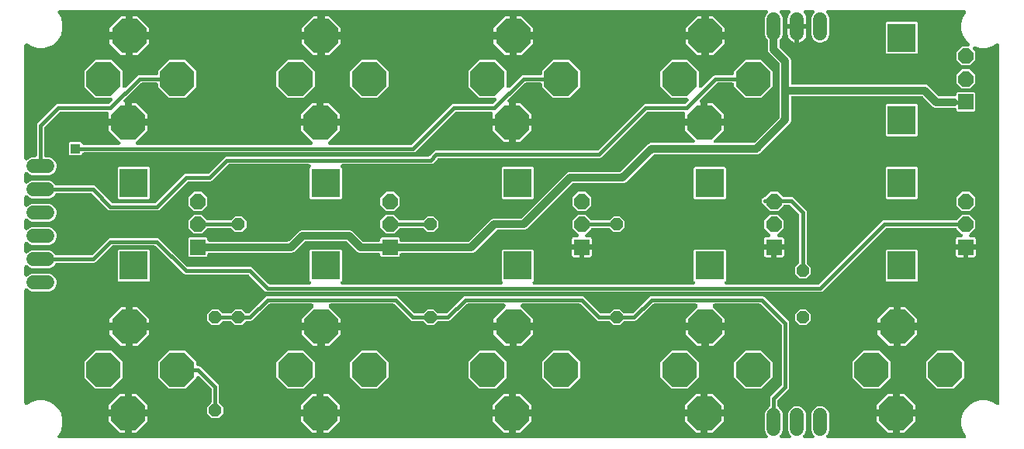
<source format=gbr>
G04 EAGLE Gerber RS-274X export*
G75*
%MOMM*%
%FSLAX34Y34*%
%LPD*%
%INBottom Copper*%
%IPPOS*%
%AMOC8*
5,1,8,0,0,1.08239X$1,22.5*%
G01*
%ADD10R,1.676400X1.676400*%
%ADD11P,1.814519X8X22.500000*%
%ADD12R,3.116000X3.116000*%
%ADD13P,4.058962X8X22.500000*%
%ADD14P,4.058962X8X292.500000*%
%ADD15P,1.429621X8X112.500000*%
%ADD16C,1.524000*%
%ADD17P,1.429621X8X292.500000*%
%ADD18R,1.006400X1.006400*%
%ADD19C,0.406400*%
%ADD20C,0.812800*%

G36*
X817113Y7622D02*
X817113Y7622D01*
X817122Y7621D01*
X817314Y7642D01*
X817505Y7661D01*
X817514Y7663D01*
X817522Y7664D01*
X817705Y7722D01*
X817890Y7779D01*
X817898Y7783D01*
X817906Y7786D01*
X818075Y7879D01*
X818244Y7971D01*
X818251Y7976D01*
X818259Y7981D01*
X818406Y8106D01*
X818553Y8228D01*
X818559Y8235D01*
X818566Y8241D01*
X818686Y8393D01*
X818806Y8542D01*
X818810Y8550D01*
X818815Y8557D01*
X818903Y8729D01*
X818991Y8899D01*
X818994Y8908D01*
X818998Y8916D01*
X819049Y9102D01*
X819102Y9286D01*
X819103Y9295D01*
X819106Y9304D01*
X819120Y9495D01*
X819135Y9688D01*
X819134Y9696D01*
X819135Y9705D01*
X819111Y9898D01*
X819088Y10087D01*
X819086Y10096D01*
X819085Y10105D01*
X819023Y10288D01*
X818964Y10470D01*
X818959Y10478D01*
X818956Y10486D01*
X818861Y10652D01*
X818766Y10821D01*
X818760Y10828D01*
X818755Y10835D01*
X818541Y11088D01*
X817317Y12312D01*
X815847Y15860D01*
X815847Y34940D01*
X817317Y38488D01*
X820032Y41203D01*
X820181Y41265D01*
X820201Y41275D01*
X820222Y41282D01*
X820378Y41371D01*
X820536Y41455D01*
X820553Y41469D01*
X820573Y41480D01*
X820708Y41597D01*
X820847Y41712D01*
X820861Y41729D01*
X820878Y41743D01*
X820987Y41885D01*
X821100Y42024D01*
X821111Y42044D01*
X821124Y42062D01*
X821204Y42222D01*
X821287Y42381D01*
X821294Y42402D01*
X821304Y42422D01*
X821350Y42595D01*
X821400Y42767D01*
X821402Y42789D01*
X821408Y42811D01*
X821435Y43142D01*
X821435Y51609D01*
X822054Y53102D01*
X833540Y64589D01*
X833557Y64609D01*
X833578Y64627D01*
X833685Y64765D01*
X833795Y64900D01*
X833808Y64924D01*
X833824Y64945D01*
X833902Y65102D01*
X833984Y65256D01*
X833992Y65281D01*
X834004Y65306D01*
X834049Y65475D01*
X834099Y65642D01*
X834101Y65668D01*
X834108Y65694D01*
X834135Y66025D01*
X834135Y130825D01*
X834133Y130852D01*
X834135Y130878D01*
X834113Y131052D01*
X834095Y131226D01*
X834088Y131251D01*
X834084Y131278D01*
X834029Y131443D01*
X833977Y131610D01*
X833964Y131634D01*
X833956Y131659D01*
X833869Y131811D01*
X833785Y131965D01*
X833768Y131985D01*
X833755Y132008D01*
X833540Y132261D01*
X811711Y154090D01*
X811691Y154107D01*
X811673Y154128D01*
X811535Y154235D01*
X811400Y154345D01*
X811376Y154358D01*
X811355Y154374D01*
X811198Y154452D01*
X811044Y154534D01*
X811019Y154542D01*
X810994Y154554D01*
X810825Y154599D01*
X810658Y154649D01*
X810632Y154651D01*
X810606Y154658D01*
X810275Y154685D01*
X760718Y154685D01*
X760709Y154684D01*
X760700Y154685D01*
X760507Y154664D01*
X760318Y154645D01*
X760309Y154643D01*
X760300Y154642D01*
X760117Y154584D01*
X759933Y154527D01*
X759925Y154523D01*
X759916Y154520D01*
X759749Y154428D01*
X759579Y154335D01*
X759572Y154330D01*
X759564Y154325D01*
X759417Y154201D01*
X759269Y154078D01*
X759264Y154071D01*
X759257Y154065D01*
X759137Y153913D01*
X759017Y153764D01*
X759013Y153756D01*
X759007Y153749D01*
X758920Y153576D01*
X758832Y153407D01*
X758829Y153398D01*
X758825Y153390D01*
X758773Y153204D01*
X758720Y153020D01*
X758719Y153011D01*
X758717Y153002D01*
X758703Y152809D01*
X758687Y152618D01*
X758688Y152610D01*
X758688Y152601D01*
X758712Y152408D01*
X758734Y152219D01*
X758737Y152210D01*
X758738Y152201D01*
X758799Y152018D01*
X758859Y151836D01*
X758863Y151828D01*
X758866Y151820D01*
X758962Y151653D01*
X759057Y151485D01*
X759063Y151478D01*
X759067Y151471D01*
X759282Y151218D01*
X771941Y138559D01*
X771941Y133803D01*
X752682Y133803D01*
X752664Y133801D01*
X752647Y133803D01*
X752464Y133781D01*
X752282Y133763D01*
X752264Y133758D01*
X752247Y133756D01*
X752072Y133699D01*
X751897Y133645D01*
X751881Y133637D01*
X751864Y133631D01*
X751704Y133541D01*
X751543Y133453D01*
X751529Y133442D01*
X751513Y133433D01*
X751374Y133313D01*
X751233Y133196D01*
X751222Y133182D01*
X751209Y133170D01*
X751096Y133025D01*
X750981Y132882D01*
X750973Y132866D01*
X750962Y132852D01*
X750880Y132687D01*
X750795Y132525D01*
X750791Y132508D01*
X750783Y132491D01*
X750735Y132313D01*
X750684Y132138D01*
X750683Y132120D01*
X750678Y132103D01*
X750651Y131772D01*
X750651Y129739D01*
X750649Y129739D01*
X750649Y131772D01*
X750647Y131790D01*
X750649Y131807D01*
X750627Y131990D01*
X750609Y132173D01*
X750604Y132190D01*
X750602Y132207D01*
X750545Y132382D01*
X750491Y132557D01*
X750483Y132573D01*
X750477Y132590D01*
X750387Y132750D01*
X750299Y132912D01*
X750288Y132925D01*
X750279Y132941D01*
X750159Y133080D01*
X750042Y133221D01*
X750028Y133232D01*
X750016Y133245D01*
X749871Y133358D01*
X749728Y133473D01*
X749712Y133481D01*
X749698Y133492D01*
X749533Y133574D01*
X749370Y133659D01*
X749353Y133664D01*
X749337Y133672D01*
X749159Y133719D01*
X748984Y133770D01*
X748966Y133771D01*
X748949Y133776D01*
X748618Y133803D01*
X729359Y133803D01*
X729359Y138559D01*
X742018Y151218D01*
X742024Y151225D01*
X742031Y151230D01*
X742151Y151380D01*
X742273Y151529D01*
X742277Y151537D01*
X742283Y151544D01*
X742371Y151714D01*
X742462Y151885D01*
X742464Y151894D01*
X742468Y151901D01*
X742522Y152086D01*
X742577Y152271D01*
X742577Y152280D01*
X742580Y152288D01*
X742596Y152480D01*
X742613Y152672D01*
X742612Y152681D01*
X742613Y152690D01*
X742591Y152879D01*
X742570Y153072D01*
X742567Y153081D01*
X742566Y153089D01*
X742506Y153271D01*
X742448Y153456D01*
X742444Y153464D01*
X742441Y153472D01*
X742346Y153641D01*
X742253Y153808D01*
X742248Y153815D01*
X742243Y153823D01*
X742117Y153969D01*
X741993Y154115D01*
X741986Y154121D01*
X741980Y154128D01*
X741829Y154245D01*
X741677Y154365D01*
X741669Y154369D01*
X741662Y154374D01*
X741490Y154460D01*
X741318Y154547D01*
X741309Y154550D01*
X741301Y154554D01*
X741115Y154604D01*
X740930Y154655D01*
X740921Y154656D01*
X740913Y154658D01*
X740582Y154685D01*
X694675Y154685D01*
X694648Y154683D01*
X694622Y154685D01*
X694448Y154663D01*
X694274Y154645D01*
X694249Y154638D01*
X694222Y154634D01*
X694057Y154579D01*
X693890Y154527D01*
X693866Y154514D01*
X693841Y154506D01*
X693689Y154419D01*
X693535Y154335D01*
X693515Y154318D01*
X693492Y154305D01*
X693239Y154090D01*
X675402Y136254D01*
X673909Y135635D01*
X663041Y135635D01*
X663014Y135633D01*
X662988Y135635D01*
X662814Y135613D01*
X662640Y135595D01*
X662615Y135588D01*
X662588Y135584D01*
X662422Y135529D01*
X662255Y135477D01*
X662232Y135464D01*
X662206Y135456D01*
X662055Y135369D01*
X661901Y135285D01*
X661881Y135268D01*
X661858Y135255D01*
X661605Y135040D01*
X657627Y131063D01*
X650473Y131063D01*
X646495Y135040D01*
X646475Y135057D01*
X646457Y135078D01*
X646319Y135185D01*
X646184Y135295D01*
X646160Y135308D01*
X646139Y135324D01*
X645982Y135402D01*
X645828Y135484D01*
X645803Y135492D01*
X645779Y135504D01*
X645609Y135549D01*
X645442Y135599D01*
X645416Y135601D01*
X645390Y135608D01*
X645059Y135635D01*
X634191Y135635D01*
X632698Y136254D01*
X614861Y154090D01*
X614841Y154107D01*
X614823Y154128D01*
X614685Y154235D01*
X614550Y154345D01*
X614526Y154358D01*
X614505Y154374D01*
X614348Y154452D01*
X614194Y154534D01*
X614169Y154542D01*
X614144Y154554D01*
X613975Y154599D01*
X613808Y154649D01*
X613782Y154651D01*
X613756Y154658D01*
X613425Y154685D01*
X551168Y154685D01*
X551159Y154684D01*
X551150Y154685D01*
X550957Y154664D01*
X550768Y154645D01*
X550759Y154643D01*
X550750Y154642D01*
X550567Y154584D01*
X550383Y154527D01*
X550375Y154523D01*
X550366Y154520D01*
X550199Y154428D01*
X550029Y154335D01*
X550022Y154330D01*
X550014Y154325D01*
X549867Y154201D01*
X549719Y154078D01*
X549714Y154071D01*
X549707Y154065D01*
X549587Y153913D01*
X549467Y153764D01*
X549463Y153756D01*
X549457Y153749D01*
X549370Y153576D01*
X549282Y153407D01*
X549279Y153398D01*
X549275Y153390D01*
X549223Y153204D01*
X549170Y153020D01*
X549169Y153011D01*
X549167Y153002D01*
X549153Y152809D01*
X549137Y152618D01*
X549138Y152610D01*
X549138Y152601D01*
X549162Y152408D01*
X549184Y152219D01*
X549187Y152210D01*
X549188Y152201D01*
X549249Y152018D01*
X549309Y151836D01*
X549313Y151828D01*
X549316Y151820D01*
X549412Y151653D01*
X549507Y151485D01*
X549513Y151478D01*
X549517Y151471D01*
X549732Y151218D01*
X562391Y138559D01*
X562391Y133803D01*
X543132Y133803D01*
X543114Y133801D01*
X543097Y133803D01*
X542914Y133781D01*
X542732Y133763D01*
X542714Y133758D01*
X542697Y133756D01*
X542522Y133699D01*
X542347Y133645D01*
X542331Y133637D01*
X542314Y133631D01*
X542154Y133541D01*
X541993Y133453D01*
X541979Y133442D01*
X541963Y133433D01*
X541824Y133313D01*
X541683Y133196D01*
X541672Y133182D01*
X541659Y133170D01*
X541546Y133025D01*
X541431Y132882D01*
X541423Y132866D01*
X541412Y132852D01*
X541330Y132687D01*
X541245Y132525D01*
X541241Y132508D01*
X541233Y132491D01*
X541185Y132313D01*
X541134Y132138D01*
X541133Y132120D01*
X541128Y132103D01*
X541101Y131772D01*
X541101Y129739D01*
X541099Y129739D01*
X541099Y131772D01*
X541097Y131790D01*
X541099Y131807D01*
X541077Y131990D01*
X541059Y132173D01*
X541054Y132190D01*
X541052Y132207D01*
X540995Y132382D01*
X540941Y132557D01*
X540933Y132573D01*
X540927Y132590D01*
X540837Y132750D01*
X540749Y132912D01*
X540738Y132925D01*
X540729Y132941D01*
X540609Y133080D01*
X540492Y133221D01*
X540478Y133232D01*
X540466Y133245D01*
X540321Y133358D01*
X540178Y133473D01*
X540162Y133481D01*
X540148Y133492D01*
X539983Y133574D01*
X539820Y133659D01*
X539803Y133664D01*
X539787Y133672D01*
X539609Y133719D01*
X539434Y133770D01*
X539416Y133771D01*
X539399Y133776D01*
X539068Y133803D01*
X519809Y133803D01*
X519809Y138559D01*
X532468Y151218D01*
X532474Y151225D01*
X532481Y151230D01*
X532601Y151380D01*
X532723Y151529D01*
X532727Y151537D01*
X532733Y151544D01*
X532821Y151714D01*
X532912Y151885D01*
X532914Y151894D01*
X532918Y151901D01*
X532972Y152086D01*
X533027Y152271D01*
X533027Y152280D01*
X533030Y152288D01*
X533046Y152480D01*
X533063Y152672D01*
X533062Y152681D01*
X533063Y152690D01*
X533041Y152879D01*
X533020Y153072D01*
X533017Y153081D01*
X533016Y153089D01*
X532956Y153271D01*
X532898Y153456D01*
X532894Y153464D01*
X532891Y153472D01*
X532796Y153641D01*
X532703Y153808D01*
X532698Y153815D01*
X532693Y153823D01*
X532567Y153969D01*
X532443Y154115D01*
X532436Y154121D01*
X532430Y154128D01*
X532279Y154245D01*
X532127Y154365D01*
X532119Y154369D01*
X532112Y154374D01*
X531940Y154460D01*
X531768Y154547D01*
X531759Y154550D01*
X531751Y154554D01*
X531565Y154604D01*
X531380Y154655D01*
X531371Y154656D01*
X531363Y154658D01*
X531032Y154685D01*
X491475Y154685D01*
X491448Y154683D01*
X491422Y154685D01*
X491248Y154663D01*
X491074Y154645D01*
X491049Y154638D01*
X491022Y154634D01*
X490857Y154579D01*
X490690Y154527D01*
X490666Y154514D01*
X490641Y154506D01*
X490489Y154419D01*
X490335Y154335D01*
X490315Y154318D01*
X490292Y154305D01*
X490039Y154090D01*
X472202Y136254D01*
X470709Y135635D01*
X459841Y135635D01*
X459814Y135633D01*
X459788Y135635D01*
X459614Y135613D01*
X459440Y135595D01*
X459415Y135588D01*
X459388Y135584D01*
X459222Y135529D01*
X459055Y135477D01*
X459032Y135464D01*
X459006Y135456D01*
X458855Y135369D01*
X458701Y135285D01*
X458681Y135268D01*
X458658Y135255D01*
X458405Y135040D01*
X454427Y131063D01*
X447273Y131063D01*
X443295Y135040D01*
X443275Y135057D01*
X443257Y135078D01*
X443119Y135185D01*
X442984Y135295D01*
X442960Y135308D01*
X442939Y135324D01*
X442782Y135402D01*
X442628Y135484D01*
X442603Y135492D01*
X442579Y135504D01*
X442409Y135549D01*
X442242Y135599D01*
X442216Y135601D01*
X442190Y135608D01*
X441859Y135635D01*
X430991Y135635D01*
X429498Y136254D01*
X411661Y154090D01*
X411641Y154107D01*
X411623Y154128D01*
X411485Y154235D01*
X411350Y154345D01*
X411326Y154358D01*
X411305Y154374D01*
X411148Y154452D01*
X410994Y154534D01*
X410969Y154542D01*
X410944Y154554D01*
X410775Y154599D01*
X410608Y154649D01*
X410582Y154651D01*
X410556Y154658D01*
X410225Y154685D01*
X341618Y154685D01*
X341609Y154684D01*
X341600Y154685D01*
X341407Y154664D01*
X341218Y154645D01*
X341209Y154643D01*
X341200Y154642D01*
X341017Y154584D01*
X340833Y154527D01*
X340825Y154523D01*
X340816Y154520D01*
X340649Y154428D01*
X340479Y154335D01*
X340472Y154330D01*
X340464Y154325D01*
X340317Y154201D01*
X340169Y154078D01*
X340164Y154071D01*
X340157Y154065D01*
X340037Y153913D01*
X339917Y153764D01*
X339913Y153756D01*
X339907Y153749D01*
X339820Y153576D01*
X339732Y153407D01*
X339729Y153398D01*
X339725Y153390D01*
X339673Y153204D01*
X339620Y153020D01*
X339619Y153011D01*
X339617Y153002D01*
X339603Y152809D01*
X339587Y152618D01*
X339588Y152610D01*
X339588Y152601D01*
X339612Y152408D01*
X339634Y152219D01*
X339637Y152210D01*
X339638Y152201D01*
X339699Y152018D01*
X339759Y151836D01*
X339763Y151828D01*
X339766Y151820D01*
X339862Y151653D01*
X339957Y151485D01*
X339963Y151478D01*
X339967Y151471D01*
X340182Y151218D01*
X352841Y138559D01*
X352841Y133803D01*
X333582Y133803D01*
X333564Y133801D01*
X333547Y133803D01*
X333364Y133781D01*
X333182Y133763D01*
X333164Y133758D01*
X333147Y133756D01*
X332972Y133699D01*
X332797Y133645D01*
X332781Y133637D01*
X332764Y133631D01*
X332604Y133541D01*
X332443Y133453D01*
X332429Y133442D01*
X332413Y133433D01*
X332274Y133313D01*
X332133Y133196D01*
X332122Y133182D01*
X332109Y133170D01*
X331996Y133025D01*
X331881Y132882D01*
X331873Y132866D01*
X331862Y132852D01*
X331780Y132687D01*
X331695Y132525D01*
X331691Y132508D01*
X331683Y132491D01*
X331635Y132313D01*
X331584Y132138D01*
X331583Y132120D01*
X331578Y132103D01*
X331551Y131772D01*
X331551Y129739D01*
X331549Y129739D01*
X331549Y131772D01*
X331547Y131790D01*
X331549Y131807D01*
X331527Y131990D01*
X331509Y132173D01*
X331504Y132190D01*
X331502Y132207D01*
X331445Y132382D01*
X331391Y132557D01*
X331383Y132573D01*
X331377Y132590D01*
X331287Y132750D01*
X331199Y132912D01*
X331188Y132925D01*
X331179Y132941D01*
X331059Y133080D01*
X330942Y133221D01*
X330928Y133232D01*
X330916Y133245D01*
X330771Y133358D01*
X330628Y133473D01*
X330612Y133481D01*
X330598Y133492D01*
X330433Y133574D01*
X330270Y133659D01*
X330253Y133664D01*
X330237Y133672D01*
X330059Y133719D01*
X329884Y133770D01*
X329866Y133771D01*
X329849Y133776D01*
X329518Y133803D01*
X310259Y133803D01*
X310259Y138559D01*
X322918Y151218D01*
X322924Y151225D01*
X322931Y151230D01*
X323051Y151380D01*
X323173Y151529D01*
X323177Y151537D01*
X323183Y151544D01*
X323271Y151714D01*
X323362Y151885D01*
X323364Y151894D01*
X323368Y151901D01*
X323422Y152086D01*
X323477Y152271D01*
X323477Y152280D01*
X323480Y152288D01*
X323496Y152480D01*
X323513Y152672D01*
X323512Y152681D01*
X323513Y152690D01*
X323491Y152879D01*
X323470Y153072D01*
X323467Y153081D01*
X323466Y153089D01*
X323406Y153271D01*
X323348Y153456D01*
X323344Y153464D01*
X323341Y153472D01*
X323246Y153641D01*
X323153Y153808D01*
X323148Y153815D01*
X323143Y153823D01*
X323017Y153969D01*
X322893Y154115D01*
X322886Y154121D01*
X322880Y154128D01*
X322729Y154245D01*
X322577Y154365D01*
X322569Y154369D01*
X322562Y154374D01*
X322390Y154460D01*
X322218Y154547D01*
X322209Y154550D01*
X322201Y154554D01*
X322015Y154604D01*
X321830Y154655D01*
X321821Y154656D01*
X321813Y154658D01*
X321482Y154685D01*
X275575Y154685D01*
X275548Y154683D01*
X275522Y154685D01*
X275348Y154663D01*
X275174Y154645D01*
X275149Y154638D01*
X275122Y154634D01*
X274957Y154579D01*
X274790Y154527D01*
X274766Y154514D01*
X274741Y154506D01*
X274589Y154419D01*
X274435Y154335D01*
X274415Y154318D01*
X274392Y154305D01*
X274139Y154090D01*
X256302Y136254D01*
X254809Y135635D01*
X250291Y135635D01*
X250264Y135633D01*
X250238Y135635D01*
X250064Y135613D01*
X249890Y135595D01*
X249865Y135588D01*
X249838Y135584D01*
X249672Y135529D01*
X249505Y135477D01*
X249482Y135464D01*
X249456Y135456D01*
X249305Y135369D01*
X249151Y135285D01*
X249131Y135268D01*
X249108Y135255D01*
X248855Y135040D01*
X244877Y131063D01*
X237723Y131063D01*
X233745Y135040D01*
X233725Y135057D01*
X233707Y135078D01*
X233569Y135185D01*
X233434Y135295D01*
X233410Y135308D01*
X233389Y135324D01*
X233232Y135402D01*
X233078Y135484D01*
X233053Y135492D01*
X233029Y135504D01*
X232859Y135549D01*
X232692Y135599D01*
X232666Y135601D01*
X232640Y135608D01*
X232309Y135635D01*
X224891Y135635D01*
X224864Y135633D01*
X224838Y135635D01*
X224664Y135613D01*
X224490Y135595D01*
X224465Y135588D01*
X224438Y135584D01*
X224272Y135529D01*
X224105Y135477D01*
X224082Y135464D01*
X224056Y135456D01*
X223905Y135369D01*
X223751Y135285D01*
X223731Y135268D01*
X223708Y135255D01*
X223455Y135040D01*
X219477Y131063D01*
X212323Y131063D01*
X207263Y136123D01*
X207263Y143277D01*
X212323Y148337D01*
X219477Y148337D01*
X223455Y144360D01*
X223475Y144343D01*
X223493Y144322D01*
X223631Y144215D01*
X223766Y144105D01*
X223790Y144092D01*
X223811Y144076D01*
X223968Y143998D01*
X224122Y143916D01*
X224147Y143908D01*
X224171Y143896D01*
X224341Y143851D01*
X224508Y143801D01*
X224534Y143799D01*
X224560Y143792D01*
X224891Y143765D01*
X232309Y143765D01*
X232336Y143767D01*
X232362Y143765D01*
X232536Y143787D01*
X232710Y143805D01*
X232735Y143812D01*
X232762Y143816D01*
X232928Y143871D01*
X233095Y143923D01*
X233118Y143936D01*
X233144Y143944D01*
X233295Y144031D01*
X233449Y144115D01*
X233469Y144132D01*
X233492Y144145D01*
X233745Y144360D01*
X237723Y148337D01*
X244877Y148337D01*
X248855Y144360D01*
X248875Y144343D01*
X248893Y144322D01*
X249031Y144215D01*
X249166Y144105D01*
X249190Y144092D01*
X249211Y144076D01*
X249368Y143998D01*
X249522Y143916D01*
X249547Y143908D01*
X249571Y143896D01*
X249741Y143851D01*
X249908Y143801D01*
X249934Y143799D01*
X249960Y143792D01*
X250291Y143765D01*
X251475Y143765D01*
X251502Y143767D01*
X251528Y143765D01*
X251702Y143787D01*
X251876Y143805D01*
X251901Y143812D01*
X251928Y143816D01*
X252093Y143871D01*
X252260Y143923D01*
X252284Y143936D01*
X252309Y143944D01*
X252461Y144031D01*
X252615Y144115D01*
X252635Y144132D01*
X252658Y144145D01*
X252911Y144360D01*
X270748Y162196D01*
X272241Y162815D01*
X413559Y162815D01*
X415052Y162196D01*
X432889Y144360D01*
X432909Y144343D01*
X432927Y144322D01*
X433065Y144215D01*
X433200Y144105D01*
X433224Y144092D01*
X433245Y144076D01*
X433402Y143998D01*
X433556Y143916D01*
X433581Y143908D01*
X433606Y143896D01*
X433775Y143851D01*
X433942Y143801D01*
X433968Y143799D01*
X433994Y143792D01*
X434325Y143765D01*
X441859Y143765D01*
X441886Y143767D01*
X441912Y143765D01*
X442086Y143787D01*
X442260Y143805D01*
X442285Y143812D01*
X442312Y143816D01*
X442478Y143871D01*
X442645Y143923D01*
X442668Y143936D01*
X442694Y143944D01*
X442845Y144031D01*
X442999Y144115D01*
X443019Y144132D01*
X443042Y144145D01*
X443295Y144360D01*
X447273Y148337D01*
X454427Y148337D01*
X458405Y144360D01*
X458425Y144343D01*
X458443Y144322D01*
X458581Y144215D01*
X458716Y144105D01*
X458740Y144092D01*
X458761Y144076D01*
X458918Y143998D01*
X459072Y143916D01*
X459097Y143908D01*
X459121Y143896D01*
X459291Y143851D01*
X459458Y143801D01*
X459484Y143799D01*
X459510Y143792D01*
X459841Y143765D01*
X467375Y143765D01*
X467402Y143767D01*
X467428Y143765D01*
X467602Y143787D01*
X467776Y143805D01*
X467801Y143812D01*
X467828Y143816D01*
X467993Y143871D01*
X468160Y143923D01*
X468184Y143936D01*
X468209Y143944D01*
X468361Y144031D01*
X468515Y144115D01*
X468535Y144132D01*
X468558Y144145D01*
X468811Y144360D01*
X486648Y162196D01*
X488141Y162815D01*
X616759Y162815D01*
X618252Y162196D01*
X636089Y144360D01*
X636109Y144343D01*
X636127Y144322D01*
X636265Y144215D01*
X636400Y144105D01*
X636424Y144092D01*
X636445Y144076D01*
X636602Y143998D01*
X636756Y143916D01*
X636781Y143908D01*
X636806Y143896D01*
X636975Y143851D01*
X637142Y143801D01*
X637168Y143799D01*
X637194Y143792D01*
X637525Y143765D01*
X645059Y143765D01*
X645086Y143767D01*
X645112Y143765D01*
X645286Y143787D01*
X645460Y143805D01*
X645485Y143812D01*
X645512Y143816D01*
X645678Y143871D01*
X645845Y143923D01*
X645868Y143936D01*
X645894Y143944D01*
X646045Y144031D01*
X646199Y144115D01*
X646219Y144132D01*
X646242Y144145D01*
X646495Y144360D01*
X650473Y148337D01*
X657627Y148337D01*
X661605Y144360D01*
X661625Y144343D01*
X661643Y144322D01*
X661781Y144215D01*
X661916Y144105D01*
X661940Y144092D01*
X661961Y144076D01*
X662118Y143998D01*
X662272Y143916D01*
X662297Y143908D01*
X662321Y143896D01*
X662491Y143851D01*
X662658Y143801D01*
X662684Y143799D01*
X662710Y143792D01*
X663041Y143765D01*
X670575Y143765D01*
X670602Y143767D01*
X670628Y143765D01*
X670802Y143787D01*
X670976Y143805D01*
X671001Y143812D01*
X671028Y143816D01*
X671193Y143871D01*
X671360Y143923D01*
X671384Y143936D01*
X671409Y143944D01*
X671561Y144031D01*
X671715Y144115D01*
X671735Y144132D01*
X671758Y144145D01*
X672011Y144360D01*
X689848Y162196D01*
X691341Y162815D01*
X813609Y162815D01*
X815102Y162196D01*
X841646Y135652D01*
X842265Y134159D01*
X842265Y62691D01*
X841646Y61198D01*
X830160Y49711D01*
X830143Y49691D01*
X830122Y49673D01*
X830015Y49535D01*
X829905Y49400D01*
X829892Y49376D01*
X829876Y49355D01*
X829798Y49198D01*
X829716Y49044D01*
X829708Y49019D01*
X829696Y48994D01*
X829651Y48825D01*
X829601Y48658D01*
X829599Y48632D01*
X829592Y48606D01*
X829565Y48275D01*
X829565Y43142D01*
X829567Y43119D01*
X829565Y43097D01*
X829587Y42919D01*
X829605Y42741D01*
X829611Y42720D01*
X829614Y42697D01*
X829670Y42528D01*
X829723Y42356D01*
X829733Y42336D01*
X829740Y42315D01*
X829829Y42160D01*
X829915Y42002D01*
X829929Y41985D01*
X829940Y41966D01*
X830057Y41831D01*
X830172Y41693D01*
X830190Y41679D01*
X830204Y41662D01*
X830346Y41553D01*
X830486Y41440D01*
X830506Y41430D01*
X830524Y41417D01*
X830819Y41265D01*
X830968Y41203D01*
X833683Y38488D01*
X835153Y34940D01*
X835153Y15860D01*
X833683Y12312D01*
X832459Y11088D01*
X832454Y11081D01*
X832447Y11076D01*
X832326Y10925D01*
X832204Y10777D01*
X832200Y10769D01*
X832194Y10762D01*
X832106Y10592D01*
X832016Y10421D01*
X832013Y10412D01*
X832009Y10405D01*
X831956Y10220D01*
X831901Y10035D01*
X831900Y10026D01*
X831898Y10018D01*
X831882Y9827D01*
X831864Y9634D01*
X831865Y9625D01*
X831865Y9616D01*
X831887Y9427D01*
X831908Y9234D01*
X831911Y9225D01*
X831912Y9217D01*
X831971Y9035D01*
X832029Y8850D01*
X832034Y8842D01*
X832036Y8834D01*
X832131Y8667D01*
X832224Y8498D01*
X832230Y8491D01*
X832234Y8483D01*
X832359Y8338D01*
X832485Y8191D01*
X832492Y8185D01*
X832497Y8178D01*
X832648Y8062D01*
X832801Y7941D01*
X832809Y7937D01*
X832816Y7932D01*
X832986Y7847D01*
X833159Y7759D01*
X833168Y7756D01*
X833176Y7752D01*
X833362Y7703D01*
X833547Y7651D01*
X833556Y7650D01*
X833565Y7648D01*
X833896Y7621D01*
X842504Y7621D01*
X842513Y7622D01*
X842522Y7621D01*
X842714Y7642D01*
X842905Y7661D01*
X842914Y7663D01*
X842922Y7664D01*
X843105Y7722D01*
X843290Y7779D01*
X843298Y7783D01*
X843306Y7786D01*
X843475Y7879D01*
X843644Y7971D01*
X843651Y7976D01*
X843659Y7981D01*
X843806Y8106D01*
X843953Y8228D01*
X843959Y8235D01*
X843966Y8241D01*
X844086Y8393D01*
X844206Y8542D01*
X844210Y8550D01*
X844215Y8557D01*
X844303Y8729D01*
X844391Y8899D01*
X844394Y8908D01*
X844398Y8916D01*
X844449Y9102D01*
X844502Y9286D01*
X844503Y9295D01*
X844506Y9304D01*
X844520Y9495D01*
X844535Y9688D01*
X844534Y9696D01*
X844535Y9705D01*
X844511Y9898D01*
X844488Y10087D01*
X844486Y10096D01*
X844485Y10105D01*
X844423Y10288D01*
X844364Y10470D01*
X844359Y10478D01*
X844356Y10486D01*
X844261Y10652D01*
X844166Y10821D01*
X844160Y10828D01*
X844155Y10835D01*
X843941Y11088D01*
X842717Y12312D01*
X841247Y15860D01*
X841247Y34940D01*
X842717Y38488D01*
X845432Y41203D01*
X848104Y42310D01*
X848980Y42673D01*
X852820Y42673D01*
X856368Y41203D01*
X859083Y38488D01*
X860553Y34940D01*
X860553Y15860D01*
X859083Y12312D01*
X857859Y11088D01*
X857854Y11081D01*
X857847Y11076D01*
X857726Y10925D01*
X857604Y10777D01*
X857600Y10769D01*
X857594Y10762D01*
X857506Y10592D01*
X857416Y10421D01*
X857413Y10412D01*
X857409Y10405D01*
X857356Y10220D01*
X857301Y10035D01*
X857300Y10026D01*
X857298Y10018D01*
X857282Y9827D01*
X857264Y9634D01*
X857265Y9625D01*
X857265Y9616D01*
X857287Y9427D01*
X857308Y9234D01*
X857311Y9225D01*
X857312Y9217D01*
X857371Y9035D01*
X857429Y8850D01*
X857434Y8842D01*
X857436Y8834D01*
X857531Y8667D01*
X857624Y8498D01*
X857630Y8491D01*
X857634Y8483D01*
X857759Y8338D01*
X857885Y8191D01*
X857892Y8185D01*
X857897Y8178D01*
X858048Y8062D01*
X858201Y7941D01*
X858209Y7937D01*
X858216Y7932D01*
X858386Y7847D01*
X858559Y7759D01*
X858568Y7756D01*
X858576Y7752D01*
X858762Y7703D01*
X858947Y7651D01*
X858956Y7650D01*
X858965Y7648D01*
X859296Y7621D01*
X867904Y7621D01*
X867913Y7622D01*
X867922Y7621D01*
X868114Y7642D01*
X868305Y7661D01*
X868314Y7663D01*
X868322Y7664D01*
X868505Y7722D01*
X868690Y7779D01*
X868698Y7783D01*
X868706Y7786D01*
X868875Y7879D01*
X869044Y7971D01*
X869051Y7976D01*
X869059Y7981D01*
X869206Y8106D01*
X869353Y8228D01*
X869359Y8235D01*
X869366Y8241D01*
X869486Y8393D01*
X869606Y8542D01*
X869610Y8550D01*
X869615Y8557D01*
X869703Y8729D01*
X869791Y8899D01*
X869794Y8908D01*
X869798Y8916D01*
X869849Y9102D01*
X869902Y9286D01*
X869903Y9295D01*
X869906Y9304D01*
X869920Y9495D01*
X869935Y9688D01*
X869934Y9696D01*
X869935Y9705D01*
X869911Y9898D01*
X869888Y10087D01*
X869886Y10096D01*
X869885Y10105D01*
X869823Y10288D01*
X869764Y10470D01*
X869759Y10478D01*
X869756Y10486D01*
X869661Y10652D01*
X869566Y10821D01*
X869560Y10828D01*
X869555Y10835D01*
X869341Y11088D01*
X868117Y12312D01*
X866647Y15860D01*
X866647Y34940D01*
X868117Y38488D01*
X870832Y41203D01*
X873504Y42310D01*
X874380Y42673D01*
X878220Y42673D01*
X881768Y41203D01*
X884483Y38488D01*
X885953Y34940D01*
X885953Y15860D01*
X884483Y12312D01*
X883259Y11088D01*
X883254Y11081D01*
X883247Y11076D01*
X883126Y10925D01*
X883004Y10777D01*
X883000Y10769D01*
X882994Y10762D01*
X882906Y10592D01*
X882816Y10421D01*
X882813Y10412D01*
X882809Y10405D01*
X882756Y10220D01*
X882701Y10035D01*
X882700Y10026D01*
X882698Y10018D01*
X882682Y9827D01*
X882664Y9634D01*
X882665Y9625D01*
X882665Y9616D01*
X882687Y9427D01*
X882708Y9234D01*
X882711Y9225D01*
X882712Y9217D01*
X882771Y9035D01*
X882829Y8850D01*
X882834Y8842D01*
X882836Y8834D01*
X882931Y8667D01*
X883024Y8498D01*
X883030Y8491D01*
X883034Y8483D01*
X883159Y8338D01*
X883285Y8191D01*
X883292Y8185D01*
X883297Y8178D01*
X883448Y8062D01*
X883601Y7941D01*
X883609Y7937D01*
X883616Y7932D01*
X883786Y7847D01*
X883959Y7759D01*
X883968Y7756D01*
X883976Y7752D01*
X884162Y7703D01*
X884347Y7651D01*
X884356Y7650D01*
X884365Y7648D01*
X884696Y7621D01*
X1033496Y7621D01*
X1033642Y7635D01*
X1033788Y7642D01*
X1033842Y7655D01*
X1033897Y7661D01*
X1034037Y7704D01*
X1034178Y7739D01*
X1034229Y7762D01*
X1034282Y7779D01*
X1034410Y7848D01*
X1034542Y7911D01*
X1034587Y7944D01*
X1034636Y7971D01*
X1034748Y8064D01*
X1034865Y8151D01*
X1034902Y8193D01*
X1034945Y8228D01*
X1035037Y8342D01*
X1035134Y8451D01*
X1035163Y8499D01*
X1035197Y8542D01*
X1035265Y8672D01*
X1035339Y8798D01*
X1035357Y8850D01*
X1035383Y8899D01*
X1035423Y9040D01*
X1035471Y9178D01*
X1035479Y9233D01*
X1035494Y9286D01*
X1035506Y9432D01*
X1035526Y9577D01*
X1035523Y9632D01*
X1035527Y9688D01*
X1035510Y9833D01*
X1035501Y9979D01*
X1035487Y10032D01*
X1035480Y10087D01*
X1035435Y10226D01*
X1035397Y10368D01*
X1035370Y10425D01*
X1035355Y10470D01*
X1035314Y10543D01*
X1035255Y10668D01*
X1032028Y16258D01*
X1030414Y22282D01*
X1030414Y28518D01*
X1032028Y34542D01*
X1035146Y39944D01*
X1039556Y44354D01*
X1044958Y47472D01*
X1050982Y49086D01*
X1057218Y49086D01*
X1063242Y47472D01*
X1068832Y44245D01*
X1068966Y44184D01*
X1069095Y44117D01*
X1069149Y44102D01*
X1069199Y44079D01*
X1069342Y44046D01*
X1069482Y44006D01*
X1069538Y44001D01*
X1069592Y43989D01*
X1069738Y43985D01*
X1069884Y43973D01*
X1069939Y43979D01*
X1069994Y43978D01*
X1070139Y44003D01*
X1070283Y44020D01*
X1070336Y44037D01*
X1070391Y44046D01*
X1070527Y44099D01*
X1070666Y44145D01*
X1070715Y44172D01*
X1070766Y44192D01*
X1070889Y44271D01*
X1071017Y44343D01*
X1071059Y44379D01*
X1071106Y44409D01*
X1071211Y44510D01*
X1071322Y44606D01*
X1071356Y44650D01*
X1071396Y44688D01*
X1071479Y44808D01*
X1071568Y44924D01*
X1071593Y44973D01*
X1071625Y45019D01*
X1071683Y45154D01*
X1071748Y45284D01*
X1071762Y45338D01*
X1071784Y45389D01*
X1071814Y45532D01*
X1071852Y45673D01*
X1071857Y45736D01*
X1071867Y45783D01*
X1071868Y45867D01*
X1071879Y46004D01*
X1071879Y436596D01*
X1071865Y436742D01*
X1071858Y436888D01*
X1071845Y436942D01*
X1071839Y436997D01*
X1071796Y437137D01*
X1071761Y437278D01*
X1071738Y437329D01*
X1071721Y437382D01*
X1071652Y437510D01*
X1071589Y437642D01*
X1071556Y437687D01*
X1071529Y437736D01*
X1071436Y437848D01*
X1071349Y437965D01*
X1071307Y438002D01*
X1071272Y438045D01*
X1071158Y438137D01*
X1071049Y438234D01*
X1071001Y438263D01*
X1070958Y438297D01*
X1070828Y438365D01*
X1070702Y438439D01*
X1070650Y438457D01*
X1070601Y438483D01*
X1070460Y438523D01*
X1070322Y438571D01*
X1070267Y438579D01*
X1070214Y438594D01*
X1070068Y438606D01*
X1069923Y438626D01*
X1069868Y438623D01*
X1069812Y438627D01*
X1069667Y438610D01*
X1069521Y438601D01*
X1069468Y438587D01*
X1069413Y438580D01*
X1069274Y438535D01*
X1069132Y438497D01*
X1069075Y438470D01*
X1069030Y438455D01*
X1068957Y438414D01*
X1068832Y438355D01*
X1063242Y435128D01*
X1057218Y433514D01*
X1050982Y433514D01*
X1045304Y435035D01*
X1045232Y435047D01*
X1045161Y435068D01*
X1045033Y435079D01*
X1044907Y435100D01*
X1044833Y435098D01*
X1044760Y435104D01*
X1044633Y435090D01*
X1044504Y435086D01*
X1044433Y435069D01*
X1044360Y435061D01*
X1044238Y435022D01*
X1044113Y434992D01*
X1044046Y434961D01*
X1043976Y434939D01*
X1043864Y434877D01*
X1043747Y434823D01*
X1043688Y434780D01*
X1043624Y434745D01*
X1043526Y434661D01*
X1043422Y434586D01*
X1043373Y434531D01*
X1043317Y434484D01*
X1043237Y434383D01*
X1043151Y434288D01*
X1043113Y434226D01*
X1043067Y434168D01*
X1043009Y434054D01*
X1042943Y433943D01*
X1042918Y433875D01*
X1042885Y433809D01*
X1042851Y433685D01*
X1042807Y433564D01*
X1042797Y433492D01*
X1042777Y433421D01*
X1042768Y433293D01*
X1042749Y433166D01*
X1042753Y433093D01*
X1042748Y433020D01*
X1042764Y432892D01*
X1042771Y432764D01*
X1042789Y432693D01*
X1042798Y432620D01*
X1042839Y432498D01*
X1042871Y432374D01*
X1042903Y432308D01*
X1042926Y432239D01*
X1042990Y432127D01*
X1043046Y432012D01*
X1043091Y431953D01*
X1043127Y431890D01*
X1043237Y431760D01*
X1043290Y431691D01*
X1043315Y431669D01*
X1043342Y431637D01*
X1045615Y429364D01*
X1045615Y420736D01*
X1039514Y414635D01*
X1030886Y414635D01*
X1024785Y420736D01*
X1024785Y429364D01*
X1030886Y435465D01*
X1037434Y435465D01*
X1037443Y435466D01*
X1037452Y435465D01*
X1037644Y435486D01*
X1037835Y435505D01*
X1037843Y435507D01*
X1037852Y435508D01*
X1038034Y435566D01*
X1038220Y435623D01*
X1038227Y435627D01*
X1038236Y435630D01*
X1038404Y435723D01*
X1038574Y435815D01*
X1038580Y435820D01*
X1038588Y435825D01*
X1038735Y435949D01*
X1038883Y436072D01*
X1038888Y436079D01*
X1038895Y436085D01*
X1039014Y436236D01*
X1039135Y436386D01*
X1039139Y436394D01*
X1039145Y436401D01*
X1039233Y436574D01*
X1039321Y436743D01*
X1039323Y436752D01*
X1039327Y436760D01*
X1039379Y436946D01*
X1039432Y437130D01*
X1039433Y437139D01*
X1039435Y437148D01*
X1039449Y437341D01*
X1039465Y437532D01*
X1039464Y437540D01*
X1039465Y437549D01*
X1039440Y437742D01*
X1039418Y437931D01*
X1039415Y437940D01*
X1039414Y437949D01*
X1039353Y438132D01*
X1039293Y438314D01*
X1039289Y438322D01*
X1039286Y438330D01*
X1039190Y438497D01*
X1039095Y438665D01*
X1039090Y438672D01*
X1039085Y438679D01*
X1038870Y438932D01*
X1035146Y442656D01*
X1032028Y448058D01*
X1030414Y454082D01*
X1030414Y460318D01*
X1032028Y466342D01*
X1035255Y471932D01*
X1035316Y472066D01*
X1035383Y472195D01*
X1035398Y472249D01*
X1035421Y472299D01*
X1035454Y472442D01*
X1035494Y472582D01*
X1035499Y472638D01*
X1035511Y472692D01*
X1035515Y472838D01*
X1035527Y472984D01*
X1035521Y473039D01*
X1035522Y473094D01*
X1035497Y473239D01*
X1035480Y473383D01*
X1035463Y473436D01*
X1035454Y473491D01*
X1035401Y473627D01*
X1035355Y473766D01*
X1035328Y473815D01*
X1035308Y473866D01*
X1035229Y473989D01*
X1035157Y474117D01*
X1035121Y474159D01*
X1035091Y474206D01*
X1034990Y474311D01*
X1034894Y474422D01*
X1034850Y474456D01*
X1034812Y474496D01*
X1034692Y474579D01*
X1034576Y474668D01*
X1034527Y474693D01*
X1034481Y474725D01*
X1034346Y474783D01*
X1034216Y474848D01*
X1034162Y474862D01*
X1034111Y474884D01*
X1033968Y474914D01*
X1033827Y474952D01*
X1033764Y474957D01*
X1033717Y474967D01*
X1033633Y474968D01*
X1033496Y474979D01*
X884696Y474979D01*
X884687Y474978D01*
X884678Y474979D01*
X884486Y474958D01*
X884295Y474939D01*
X884286Y474937D01*
X884278Y474936D01*
X884095Y474878D01*
X883910Y474821D01*
X883902Y474817D01*
X883894Y474814D01*
X883725Y474721D01*
X883556Y474629D01*
X883549Y474624D01*
X883541Y474619D01*
X883394Y474494D01*
X883247Y474372D01*
X883241Y474365D01*
X883234Y474359D01*
X883114Y474207D01*
X882994Y474058D01*
X882990Y474050D01*
X882985Y474043D01*
X882897Y473871D01*
X882809Y473701D01*
X882806Y473692D01*
X882802Y473684D01*
X882751Y473498D01*
X882698Y473314D01*
X882697Y473305D01*
X882694Y473296D01*
X882680Y473104D01*
X882665Y472912D01*
X882666Y472904D01*
X882665Y472895D01*
X882689Y472702D01*
X882712Y472513D01*
X882714Y472504D01*
X882715Y472495D01*
X882777Y472312D01*
X882836Y472130D01*
X882841Y472122D01*
X882844Y472114D01*
X882939Y471948D01*
X883034Y471779D01*
X883040Y471772D01*
X883045Y471765D01*
X883259Y471512D01*
X884483Y470288D01*
X885953Y466740D01*
X885953Y447660D01*
X884483Y444112D01*
X881768Y441397D01*
X878683Y440119D01*
X878220Y439927D01*
X874380Y439927D01*
X870832Y441397D01*
X868117Y444112D01*
X866647Y447660D01*
X866647Y466740D01*
X868117Y470288D01*
X869341Y471512D01*
X869346Y471519D01*
X869353Y471524D01*
X869474Y471675D01*
X869596Y471823D01*
X869600Y471831D01*
X869606Y471838D01*
X869694Y472008D01*
X869784Y472179D01*
X869787Y472188D01*
X869791Y472195D01*
X869844Y472380D01*
X869899Y472565D01*
X869900Y472574D01*
X869902Y472582D01*
X869918Y472773D01*
X869936Y472966D01*
X869935Y472975D01*
X869935Y472984D01*
X869913Y473173D01*
X869892Y473366D01*
X869889Y473375D01*
X869888Y473383D01*
X869829Y473565D01*
X869771Y473750D01*
X869766Y473758D01*
X869764Y473766D01*
X869669Y473933D01*
X869576Y474102D01*
X869570Y474109D01*
X869566Y474117D01*
X869441Y474262D01*
X869315Y474409D01*
X869308Y474415D01*
X869303Y474422D01*
X869152Y474538D01*
X868999Y474659D01*
X868991Y474663D01*
X868984Y474668D01*
X868814Y474753D01*
X868641Y474841D01*
X868632Y474844D01*
X868624Y474848D01*
X868438Y474897D01*
X868253Y474949D01*
X868244Y474950D01*
X868235Y474952D01*
X867904Y474979D01*
X860014Y474979D01*
X860005Y474978D01*
X859996Y474979D01*
X859806Y474959D01*
X859613Y474939D01*
X859605Y474937D01*
X859596Y474936D01*
X859414Y474878D01*
X859228Y474821D01*
X859220Y474817D01*
X859212Y474814D01*
X859044Y474722D01*
X858874Y474629D01*
X858868Y474624D01*
X858860Y474619D01*
X858712Y474494D01*
X858565Y474372D01*
X858560Y474365D01*
X858553Y474359D01*
X858433Y474207D01*
X858313Y474058D01*
X858309Y474050D01*
X858303Y474043D01*
X858215Y473870D01*
X858127Y473701D01*
X858125Y473692D01*
X858121Y473684D01*
X858069Y473497D01*
X858016Y473314D01*
X858015Y473305D01*
X858013Y473296D01*
X857999Y473105D01*
X857983Y472912D01*
X857984Y472903D01*
X857983Y472895D01*
X858007Y472705D01*
X858030Y472513D01*
X858033Y472504D01*
X858034Y472495D01*
X858095Y472313D01*
X858155Y472130D01*
X858159Y472122D01*
X858162Y472113D01*
X858258Y471946D01*
X858353Y471779D01*
X858359Y471772D01*
X858363Y471765D01*
X858578Y471512D01*
X858650Y471439D01*
X859590Y470145D01*
X860316Y468720D01*
X860811Y467199D01*
X861061Y465620D01*
X861061Y459739D01*
X851408Y459739D01*
X851390Y459737D01*
X851373Y459739D01*
X851190Y459718D01*
X851008Y459699D01*
X850991Y459694D01*
X850973Y459692D01*
X850895Y459667D01*
X850758Y459706D01*
X850740Y459708D01*
X850723Y459712D01*
X850392Y459739D01*
X840739Y459739D01*
X840739Y465620D01*
X840989Y467199D01*
X841484Y468720D01*
X842210Y470145D01*
X843150Y471439D01*
X843222Y471512D01*
X843228Y471519D01*
X843235Y471524D01*
X843355Y471674D01*
X843477Y471823D01*
X843481Y471831D01*
X843487Y471838D01*
X843576Y472009D01*
X843666Y472179D01*
X843669Y472187D01*
X843673Y472195D01*
X843726Y472380D01*
X843781Y472565D01*
X843782Y472574D01*
X843784Y472582D01*
X843800Y472773D01*
X843817Y472966D01*
X843816Y472975D01*
X843817Y472984D01*
X843795Y473173D01*
X843774Y473366D01*
X843771Y473375D01*
X843770Y473383D01*
X843711Y473566D01*
X843652Y473750D01*
X843648Y473758D01*
X843645Y473766D01*
X843550Y473934D01*
X843458Y474102D01*
X843452Y474109D01*
X843447Y474117D01*
X843322Y474262D01*
X843197Y474409D01*
X843190Y474415D01*
X843184Y474422D01*
X843033Y474539D01*
X842881Y474659D01*
X842873Y474663D01*
X842866Y474668D01*
X842694Y474754D01*
X842522Y474841D01*
X842514Y474844D01*
X842505Y474848D01*
X842319Y474898D01*
X842134Y474949D01*
X842125Y474950D01*
X842117Y474952D01*
X841786Y474979D01*
X833896Y474979D01*
X833887Y474978D01*
X833878Y474979D01*
X833686Y474958D01*
X833495Y474939D01*
X833486Y474937D01*
X833478Y474936D01*
X833295Y474878D01*
X833110Y474821D01*
X833102Y474817D01*
X833094Y474814D01*
X832925Y474721D01*
X832756Y474629D01*
X832749Y474624D01*
X832741Y474619D01*
X832594Y474494D01*
X832447Y474372D01*
X832441Y474365D01*
X832434Y474359D01*
X832314Y474207D01*
X832194Y474058D01*
X832190Y474050D01*
X832185Y474043D01*
X832097Y473871D01*
X832009Y473701D01*
X832006Y473692D01*
X832002Y473684D01*
X831951Y473498D01*
X831898Y473314D01*
X831897Y473305D01*
X831894Y473296D01*
X831880Y473104D01*
X831865Y472912D01*
X831866Y472904D01*
X831865Y472895D01*
X831889Y472702D01*
X831912Y472513D01*
X831914Y472504D01*
X831915Y472495D01*
X831977Y472312D01*
X832036Y472130D01*
X832041Y472122D01*
X832044Y472114D01*
X832139Y471948D01*
X832234Y471779D01*
X832240Y471772D01*
X832245Y471765D01*
X832459Y471512D01*
X833683Y470288D01*
X835153Y466740D01*
X835153Y447660D01*
X833683Y444112D01*
X832192Y442621D01*
X832175Y442600D01*
X832154Y442582D01*
X832047Y442445D01*
X831937Y442309D01*
X831924Y442285D01*
X831908Y442264D01*
X831830Y442107D01*
X831748Y441953D01*
X831740Y441928D01*
X831728Y441904D01*
X831683Y441734D01*
X831633Y441568D01*
X831631Y441541D01*
X831624Y441515D01*
X831597Y441184D01*
X831597Y435167D01*
X831599Y435140D01*
X831597Y435113D01*
X831619Y434939D01*
X831637Y434766D01*
X831644Y434741D01*
X831648Y434714D01*
X831703Y434548D01*
X831755Y434381D01*
X831768Y434358D01*
X831776Y434332D01*
X831863Y434181D01*
X831947Y434027D01*
X831964Y434007D01*
X831977Y433983D01*
X832192Y433730D01*
X843369Y422554D01*
X844297Y420313D01*
X844297Y395478D01*
X844299Y395460D01*
X844297Y395442D01*
X844318Y395260D01*
X844337Y395077D01*
X844342Y395060D01*
X844344Y395043D01*
X844401Y394868D01*
X844455Y394692D01*
X844463Y394677D01*
X844469Y394660D01*
X844559Y394500D01*
X844647Y394338D01*
X844658Y394325D01*
X844667Y394309D01*
X844787Y394170D01*
X844904Y394029D01*
X844918Y394018D01*
X844930Y394004D01*
X845075Y393892D01*
X845218Y393777D01*
X845234Y393769D01*
X845248Y393758D01*
X845413Y393676D01*
X845575Y393591D01*
X845592Y393586D01*
X845608Y393578D01*
X845787Y393531D01*
X845962Y393480D01*
X845980Y393478D01*
X845997Y393474D01*
X846328Y393447D01*
X991813Y393447D01*
X994054Y392519D01*
X1005230Y381342D01*
X1005251Y381325D01*
X1005269Y381304D01*
X1005407Y381197D01*
X1005542Y381087D01*
X1005566Y381074D01*
X1005587Y381058D01*
X1005744Y380980D01*
X1005898Y380898D01*
X1005923Y380890D01*
X1005947Y380878D01*
X1006117Y380833D01*
X1006284Y380783D01*
X1006310Y380781D01*
X1006336Y380774D01*
X1006667Y380747D01*
X1022754Y380747D01*
X1022772Y380749D01*
X1022790Y380747D01*
X1022972Y380768D01*
X1023155Y380787D01*
X1023172Y380792D01*
X1023189Y380794D01*
X1023364Y380851D01*
X1023540Y380905D01*
X1023555Y380913D01*
X1023572Y380919D01*
X1023732Y381009D01*
X1023894Y381097D01*
X1023907Y381108D01*
X1023923Y381117D01*
X1024062Y381237D01*
X1024203Y381354D01*
X1024214Y381368D01*
X1024228Y381380D01*
X1024340Y381525D01*
X1024455Y381668D01*
X1024463Y381684D01*
X1024474Y381698D01*
X1024556Y381863D01*
X1024641Y382025D01*
X1024646Y382042D01*
X1024654Y382058D01*
X1024701Y382237D01*
X1024752Y382412D01*
X1024754Y382430D01*
X1024758Y382447D01*
X1024785Y382778D01*
X1024785Y384274D01*
X1025976Y385465D01*
X1044424Y385465D01*
X1045615Y384274D01*
X1045615Y365826D01*
X1044424Y364635D01*
X1025976Y364635D01*
X1024785Y365826D01*
X1024785Y366522D01*
X1024783Y366540D01*
X1024785Y366558D01*
X1024764Y366740D01*
X1024745Y366923D01*
X1024740Y366940D01*
X1024738Y366957D01*
X1024681Y367132D01*
X1024627Y367308D01*
X1024619Y367323D01*
X1024613Y367340D01*
X1024523Y367500D01*
X1024435Y367662D01*
X1024424Y367675D01*
X1024415Y367691D01*
X1024295Y367830D01*
X1024178Y367971D01*
X1024164Y367982D01*
X1024152Y367996D01*
X1024007Y368108D01*
X1023864Y368223D01*
X1023848Y368231D01*
X1023834Y368242D01*
X1023669Y368324D01*
X1023507Y368409D01*
X1023490Y368414D01*
X1023474Y368422D01*
X1023295Y368469D01*
X1023120Y368520D01*
X1023102Y368522D01*
X1023085Y368526D01*
X1022754Y368553D01*
X1002087Y368553D01*
X999846Y369481D01*
X988670Y380658D01*
X988649Y380675D01*
X988631Y380696D01*
X988493Y380803D01*
X988358Y380913D01*
X988334Y380926D01*
X988313Y380942D01*
X988156Y381020D01*
X988002Y381102D01*
X987977Y381110D01*
X987953Y381122D01*
X987783Y381167D01*
X987616Y381217D01*
X987590Y381219D01*
X987564Y381226D01*
X987233Y381253D01*
X846328Y381253D01*
X846310Y381251D01*
X846292Y381253D01*
X846110Y381232D01*
X845927Y381213D01*
X845910Y381208D01*
X845893Y381206D01*
X845718Y381149D01*
X845542Y381095D01*
X845527Y381087D01*
X845510Y381081D01*
X845350Y380991D01*
X845188Y380903D01*
X845175Y380892D01*
X845159Y380883D01*
X845020Y380763D01*
X844879Y380646D01*
X844868Y380632D01*
X844854Y380620D01*
X844742Y380475D01*
X844627Y380332D01*
X844619Y380316D01*
X844608Y380302D01*
X844526Y380137D01*
X844441Y379975D01*
X844436Y379958D01*
X844428Y379942D01*
X844381Y379763D01*
X844330Y379588D01*
X844328Y379570D01*
X844324Y379553D01*
X844297Y379222D01*
X844297Y354387D01*
X843369Y352146D01*
X809904Y318681D01*
X807663Y317753D01*
X695517Y317753D01*
X695490Y317751D01*
X695463Y317753D01*
X695290Y317731D01*
X695116Y317713D01*
X695091Y317706D01*
X695064Y317702D01*
X694898Y317647D01*
X694731Y317595D01*
X694708Y317582D01*
X694682Y317574D01*
X694531Y317487D01*
X694377Y317403D01*
X694357Y317386D01*
X694333Y317373D01*
X694080Y317158D01*
X663854Y286931D01*
X661613Y286003D01*
X606617Y286003D01*
X606590Y286001D01*
X606563Y286003D01*
X606390Y285981D01*
X606216Y285963D01*
X606191Y285956D01*
X606164Y285952D01*
X605998Y285897D01*
X605831Y285845D01*
X605808Y285832D01*
X605782Y285824D01*
X605631Y285737D01*
X605477Y285653D01*
X605457Y285636D01*
X605433Y285623D01*
X605180Y285408D01*
X555904Y236131D01*
X553663Y235203D01*
X524067Y235203D01*
X524040Y235201D01*
X524013Y235203D01*
X523840Y235181D01*
X523666Y235163D01*
X523641Y235156D01*
X523614Y235152D01*
X523448Y235097D01*
X523281Y235045D01*
X523258Y235032D01*
X523232Y235024D01*
X523081Y234937D01*
X522927Y234853D01*
X522907Y234836D01*
X522883Y234823D01*
X522630Y234608D01*
X498754Y210731D01*
X496513Y209803D01*
X418996Y209803D01*
X418978Y209801D01*
X418960Y209803D01*
X418778Y209782D01*
X418595Y209763D01*
X418578Y209758D01*
X418561Y209756D01*
X418386Y209699D01*
X418210Y209645D01*
X418195Y209637D01*
X418178Y209631D01*
X418018Y209541D01*
X417856Y209453D01*
X417843Y209442D01*
X417827Y209433D01*
X417688Y209313D01*
X417547Y209196D01*
X417536Y209182D01*
X417522Y209170D01*
X417410Y209025D01*
X417295Y208882D01*
X417287Y208866D01*
X417276Y208852D01*
X417194Y208687D01*
X417109Y208525D01*
X417104Y208508D01*
X417096Y208492D01*
X417049Y208313D01*
X416998Y208138D01*
X416996Y208120D01*
X416992Y208103D01*
X416965Y207772D01*
X416965Y207076D01*
X415774Y205885D01*
X397326Y205885D01*
X396135Y207076D01*
X396135Y207772D01*
X396133Y207790D01*
X396135Y207808D01*
X396114Y207990D01*
X396095Y208173D01*
X396090Y208190D01*
X396088Y208207D01*
X396031Y208382D01*
X395977Y208558D01*
X395969Y208573D01*
X395963Y208590D01*
X395873Y208750D01*
X395785Y208912D01*
X395774Y208925D01*
X395765Y208941D01*
X395645Y209080D01*
X395528Y209221D01*
X395514Y209232D01*
X395502Y209246D01*
X395357Y209358D01*
X395214Y209473D01*
X395198Y209481D01*
X395184Y209492D01*
X395019Y209574D01*
X394857Y209659D01*
X394840Y209664D01*
X394824Y209672D01*
X394645Y209719D01*
X394470Y209770D01*
X394452Y209772D01*
X394435Y209776D01*
X394104Y209803D01*
X373437Y209803D01*
X371196Y210731D01*
X360020Y221908D01*
X359999Y221925D01*
X359981Y221946D01*
X359843Y222053D01*
X359708Y222163D01*
X359684Y222176D01*
X359663Y222192D01*
X359506Y222270D01*
X359352Y222352D01*
X359327Y222360D01*
X359303Y222372D01*
X359133Y222417D01*
X358966Y222467D01*
X358940Y222469D01*
X358914Y222476D01*
X358583Y222503D01*
X314441Y222503D01*
X314430Y222502D01*
X314420Y222503D01*
X314230Y222482D01*
X314040Y222463D01*
X314030Y222460D01*
X314020Y222459D01*
X313838Y222401D01*
X313655Y222345D01*
X313646Y222340D01*
X313636Y222337D01*
X313468Y222244D01*
X313301Y222153D01*
X313293Y222147D01*
X313284Y222142D01*
X313028Y221931D01*
X302738Y211965D01*
X302728Y211954D01*
X302714Y211942D01*
X301868Y211096D01*
X300753Y210655D01*
X300740Y210648D01*
X300723Y210642D01*
X299616Y210184D01*
X298418Y210203D01*
X298403Y210202D01*
X298385Y210203D01*
X209446Y210203D01*
X209428Y210201D01*
X209410Y210203D01*
X209228Y210182D01*
X209045Y210163D01*
X209028Y210158D01*
X209011Y210156D01*
X208836Y210099D01*
X208660Y210045D01*
X208645Y210037D01*
X208628Y210031D01*
X208468Y209941D01*
X208306Y209853D01*
X208293Y209842D01*
X208277Y209833D01*
X208138Y209713D01*
X207997Y209596D01*
X207986Y209582D01*
X207972Y209570D01*
X207860Y209425D01*
X207745Y209282D01*
X207737Y209266D01*
X207726Y209252D01*
X207644Y209087D01*
X207559Y208925D01*
X207554Y208908D01*
X207546Y208892D01*
X207499Y208713D01*
X207448Y208538D01*
X207446Y208520D01*
X207442Y208503D01*
X207415Y208172D01*
X207415Y207076D01*
X206224Y205885D01*
X187776Y205885D01*
X186585Y207076D01*
X186585Y225524D01*
X187776Y226715D01*
X206224Y226715D01*
X207415Y225524D01*
X207415Y224428D01*
X207417Y224410D01*
X207415Y224392D01*
X207436Y224210D01*
X207455Y224027D01*
X207460Y224010D01*
X207462Y223993D01*
X207519Y223818D01*
X207573Y223642D01*
X207581Y223627D01*
X207587Y223610D01*
X207678Y223449D01*
X207765Y223288D01*
X207776Y223275D01*
X207785Y223259D01*
X207905Y223120D01*
X208022Y222979D01*
X208036Y222968D01*
X208048Y222954D01*
X208193Y222842D01*
X208336Y222727D01*
X208352Y222719D01*
X208366Y222708D01*
X208531Y222626D01*
X208693Y222541D01*
X208710Y222536D01*
X208726Y222528D01*
X208905Y222481D01*
X209080Y222430D01*
X209098Y222428D01*
X209115Y222424D01*
X209446Y222397D01*
X295159Y222397D01*
X295170Y222398D01*
X295180Y222397D01*
X295370Y222418D01*
X295560Y222437D01*
X295570Y222440D01*
X295580Y222441D01*
X295762Y222499D01*
X295945Y222555D01*
X295954Y222560D01*
X295964Y222563D01*
X296132Y222656D01*
X296299Y222747D01*
X296307Y222753D01*
X296316Y222758D01*
X296572Y222969D01*
X306862Y232935D01*
X306872Y232946D01*
X306886Y232958D01*
X307732Y233804D01*
X308847Y234245D01*
X308860Y234252D01*
X308877Y234258D01*
X309984Y234716D01*
X311182Y234697D01*
X311197Y234698D01*
X311215Y234697D01*
X363163Y234697D01*
X365404Y233769D01*
X376580Y222592D01*
X376601Y222575D01*
X376619Y222554D01*
X376757Y222447D01*
X376892Y222337D01*
X376916Y222324D01*
X376937Y222308D01*
X377094Y222230D01*
X377248Y222148D01*
X377273Y222140D01*
X377297Y222128D01*
X377467Y222083D01*
X377634Y222033D01*
X377660Y222031D01*
X377686Y222024D01*
X378017Y221997D01*
X394104Y221997D01*
X394122Y221999D01*
X394140Y221997D01*
X394322Y222018D01*
X394505Y222037D01*
X394522Y222042D01*
X394539Y222044D01*
X394714Y222101D01*
X394890Y222155D01*
X394905Y222163D01*
X394922Y222169D01*
X395082Y222259D01*
X395244Y222347D01*
X395257Y222358D01*
X395273Y222367D01*
X395412Y222487D01*
X395553Y222604D01*
X395564Y222618D01*
X395578Y222630D01*
X395690Y222775D01*
X395805Y222918D01*
X395813Y222934D01*
X395824Y222948D01*
X395906Y223113D01*
X395991Y223275D01*
X395996Y223292D01*
X396004Y223308D01*
X396051Y223487D01*
X396102Y223662D01*
X396104Y223680D01*
X396108Y223697D01*
X396135Y224028D01*
X396135Y225524D01*
X397326Y226715D01*
X415774Y226715D01*
X416965Y225524D01*
X416965Y224028D01*
X416967Y224010D01*
X416965Y223992D01*
X416986Y223810D01*
X417005Y223627D01*
X417010Y223610D01*
X417012Y223593D01*
X417069Y223418D01*
X417123Y223242D01*
X417131Y223227D01*
X417137Y223210D01*
X417227Y223050D01*
X417315Y222888D01*
X417326Y222875D01*
X417335Y222859D01*
X417455Y222720D01*
X417572Y222579D01*
X417586Y222568D01*
X417598Y222554D01*
X417743Y222442D01*
X417886Y222327D01*
X417902Y222319D01*
X417916Y222308D01*
X418081Y222226D01*
X418243Y222141D01*
X418260Y222136D01*
X418276Y222128D01*
X418455Y222081D01*
X418630Y222030D01*
X418648Y222028D01*
X418665Y222024D01*
X418996Y221997D01*
X491933Y221997D01*
X491960Y221999D01*
X491987Y221997D01*
X492160Y222019D01*
X492334Y222037D01*
X492359Y222044D01*
X492386Y222048D01*
X492552Y222103D01*
X492719Y222155D01*
X492742Y222168D01*
X492768Y222176D01*
X492919Y222263D01*
X493073Y222347D01*
X493093Y222364D01*
X493117Y222377D01*
X493370Y222592D01*
X517246Y246469D01*
X519487Y247397D01*
X549083Y247397D01*
X549110Y247399D01*
X549137Y247397D01*
X549310Y247419D01*
X549484Y247437D01*
X549509Y247444D01*
X549536Y247448D01*
X549702Y247503D01*
X549869Y247555D01*
X549892Y247568D01*
X549918Y247576D01*
X550069Y247663D01*
X550223Y247747D01*
X550243Y247764D01*
X550267Y247777D01*
X550520Y247992D01*
X599796Y297269D01*
X602037Y298197D01*
X657033Y298197D01*
X657060Y298199D01*
X657087Y298197D01*
X657260Y298219D01*
X657434Y298237D01*
X657459Y298244D01*
X657486Y298248D01*
X657652Y298303D01*
X657819Y298355D01*
X657842Y298368D01*
X657868Y298376D01*
X658019Y298463D01*
X658173Y298547D01*
X658193Y298564D01*
X658217Y298577D01*
X658470Y298792D01*
X688696Y329019D01*
X690937Y329947D01*
X737280Y329947D01*
X737289Y329948D01*
X737298Y329947D01*
X737491Y329968D01*
X737680Y329987D01*
X737689Y329989D01*
X737698Y329990D01*
X737881Y330048D01*
X738065Y330105D01*
X738073Y330109D01*
X738082Y330112D01*
X738249Y330204D01*
X738419Y330297D01*
X738426Y330302D01*
X738434Y330307D01*
X738581Y330431D01*
X738729Y330554D01*
X738734Y330561D01*
X738741Y330567D01*
X738861Y330719D01*
X738981Y330868D01*
X738985Y330876D01*
X738991Y330883D01*
X739078Y331056D01*
X739166Y331225D01*
X739169Y331234D01*
X739173Y331242D01*
X739225Y331428D01*
X739278Y331612D01*
X739279Y331621D01*
X739281Y331630D01*
X739295Y331819D01*
X739311Y332014D01*
X739310Y332022D01*
X739310Y332031D01*
X739286Y332224D01*
X739264Y332413D01*
X739261Y332422D01*
X739260Y332431D01*
X739199Y332614D01*
X739139Y332796D01*
X739135Y332804D01*
X739132Y332812D01*
X739036Y332979D01*
X738941Y333147D01*
X738935Y333154D01*
X738931Y333161D01*
X738716Y333414D01*
X728359Y343771D01*
X728359Y348841D01*
X747932Y348841D01*
X747950Y348842D01*
X747967Y348841D01*
X748150Y348862D01*
X748332Y348881D01*
X748349Y348886D01*
X748367Y348888D01*
X748542Y348945D01*
X748717Y348999D01*
X748733Y349007D01*
X748750Y349013D01*
X748910Y349103D01*
X749071Y349190D01*
X749085Y349202D01*
X749101Y349211D01*
X749240Y349331D01*
X749381Y349448D01*
X749392Y349462D01*
X749405Y349474D01*
X749518Y349619D01*
X749633Y349762D01*
X749641Y349778D01*
X749652Y349792D01*
X749653Y349794D01*
X749687Y349732D01*
X749698Y349719D01*
X749707Y349703D01*
X749827Y349564D01*
X749945Y349423D01*
X749958Y349412D01*
X749970Y349398D01*
X750115Y349286D01*
X750258Y349171D01*
X750274Y349163D01*
X750288Y349152D01*
X750453Y349070D01*
X750616Y348985D01*
X750633Y348980D01*
X750649Y348972D01*
X750827Y348924D01*
X751002Y348874D01*
X751020Y348872D01*
X751037Y348868D01*
X751368Y348841D01*
X770941Y348841D01*
X770941Y343771D01*
X760584Y333414D01*
X760578Y333407D01*
X760571Y333402D01*
X760451Y333252D01*
X760329Y333103D01*
X760325Y333095D01*
X760319Y333088D01*
X760231Y332918D01*
X760140Y332747D01*
X760138Y332738D01*
X760134Y332731D01*
X760080Y332546D01*
X760025Y332361D01*
X760025Y332352D01*
X760022Y332344D01*
X760006Y332152D01*
X759989Y331960D01*
X759990Y331951D01*
X759989Y331942D01*
X760011Y331753D01*
X760032Y331560D01*
X760035Y331551D01*
X760036Y331543D01*
X760096Y331361D01*
X760154Y331176D01*
X760158Y331168D01*
X760161Y331160D01*
X760256Y330991D01*
X760349Y330824D01*
X760354Y330817D01*
X760359Y330809D01*
X760485Y330663D01*
X760609Y330517D01*
X760616Y330511D01*
X760622Y330504D01*
X760773Y330387D01*
X760925Y330267D01*
X760933Y330263D01*
X760940Y330258D01*
X761112Y330172D01*
X761284Y330085D01*
X761293Y330082D01*
X761301Y330078D01*
X761487Y330028D01*
X761672Y329977D01*
X761681Y329976D01*
X761689Y329974D01*
X762020Y329947D01*
X803083Y329947D01*
X803110Y329949D01*
X803137Y329947D01*
X803310Y329969D01*
X803484Y329987D01*
X803509Y329994D01*
X803536Y329998D01*
X803702Y330053D01*
X803869Y330105D01*
X803892Y330118D01*
X803918Y330126D01*
X804069Y330213D01*
X804223Y330297D01*
X804243Y330314D01*
X804267Y330327D01*
X804520Y330542D01*
X831508Y357530D01*
X831525Y357551D01*
X831546Y357569D01*
X831653Y357707D01*
X831763Y357842D01*
X831776Y357866D01*
X831792Y357887D01*
X831870Y358044D01*
X831952Y358198D01*
X831960Y358223D01*
X831972Y358247D01*
X832017Y358417D01*
X832067Y358584D01*
X832069Y358610D01*
X832076Y358636D01*
X832103Y358967D01*
X832103Y415733D01*
X832101Y415760D01*
X832103Y415787D01*
X832081Y415960D01*
X832063Y416134D01*
X832056Y416159D01*
X832052Y416186D01*
X831997Y416352D01*
X831945Y416519D01*
X831932Y416542D01*
X831924Y416568D01*
X831837Y416719D01*
X831753Y416873D01*
X831736Y416893D01*
X831723Y416917D01*
X831508Y417170D01*
X820331Y428346D01*
X819403Y430587D01*
X819403Y441184D01*
X819401Y441211D01*
X819403Y441238D01*
X819381Y441411D01*
X819363Y441585D01*
X819356Y441610D01*
X819352Y441637D01*
X819297Y441803D01*
X819245Y441970D01*
X819232Y441993D01*
X819224Y442019D01*
X819137Y442170D01*
X819053Y442324D01*
X819036Y442344D01*
X819023Y442368D01*
X818808Y442621D01*
X817317Y444112D01*
X815847Y447660D01*
X815847Y466740D01*
X817317Y470288D01*
X818541Y471512D01*
X818546Y471519D01*
X818553Y471524D01*
X818674Y471675D01*
X818796Y471823D01*
X818800Y471831D01*
X818806Y471838D01*
X818894Y472008D01*
X818984Y472179D01*
X818987Y472188D01*
X818991Y472195D01*
X819044Y472380D01*
X819099Y472565D01*
X819100Y472574D01*
X819102Y472582D01*
X819118Y472773D01*
X819136Y472966D01*
X819135Y472975D01*
X819135Y472984D01*
X819113Y473173D01*
X819092Y473366D01*
X819089Y473375D01*
X819088Y473383D01*
X819029Y473565D01*
X818971Y473750D01*
X818966Y473758D01*
X818964Y473766D01*
X818869Y473933D01*
X818776Y474102D01*
X818770Y474109D01*
X818766Y474117D01*
X818641Y474262D01*
X818515Y474409D01*
X818508Y474415D01*
X818503Y474422D01*
X818352Y474538D01*
X818199Y474659D01*
X818191Y474663D01*
X818184Y474668D01*
X818014Y474753D01*
X817841Y474841D01*
X817832Y474844D01*
X817824Y474848D01*
X817638Y474897D01*
X817453Y474949D01*
X817444Y474950D01*
X817435Y474952D01*
X817104Y474979D01*
X46004Y474979D01*
X45858Y474965D01*
X45712Y474958D01*
X45658Y474945D01*
X45603Y474939D01*
X45463Y474896D01*
X45322Y474861D01*
X45271Y474838D01*
X45218Y474821D01*
X45090Y474752D01*
X44958Y474689D01*
X44913Y474656D01*
X44864Y474629D01*
X44752Y474536D01*
X44635Y474449D01*
X44598Y474407D01*
X44555Y474372D01*
X44463Y474258D01*
X44366Y474149D01*
X44337Y474101D01*
X44303Y474058D01*
X44235Y473928D01*
X44161Y473802D01*
X44143Y473750D01*
X44117Y473701D01*
X44077Y473560D01*
X44029Y473422D01*
X44021Y473367D01*
X44006Y473314D01*
X43994Y473168D01*
X43974Y473023D01*
X43977Y472968D01*
X43973Y472912D01*
X43990Y472767D01*
X43999Y472621D01*
X44013Y472568D01*
X44020Y472513D01*
X44065Y472374D01*
X44103Y472232D01*
X44130Y472175D01*
X44145Y472130D01*
X44186Y472057D01*
X44245Y471932D01*
X47472Y466342D01*
X49086Y460318D01*
X49086Y454082D01*
X47472Y448058D01*
X44354Y442656D01*
X39944Y438246D01*
X34542Y435128D01*
X28518Y433514D01*
X22282Y433514D01*
X16258Y435128D01*
X10668Y438355D01*
X10534Y438416D01*
X10405Y438483D01*
X10351Y438498D01*
X10301Y438521D01*
X10158Y438554D01*
X10018Y438594D01*
X9962Y438599D01*
X9908Y438611D01*
X9762Y438615D01*
X9616Y438627D01*
X9561Y438621D01*
X9506Y438622D01*
X9361Y438597D01*
X9217Y438580D01*
X9164Y438563D01*
X9109Y438554D01*
X8973Y438501D01*
X8834Y438455D01*
X8785Y438428D01*
X8734Y438408D01*
X8611Y438329D01*
X8483Y438257D01*
X8441Y438221D01*
X8394Y438191D01*
X8289Y438090D01*
X8178Y437994D01*
X8144Y437950D01*
X8104Y437912D01*
X8021Y437792D01*
X7932Y437676D01*
X7907Y437627D01*
X7875Y437581D01*
X7817Y437446D01*
X7752Y437316D01*
X7738Y437262D01*
X7716Y437211D01*
X7686Y437068D01*
X7648Y436927D01*
X7643Y436864D01*
X7633Y436817D01*
X7632Y436733D01*
X7621Y436596D01*
X7621Y313196D01*
X7622Y313187D01*
X7621Y313178D01*
X7642Y312986D01*
X7661Y312795D01*
X7663Y312786D01*
X7664Y312778D01*
X7722Y312595D01*
X7779Y312410D01*
X7783Y312402D01*
X7786Y312394D01*
X7879Y312225D01*
X7971Y312056D01*
X7976Y312049D01*
X7981Y312041D01*
X8106Y311894D01*
X8228Y311747D01*
X8235Y311741D01*
X8241Y311734D01*
X8393Y311614D01*
X8542Y311494D01*
X8550Y311490D01*
X8557Y311485D01*
X8729Y311397D01*
X8899Y311309D01*
X8908Y311306D01*
X8916Y311302D01*
X9102Y311251D01*
X9286Y311198D01*
X9295Y311197D01*
X9304Y311194D01*
X9496Y311180D01*
X9688Y311165D01*
X9696Y311166D01*
X9705Y311165D01*
X9898Y311189D01*
X10087Y311212D01*
X10096Y311214D01*
X10105Y311215D01*
X10288Y311277D01*
X10470Y311336D01*
X10478Y311341D01*
X10486Y311344D01*
X10652Y311439D01*
X10821Y311534D01*
X10828Y311540D01*
X10835Y311545D01*
X11088Y311759D01*
X12312Y312983D01*
X15860Y314453D01*
X19304Y314453D01*
X19322Y314455D01*
X19340Y314453D01*
X19522Y314474D01*
X19705Y314493D01*
X19722Y314498D01*
X19739Y314500D01*
X19914Y314557D01*
X20090Y314611D01*
X20105Y314619D01*
X20122Y314625D01*
X20282Y314715D01*
X20444Y314803D01*
X20457Y314814D01*
X20473Y314823D01*
X20612Y314943D01*
X20753Y315060D01*
X20764Y315074D01*
X20778Y315086D01*
X20890Y315231D01*
X21005Y315374D01*
X21013Y315390D01*
X21024Y315404D01*
X21106Y315569D01*
X21191Y315731D01*
X21196Y315748D01*
X21204Y315764D01*
X21251Y315943D01*
X21302Y316118D01*
X21304Y316136D01*
X21308Y316153D01*
X21335Y316484D01*
X21335Y350059D01*
X21954Y351552D01*
X42148Y371746D01*
X43641Y372365D01*
X99075Y372365D01*
X99102Y372367D01*
X99128Y372365D01*
X99302Y372387D01*
X99476Y372405D01*
X99501Y372412D01*
X99528Y372416D01*
X99693Y372471D01*
X99860Y372523D01*
X99884Y372536D01*
X99909Y372544D01*
X100061Y372631D01*
X100215Y372715D01*
X100235Y372732D01*
X100258Y372745D01*
X100511Y372960D01*
X103351Y375800D01*
X103357Y375807D01*
X103364Y375812D01*
X103484Y375962D01*
X103606Y376111D01*
X103611Y376119D01*
X103616Y376126D01*
X103705Y376296D01*
X103795Y376467D01*
X103798Y376476D01*
X103802Y376483D01*
X103855Y376668D01*
X103910Y376853D01*
X103911Y376862D01*
X103913Y376870D01*
X103929Y377061D01*
X103946Y377254D01*
X103945Y377263D01*
X103946Y377272D01*
X103924Y377461D01*
X103903Y377654D01*
X103900Y377663D01*
X103899Y377671D01*
X103840Y377853D01*
X103781Y378038D01*
X103777Y378046D01*
X103774Y378054D01*
X103679Y378223D01*
X103586Y378390D01*
X103581Y378397D01*
X103576Y378405D01*
X103450Y378551D01*
X103326Y378697D01*
X103319Y378703D01*
X103313Y378710D01*
X103162Y378827D01*
X103010Y378947D01*
X103002Y378951D01*
X102995Y378956D01*
X102823Y379042D01*
X102651Y379129D01*
X102643Y379132D01*
X102635Y379136D01*
X102449Y379186D01*
X102263Y379237D01*
X102254Y379238D01*
X102246Y379240D01*
X101915Y379267D01*
X85392Y379267D01*
X73217Y391442D01*
X73217Y408658D01*
X85392Y420833D01*
X102608Y420833D01*
X114783Y408658D01*
X114783Y392135D01*
X114784Y392126D01*
X114783Y392117D01*
X114804Y391924D01*
X114823Y391734D01*
X114825Y391726D01*
X114826Y391717D01*
X114884Y391533D01*
X114941Y391349D01*
X114945Y391342D01*
X114948Y391333D01*
X115040Y391165D01*
X115133Y390995D01*
X115138Y390989D01*
X115143Y390981D01*
X115267Y390834D01*
X115390Y390686D01*
X115397Y390681D01*
X115403Y390674D01*
X115555Y390554D01*
X115704Y390434D01*
X115712Y390430D01*
X115719Y390424D01*
X115892Y390336D01*
X116061Y390248D01*
X116070Y390246D01*
X116078Y390242D01*
X116264Y390190D01*
X116448Y390137D01*
X116457Y390136D01*
X116466Y390134D01*
X116659Y390120D01*
X116850Y390104D01*
X116858Y390105D01*
X116867Y390104D01*
X117060Y390129D01*
X117249Y390151D01*
X117258Y390154D01*
X117267Y390155D01*
X117450Y390216D01*
X117632Y390276D01*
X117640Y390280D01*
X117648Y390283D01*
X117815Y390379D01*
X117983Y390474D01*
X117990Y390479D01*
X117997Y390484D01*
X118250Y390699D01*
X131048Y403496D01*
X132541Y404115D01*
X151646Y404115D01*
X151664Y404117D01*
X151682Y404115D01*
X151864Y404136D01*
X152047Y404155D01*
X152064Y404160D01*
X152081Y404162D01*
X152256Y404219D01*
X152432Y404273D01*
X152447Y404281D01*
X152464Y404287D01*
X152624Y404377D01*
X152786Y404465D01*
X152799Y404476D01*
X152815Y404485D01*
X152954Y404605D01*
X153095Y404722D01*
X153106Y404736D01*
X153120Y404748D01*
X153232Y404893D01*
X153347Y405036D01*
X153355Y405052D01*
X153366Y405066D01*
X153448Y405231D01*
X153533Y405393D01*
X153538Y405410D01*
X153546Y405426D01*
X153593Y405605D01*
X153644Y405780D01*
X153646Y405798D01*
X153650Y405815D01*
X153677Y406146D01*
X153677Y408658D01*
X165852Y420833D01*
X183068Y420833D01*
X195243Y408658D01*
X195243Y391442D01*
X183068Y379267D01*
X165852Y379267D01*
X153677Y391442D01*
X153677Y393954D01*
X153675Y393972D01*
X153677Y393990D01*
X153656Y394172D01*
X153637Y394355D01*
X153632Y394372D01*
X153630Y394389D01*
X153573Y394564D01*
X153519Y394740D01*
X153511Y394755D01*
X153505Y394772D01*
X153415Y394932D01*
X153327Y395094D01*
X153316Y395107D01*
X153307Y395123D01*
X153187Y395262D01*
X153070Y395403D01*
X153056Y395414D01*
X153044Y395428D01*
X152899Y395540D01*
X152756Y395655D01*
X152740Y395663D01*
X152726Y395674D01*
X152561Y395756D01*
X152399Y395841D01*
X152382Y395846D01*
X152366Y395854D01*
X152187Y395901D01*
X152012Y395952D01*
X151994Y395954D01*
X151977Y395958D01*
X151646Y395985D01*
X135875Y395985D01*
X135848Y395983D01*
X135822Y395985D01*
X135648Y395963D01*
X135474Y395945D01*
X135449Y395938D01*
X135422Y395934D01*
X135257Y395879D01*
X135090Y395827D01*
X135066Y395814D01*
X135041Y395806D01*
X134889Y395719D01*
X134735Y395635D01*
X134715Y395618D01*
X134692Y395605D01*
X134439Y395390D01*
X116397Y377348D01*
X116391Y377341D01*
X116384Y377336D01*
X116264Y377186D01*
X116142Y377037D01*
X116137Y377029D01*
X116132Y377022D01*
X116043Y376852D01*
X115953Y376681D01*
X115950Y376672D01*
X115946Y376665D01*
X115893Y376480D01*
X115838Y376295D01*
X115837Y376286D01*
X115835Y376278D01*
X115819Y376086D01*
X115802Y375894D01*
X115803Y375885D01*
X115802Y375876D01*
X115824Y375687D01*
X115845Y375494D01*
X115848Y375485D01*
X115849Y375477D01*
X115908Y375295D01*
X115967Y375110D01*
X115971Y375102D01*
X115974Y375094D01*
X116069Y374925D01*
X116162Y374758D01*
X116167Y374751D01*
X116172Y374743D01*
X116298Y374597D01*
X116422Y374451D01*
X116429Y374445D01*
X116435Y374438D01*
X116586Y374321D01*
X116738Y374201D01*
X116746Y374197D01*
X116753Y374192D01*
X116925Y374106D01*
X117097Y374019D01*
X117105Y374016D01*
X117113Y374012D01*
X117251Y373976D01*
X117251Y356339D01*
X99709Y356339D01*
X99709Y362204D01*
X99707Y362222D01*
X99709Y362240D01*
X99688Y362422D01*
X99669Y362605D01*
X99664Y362622D01*
X99662Y362639D01*
X99605Y362814D01*
X99551Y362990D01*
X99543Y363005D01*
X99537Y363022D01*
X99447Y363182D01*
X99360Y363344D01*
X99348Y363357D01*
X99339Y363373D01*
X99219Y363512D01*
X99102Y363653D01*
X99088Y363664D01*
X99076Y363678D01*
X98931Y363790D01*
X98788Y363905D01*
X98772Y363913D01*
X98758Y363924D01*
X98593Y364006D01*
X98431Y364091D01*
X98414Y364096D01*
X98398Y364104D01*
X98219Y364151D01*
X98044Y364202D01*
X98026Y364204D01*
X98009Y364208D01*
X97678Y364235D01*
X46975Y364235D01*
X46948Y364233D01*
X46922Y364235D01*
X46748Y364213D01*
X46574Y364195D01*
X46549Y364188D01*
X46522Y364184D01*
X46357Y364129D01*
X46190Y364077D01*
X46166Y364064D01*
X46141Y364056D01*
X45989Y363969D01*
X45835Y363885D01*
X45815Y363868D01*
X45792Y363855D01*
X45539Y363640D01*
X30060Y348161D01*
X30043Y348141D01*
X30022Y348123D01*
X29915Y347985D01*
X29805Y347850D01*
X29792Y347826D01*
X29776Y347805D01*
X29698Y347648D01*
X29616Y347494D01*
X29608Y347469D01*
X29596Y347444D01*
X29551Y347275D01*
X29501Y347108D01*
X29499Y347082D01*
X29492Y347056D01*
X29465Y346725D01*
X29465Y316484D01*
X29467Y316466D01*
X29465Y316448D01*
X29486Y316266D01*
X29505Y316083D01*
X29510Y316066D01*
X29512Y316049D01*
X29569Y315874D01*
X29623Y315698D01*
X29631Y315683D01*
X29637Y315666D01*
X29727Y315506D01*
X29815Y315344D01*
X29826Y315331D01*
X29835Y315315D01*
X29955Y315176D01*
X30072Y315035D01*
X30086Y315024D01*
X30098Y315010D01*
X30243Y314898D01*
X30386Y314783D01*
X30402Y314775D01*
X30416Y314764D01*
X30581Y314682D01*
X30743Y314597D01*
X30760Y314592D01*
X30776Y314584D01*
X30955Y314537D01*
X31130Y314486D01*
X31148Y314484D01*
X31165Y314480D01*
X31496Y314453D01*
X34940Y314453D01*
X38488Y312983D01*
X41203Y310268D01*
X42673Y306720D01*
X42673Y302880D01*
X41203Y299332D01*
X38488Y296617D01*
X34940Y295147D01*
X15860Y295147D01*
X12312Y296617D01*
X11088Y297841D01*
X11081Y297846D01*
X11076Y297853D01*
X10925Y297974D01*
X10777Y298096D01*
X10769Y298100D01*
X10762Y298106D01*
X10592Y298194D01*
X10421Y298284D01*
X10412Y298287D01*
X10405Y298291D01*
X10220Y298344D01*
X10035Y298399D01*
X10026Y298400D01*
X10018Y298402D01*
X9827Y298418D01*
X9634Y298436D01*
X9625Y298435D01*
X9616Y298435D01*
X9427Y298413D01*
X9234Y298392D01*
X9225Y298389D01*
X9217Y298388D01*
X9035Y298329D01*
X8850Y298271D01*
X8842Y298266D01*
X8834Y298264D01*
X8667Y298169D01*
X8498Y298076D01*
X8491Y298070D01*
X8483Y298066D01*
X8338Y297941D01*
X8191Y297815D01*
X8185Y297808D01*
X8178Y297803D01*
X8062Y297652D01*
X7941Y297499D01*
X7937Y297491D01*
X7932Y297484D01*
X7847Y297314D01*
X7759Y297141D01*
X7756Y297132D01*
X7752Y297124D01*
X7703Y296938D01*
X7651Y296753D01*
X7650Y296744D01*
X7648Y296735D01*
X7621Y296404D01*
X7621Y287796D01*
X7622Y287787D01*
X7621Y287778D01*
X7642Y287586D01*
X7661Y287395D01*
X7663Y287386D01*
X7664Y287378D01*
X7722Y287195D01*
X7779Y287010D01*
X7783Y287002D01*
X7786Y286994D01*
X7879Y286825D01*
X7971Y286656D01*
X7976Y286649D01*
X7981Y286641D01*
X8106Y286494D01*
X8228Y286347D01*
X8235Y286341D01*
X8241Y286334D01*
X8393Y286214D01*
X8542Y286094D01*
X8550Y286090D01*
X8557Y286085D01*
X8729Y285997D01*
X8899Y285909D01*
X8908Y285906D01*
X8916Y285902D01*
X9102Y285851D01*
X9286Y285798D01*
X9295Y285797D01*
X9304Y285794D01*
X9496Y285780D01*
X9688Y285765D01*
X9696Y285766D01*
X9705Y285765D01*
X9898Y285789D01*
X10087Y285812D01*
X10096Y285814D01*
X10105Y285815D01*
X10288Y285877D01*
X10470Y285936D01*
X10478Y285941D01*
X10486Y285944D01*
X10652Y286039D01*
X10821Y286134D01*
X10828Y286140D01*
X10835Y286145D01*
X11088Y286359D01*
X12312Y287583D01*
X13539Y288091D01*
X15860Y289053D01*
X34940Y289053D01*
X38488Y287583D01*
X41203Y284868D01*
X41265Y284719D01*
X41275Y284699D01*
X41282Y284678D01*
X41371Y284522D01*
X41455Y284364D01*
X41469Y284347D01*
X41480Y284327D01*
X41597Y284192D01*
X41712Y284053D01*
X41729Y284039D01*
X41743Y284022D01*
X41885Y283913D01*
X42024Y283800D01*
X42044Y283789D01*
X42062Y283776D01*
X42222Y283696D01*
X42381Y283613D01*
X42402Y283606D01*
X42422Y283596D01*
X42595Y283550D01*
X42767Y283500D01*
X42789Y283498D01*
X42811Y283492D01*
X43142Y283465D01*
X83359Y283465D01*
X84852Y282846D01*
X102689Y265010D01*
X102709Y264993D01*
X102727Y264972D01*
X102865Y264865D01*
X103000Y264755D01*
X103024Y264742D01*
X103045Y264726D01*
X103202Y264648D01*
X103356Y264566D01*
X103381Y264558D01*
X103406Y264546D01*
X103575Y264501D01*
X103742Y264451D01*
X103768Y264449D01*
X103794Y264442D01*
X104125Y264415D01*
X149875Y264415D01*
X149902Y264417D01*
X149928Y264415D01*
X150102Y264437D01*
X150276Y264455D01*
X150301Y264462D01*
X150328Y264466D01*
X150493Y264521D01*
X150660Y264573D01*
X150684Y264586D01*
X150709Y264594D01*
X150861Y264681D01*
X151015Y264765D01*
X151035Y264782D01*
X151058Y264795D01*
X151311Y265010D01*
X181848Y295546D01*
X183341Y296165D01*
X207025Y296165D01*
X207052Y296167D01*
X207078Y296165D01*
X207252Y296187D01*
X207426Y296205D01*
X207451Y296212D01*
X207478Y296216D01*
X207643Y296271D01*
X207810Y296323D01*
X207834Y296336D01*
X207859Y296344D01*
X208011Y296431D01*
X208165Y296515D01*
X208185Y296532D01*
X208208Y296545D01*
X208461Y296760D01*
X226298Y314596D01*
X227791Y315215D01*
X448325Y315215D01*
X448352Y315217D01*
X448378Y315215D01*
X448552Y315237D01*
X448726Y315255D01*
X448751Y315262D01*
X448778Y315266D01*
X448943Y315321D01*
X449110Y315373D01*
X449134Y315386D01*
X449159Y315394D01*
X449311Y315481D01*
X449465Y315565D01*
X449485Y315582D01*
X449508Y315595D01*
X449761Y315810D01*
X454898Y320946D01*
X456391Y321565D01*
X632475Y321565D01*
X632502Y321567D01*
X632528Y321565D01*
X632702Y321587D01*
X632876Y321605D01*
X632901Y321612D01*
X632928Y321616D01*
X633093Y321671D01*
X633260Y321723D01*
X633284Y321736D01*
X633309Y321744D01*
X633461Y321831D01*
X633615Y321915D01*
X633635Y321932D01*
X633658Y321945D01*
X633911Y322160D01*
X683498Y371746D01*
X684991Y372365D01*
X727725Y372365D01*
X727752Y372367D01*
X727778Y372365D01*
X727952Y372387D01*
X728126Y372405D01*
X728151Y372412D01*
X728178Y372416D01*
X728343Y372471D01*
X728510Y372523D01*
X728534Y372536D01*
X728559Y372544D01*
X728711Y372631D01*
X728865Y372715D01*
X728885Y372732D01*
X728908Y372745D01*
X729161Y372960D01*
X732001Y375800D01*
X732007Y375807D01*
X732014Y375812D01*
X732134Y375962D01*
X732256Y376111D01*
X732261Y376119D01*
X732266Y376126D01*
X732355Y376296D01*
X732445Y376467D01*
X732448Y376476D01*
X732452Y376483D01*
X732505Y376668D01*
X732560Y376853D01*
X732561Y376862D01*
X732563Y376870D01*
X732579Y377061D01*
X732596Y377254D01*
X732595Y377263D01*
X732596Y377272D01*
X732574Y377461D01*
X732553Y377654D01*
X732550Y377663D01*
X732549Y377671D01*
X732490Y377853D01*
X732431Y378038D01*
X732427Y378046D01*
X732424Y378054D01*
X732329Y378223D01*
X732236Y378390D01*
X732231Y378397D01*
X732226Y378405D01*
X732100Y378551D01*
X731976Y378697D01*
X731969Y378703D01*
X731963Y378710D01*
X731812Y378827D01*
X731660Y378947D01*
X731652Y378951D01*
X731645Y378956D01*
X731473Y379042D01*
X731301Y379129D01*
X731293Y379132D01*
X731285Y379136D01*
X731099Y379186D01*
X730913Y379237D01*
X730904Y379238D01*
X730896Y379240D01*
X730565Y379267D01*
X714042Y379267D01*
X701867Y391442D01*
X701867Y408658D01*
X714042Y420833D01*
X731258Y420833D01*
X743433Y408658D01*
X743433Y392135D01*
X743434Y392126D01*
X743433Y392117D01*
X743454Y391924D01*
X743473Y391734D01*
X743475Y391726D01*
X743476Y391717D01*
X743534Y391533D01*
X743591Y391349D01*
X743595Y391342D01*
X743598Y391333D01*
X743690Y391165D01*
X743783Y390995D01*
X743788Y390989D01*
X743793Y390981D01*
X743917Y390834D01*
X744040Y390686D01*
X744047Y390681D01*
X744053Y390674D01*
X744205Y390554D01*
X744354Y390434D01*
X744362Y390430D01*
X744369Y390424D01*
X744542Y390336D01*
X744711Y390248D01*
X744720Y390246D01*
X744728Y390242D01*
X744914Y390190D01*
X745098Y390137D01*
X745107Y390136D01*
X745116Y390134D01*
X745309Y390120D01*
X745500Y390104D01*
X745508Y390105D01*
X745517Y390104D01*
X745710Y390129D01*
X745899Y390151D01*
X745908Y390154D01*
X745917Y390155D01*
X746100Y390216D01*
X746282Y390276D01*
X746290Y390280D01*
X746298Y390283D01*
X746465Y390379D01*
X746633Y390474D01*
X746640Y390479D01*
X746647Y390484D01*
X746900Y390699D01*
X758268Y402067D01*
X759698Y403496D01*
X761191Y404115D01*
X780296Y404115D01*
X780314Y404117D01*
X780332Y404115D01*
X780514Y404136D01*
X780697Y404155D01*
X780714Y404160D01*
X780731Y404162D01*
X780906Y404219D01*
X781082Y404273D01*
X781097Y404281D01*
X781114Y404287D01*
X781274Y404377D01*
X781436Y404465D01*
X781449Y404476D01*
X781465Y404485D01*
X781604Y404605D01*
X781745Y404722D01*
X781756Y404736D01*
X781770Y404748D01*
X781882Y404893D01*
X781997Y405036D01*
X782005Y405052D01*
X782016Y405066D01*
X782098Y405231D01*
X782183Y405393D01*
X782188Y405410D01*
X782196Y405426D01*
X782243Y405605D01*
X782294Y405780D01*
X782296Y405798D01*
X782300Y405815D01*
X782327Y406146D01*
X782327Y408658D01*
X794502Y420833D01*
X811718Y420833D01*
X823893Y408658D01*
X823893Y391442D01*
X811718Y379267D01*
X794502Y379267D01*
X782327Y391442D01*
X782327Y393954D01*
X782325Y393972D01*
X782327Y393990D01*
X782306Y394172D01*
X782287Y394355D01*
X782282Y394372D01*
X782280Y394389D01*
X782223Y394564D01*
X782169Y394740D01*
X782161Y394755D01*
X782155Y394772D01*
X782065Y394932D01*
X781977Y395094D01*
X781966Y395107D01*
X781957Y395123D01*
X781837Y395262D01*
X781720Y395403D01*
X781706Y395414D01*
X781694Y395428D01*
X781549Y395540D01*
X781406Y395655D01*
X781390Y395663D01*
X781376Y395674D01*
X781211Y395756D01*
X781049Y395841D01*
X781032Y395846D01*
X781016Y395854D01*
X780837Y395901D01*
X780662Y395952D01*
X780644Y395954D01*
X780627Y395958D01*
X780296Y395985D01*
X764525Y395985D01*
X764498Y395983D01*
X764472Y395985D01*
X764298Y395963D01*
X764124Y395945D01*
X764099Y395938D01*
X764072Y395934D01*
X763907Y395879D01*
X763740Y395827D01*
X763716Y395814D01*
X763691Y395806D01*
X763539Y395719D01*
X763385Y395635D01*
X763365Y395618D01*
X763342Y395605D01*
X763089Y395390D01*
X745047Y377348D01*
X745041Y377341D01*
X745034Y377336D01*
X744914Y377186D01*
X744792Y377037D01*
X744787Y377029D01*
X744782Y377022D01*
X744693Y376852D01*
X744603Y376681D01*
X744600Y376672D01*
X744596Y376665D01*
X744543Y376480D01*
X744488Y376295D01*
X744487Y376286D01*
X744485Y376278D01*
X744469Y376086D01*
X744452Y375894D01*
X744453Y375885D01*
X744452Y375876D01*
X744474Y375687D01*
X744495Y375494D01*
X744498Y375485D01*
X744499Y375477D01*
X744558Y375295D01*
X744617Y375110D01*
X744621Y375102D01*
X744624Y375094D01*
X744719Y374925D01*
X744812Y374758D01*
X744817Y374751D01*
X744822Y374743D01*
X744948Y374597D01*
X745072Y374451D01*
X745079Y374445D01*
X745085Y374438D01*
X745236Y374321D01*
X745388Y374201D01*
X745396Y374197D01*
X745403Y374192D01*
X745575Y374106D01*
X745747Y374019D01*
X745755Y374016D01*
X745763Y374012D01*
X745901Y373976D01*
X745901Y356339D01*
X728359Y356339D01*
X728359Y362204D01*
X728357Y362222D01*
X728359Y362240D01*
X728338Y362422D01*
X728319Y362605D01*
X728314Y362622D01*
X728312Y362639D01*
X728255Y362814D01*
X728201Y362990D01*
X728193Y363005D01*
X728187Y363022D01*
X728097Y363182D01*
X728010Y363344D01*
X727998Y363357D01*
X727989Y363373D01*
X727869Y363512D01*
X727752Y363653D01*
X727738Y363664D01*
X727726Y363678D01*
X727581Y363790D01*
X727438Y363905D01*
X727422Y363913D01*
X727408Y363924D01*
X727243Y364006D01*
X727081Y364091D01*
X727064Y364096D01*
X727048Y364104D01*
X726869Y364151D01*
X726694Y364202D01*
X726676Y364204D01*
X726659Y364208D01*
X726328Y364235D01*
X688325Y364235D01*
X688298Y364233D01*
X688272Y364235D01*
X688098Y364213D01*
X687924Y364195D01*
X687899Y364188D01*
X687872Y364184D01*
X687707Y364129D01*
X687540Y364077D01*
X687516Y364064D01*
X687491Y364056D01*
X687339Y363969D01*
X687185Y363885D01*
X687165Y363868D01*
X687142Y363855D01*
X686889Y363640D01*
X637302Y314054D01*
X635809Y313435D01*
X459725Y313435D01*
X459698Y313433D01*
X459672Y313435D01*
X459498Y313413D01*
X459324Y313395D01*
X459299Y313388D01*
X459272Y313384D01*
X459107Y313329D01*
X458940Y313277D01*
X458916Y313264D01*
X458891Y313256D01*
X458739Y313169D01*
X458585Y313085D01*
X458565Y313068D01*
X458542Y313055D01*
X458289Y312840D01*
X453152Y307704D01*
X451659Y307085D01*
X354703Y307085D01*
X354694Y307084D01*
X354686Y307085D01*
X354494Y307064D01*
X354303Y307045D01*
X354294Y307043D01*
X354285Y307042D01*
X354103Y306984D01*
X353918Y306927D01*
X353910Y306923D01*
X353901Y306920D01*
X353733Y306827D01*
X353564Y306735D01*
X353557Y306730D01*
X353549Y306725D01*
X353401Y306600D01*
X353254Y306478D01*
X353249Y306471D01*
X353242Y306465D01*
X353122Y306313D01*
X353002Y306164D01*
X352998Y306156D01*
X352992Y306149D01*
X352905Y305977D01*
X352817Y305807D01*
X352814Y305798D01*
X352810Y305790D01*
X352758Y305604D01*
X352705Y305420D01*
X352705Y305411D01*
X352702Y305402D01*
X352688Y305210D01*
X352672Y305018D01*
X352673Y305010D01*
X352673Y305001D01*
X352697Y304808D01*
X352719Y304619D01*
X352722Y304610D01*
X352723Y304601D01*
X352785Y304418D01*
X352844Y304236D01*
X352849Y304228D01*
X352851Y304220D01*
X352947Y304054D01*
X353042Y303885D01*
X353048Y303878D01*
X353052Y303871D01*
X353267Y303618D01*
X354163Y302722D01*
X354163Y269878D01*
X352972Y268687D01*
X320128Y268687D01*
X318937Y269878D01*
X318937Y302722D01*
X319833Y303618D01*
X319839Y303625D01*
X319846Y303630D01*
X319967Y303781D01*
X320088Y303929D01*
X320092Y303937D01*
X320098Y303944D01*
X320186Y304114D01*
X320277Y304285D01*
X320279Y304294D01*
X320283Y304301D01*
X320336Y304486D01*
X320391Y304671D01*
X320392Y304680D01*
X320395Y304688D01*
X320410Y304879D01*
X320428Y305072D01*
X320427Y305081D01*
X320428Y305090D01*
X320405Y305279D01*
X320384Y305472D01*
X320382Y305481D01*
X320381Y305489D01*
X320321Y305671D01*
X320263Y305856D01*
X320259Y305864D01*
X320256Y305872D01*
X320162Y306039D01*
X320068Y306208D01*
X320062Y306215D01*
X320058Y306223D01*
X319933Y306368D01*
X319808Y306515D01*
X319801Y306521D01*
X319795Y306528D01*
X319644Y306644D01*
X319492Y306765D01*
X319484Y306769D01*
X319477Y306774D01*
X319306Y306859D01*
X319133Y306947D01*
X319124Y306950D01*
X319116Y306954D01*
X318931Y307003D01*
X318745Y307055D01*
X318736Y307056D01*
X318727Y307058D01*
X318397Y307085D01*
X231125Y307085D01*
X231098Y307083D01*
X231072Y307085D01*
X230898Y307063D01*
X230724Y307045D01*
X230699Y307038D01*
X230672Y307034D01*
X230507Y306979D01*
X230340Y306927D01*
X230316Y306914D01*
X230291Y306906D01*
X230139Y306819D01*
X229985Y306735D01*
X229965Y306718D01*
X229942Y306705D01*
X229689Y306490D01*
X211852Y288654D01*
X210359Y288035D01*
X186675Y288035D01*
X186648Y288033D01*
X186622Y288035D01*
X186448Y288013D01*
X186274Y287995D01*
X186249Y287988D01*
X186222Y287984D01*
X186057Y287929D01*
X185890Y287877D01*
X185866Y287864D01*
X185841Y287856D01*
X185689Y287769D01*
X185535Y287685D01*
X185515Y287668D01*
X185492Y287655D01*
X185239Y287440D01*
X154702Y256904D01*
X153209Y256285D01*
X100791Y256285D01*
X99298Y256904D01*
X97869Y258333D01*
X97868Y258333D01*
X81461Y274740D01*
X81441Y274757D01*
X81423Y274778D01*
X81285Y274885D01*
X81150Y274995D01*
X81126Y275008D01*
X81105Y275024D01*
X80948Y275102D01*
X80794Y275184D01*
X80769Y275192D01*
X80744Y275204D01*
X80575Y275249D01*
X80408Y275299D01*
X80382Y275301D01*
X80356Y275308D01*
X80025Y275335D01*
X43142Y275335D01*
X43119Y275333D01*
X43097Y275335D01*
X42920Y275313D01*
X42741Y275295D01*
X42720Y275289D01*
X42697Y275286D01*
X42528Y275230D01*
X42356Y275177D01*
X42336Y275167D01*
X42315Y275160D01*
X42160Y275071D01*
X42002Y274985D01*
X41985Y274971D01*
X41966Y274960D01*
X41831Y274843D01*
X41693Y274728D01*
X41679Y274710D01*
X41662Y274696D01*
X41553Y274554D01*
X41440Y274414D01*
X41430Y274394D01*
X41417Y274376D01*
X41265Y274081D01*
X41203Y273932D01*
X38488Y271217D01*
X34940Y269747D01*
X15860Y269747D01*
X12312Y271217D01*
X11088Y272441D01*
X11081Y272446D01*
X11076Y272453D01*
X10925Y272574D01*
X10777Y272696D01*
X10769Y272700D01*
X10762Y272706D01*
X10592Y272794D01*
X10421Y272884D01*
X10412Y272887D01*
X10405Y272891D01*
X10220Y272944D01*
X10035Y272999D01*
X10026Y273000D01*
X10018Y273002D01*
X9827Y273018D01*
X9634Y273036D01*
X9625Y273035D01*
X9616Y273035D01*
X9427Y273013D01*
X9234Y272992D01*
X9225Y272989D01*
X9217Y272988D01*
X9035Y272929D01*
X8850Y272871D01*
X8842Y272866D01*
X8834Y272864D01*
X8667Y272769D01*
X8498Y272676D01*
X8491Y272670D01*
X8483Y272666D01*
X8338Y272541D01*
X8191Y272415D01*
X8185Y272408D01*
X8178Y272403D01*
X8062Y272252D01*
X7941Y272099D01*
X7937Y272091D01*
X7932Y272084D01*
X7847Y271914D01*
X7759Y271741D01*
X7756Y271732D01*
X7752Y271724D01*
X7703Y271538D01*
X7651Y271353D01*
X7650Y271344D01*
X7648Y271335D01*
X7621Y271004D01*
X7621Y262396D01*
X7622Y262387D01*
X7621Y262378D01*
X7642Y262186D01*
X7661Y261995D01*
X7663Y261986D01*
X7664Y261978D01*
X7722Y261795D01*
X7779Y261610D01*
X7783Y261602D01*
X7786Y261594D01*
X7879Y261425D01*
X7971Y261256D01*
X7976Y261249D01*
X7981Y261241D01*
X8106Y261094D01*
X8228Y260947D01*
X8235Y260941D01*
X8241Y260934D01*
X8393Y260814D01*
X8542Y260694D01*
X8550Y260690D01*
X8557Y260685D01*
X8729Y260597D01*
X8899Y260509D01*
X8908Y260506D01*
X8916Y260502D01*
X9102Y260451D01*
X9286Y260398D01*
X9295Y260397D01*
X9304Y260394D01*
X9496Y260380D01*
X9688Y260365D01*
X9696Y260366D01*
X9705Y260365D01*
X9898Y260389D01*
X10087Y260412D01*
X10096Y260414D01*
X10105Y260415D01*
X10288Y260477D01*
X10470Y260536D01*
X10478Y260541D01*
X10486Y260544D01*
X10652Y260639D01*
X10821Y260734D01*
X10828Y260740D01*
X10835Y260745D01*
X11088Y260959D01*
X12312Y262183D01*
X15860Y263653D01*
X34940Y263653D01*
X38488Y262183D01*
X41203Y259468D01*
X42673Y255920D01*
X42673Y252080D01*
X41203Y248532D01*
X38488Y245817D01*
X34940Y244347D01*
X15860Y244347D01*
X12312Y245817D01*
X11088Y247041D01*
X11081Y247046D01*
X11076Y247053D01*
X10925Y247174D01*
X10777Y247296D01*
X10769Y247300D01*
X10762Y247306D01*
X10592Y247394D01*
X10421Y247484D01*
X10412Y247487D01*
X10405Y247491D01*
X10220Y247544D01*
X10035Y247599D01*
X10026Y247600D01*
X10018Y247602D01*
X9827Y247618D01*
X9634Y247636D01*
X9625Y247635D01*
X9616Y247635D01*
X9427Y247613D01*
X9234Y247592D01*
X9225Y247589D01*
X9217Y247588D01*
X9035Y247529D01*
X8850Y247471D01*
X8842Y247466D01*
X8834Y247464D01*
X8667Y247369D01*
X8498Y247276D01*
X8491Y247270D01*
X8483Y247266D01*
X8338Y247141D01*
X8191Y247015D01*
X8185Y247008D01*
X8178Y247003D01*
X8062Y246852D01*
X7941Y246699D01*
X7937Y246691D01*
X7932Y246684D01*
X7847Y246514D01*
X7759Y246341D01*
X7756Y246332D01*
X7752Y246324D01*
X7703Y246138D01*
X7651Y245953D01*
X7650Y245944D01*
X7648Y245935D01*
X7621Y245604D01*
X7621Y236996D01*
X7622Y236987D01*
X7621Y236978D01*
X7642Y236786D01*
X7661Y236595D01*
X7663Y236586D01*
X7664Y236578D01*
X7722Y236395D01*
X7779Y236210D01*
X7783Y236202D01*
X7786Y236194D01*
X7879Y236025D01*
X7971Y235856D01*
X7976Y235849D01*
X7981Y235841D01*
X8106Y235694D01*
X8228Y235547D01*
X8235Y235541D01*
X8241Y235534D01*
X8393Y235414D01*
X8542Y235294D01*
X8550Y235290D01*
X8557Y235285D01*
X8729Y235197D01*
X8899Y235109D01*
X8908Y235106D01*
X8916Y235102D01*
X9102Y235051D01*
X9286Y234998D01*
X9295Y234997D01*
X9304Y234994D01*
X9496Y234980D01*
X9688Y234965D01*
X9696Y234966D01*
X9705Y234965D01*
X9898Y234989D01*
X10087Y235012D01*
X10096Y235014D01*
X10105Y235015D01*
X10288Y235077D01*
X10470Y235136D01*
X10478Y235141D01*
X10486Y235144D01*
X10652Y235239D01*
X10821Y235334D01*
X10828Y235340D01*
X10835Y235345D01*
X11088Y235559D01*
X12312Y236783D01*
X15860Y238253D01*
X34940Y238253D01*
X38488Y236783D01*
X41203Y234068D01*
X42673Y230520D01*
X42673Y226680D01*
X41203Y223132D01*
X38488Y220417D01*
X34940Y218947D01*
X15860Y218947D01*
X12312Y220417D01*
X11088Y221641D01*
X11081Y221646D01*
X11076Y221653D01*
X10925Y221774D01*
X10777Y221896D01*
X10769Y221900D01*
X10762Y221906D01*
X10592Y221994D01*
X10421Y222084D01*
X10412Y222087D01*
X10405Y222091D01*
X10220Y222144D01*
X10035Y222199D01*
X10026Y222200D01*
X10018Y222202D01*
X9827Y222218D01*
X9634Y222236D01*
X9625Y222235D01*
X9616Y222235D01*
X9427Y222213D01*
X9234Y222192D01*
X9225Y222189D01*
X9217Y222188D01*
X9035Y222129D01*
X8850Y222071D01*
X8842Y222066D01*
X8834Y222064D01*
X8667Y221969D01*
X8498Y221876D01*
X8491Y221870D01*
X8483Y221866D01*
X8338Y221741D01*
X8191Y221615D01*
X8185Y221608D01*
X8178Y221603D01*
X8062Y221452D01*
X7941Y221299D01*
X7937Y221291D01*
X7932Y221284D01*
X7847Y221114D01*
X7759Y220941D01*
X7756Y220932D01*
X7752Y220924D01*
X7703Y220738D01*
X7651Y220553D01*
X7650Y220544D01*
X7648Y220535D01*
X7621Y220204D01*
X7621Y211596D01*
X7622Y211587D01*
X7621Y211578D01*
X7642Y211386D01*
X7661Y211195D01*
X7663Y211186D01*
X7664Y211178D01*
X7722Y210995D01*
X7779Y210810D01*
X7783Y210802D01*
X7786Y210794D01*
X7879Y210625D01*
X7971Y210456D01*
X7976Y210449D01*
X7981Y210441D01*
X8106Y210294D01*
X8228Y210147D01*
X8235Y210141D01*
X8241Y210134D01*
X8393Y210014D01*
X8542Y209894D01*
X8550Y209890D01*
X8557Y209885D01*
X8729Y209797D01*
X8899Y209709D01*
X8908Y209706D01*
X8916Y209702D01*
X9102Y209651D01*
X9286Y209598D01*
X9295Y209597D01*
X9304Y209594D01*
X9496Y209580D01*
X9688Y209565D01*
X9696Y209566D01*
X9705Y209565D01*
X9898Y209589D01*
X10087Y209612D01*
X10096Y209614D01*
X10105Y209615D01*
X10288Y209677D01*
X10470Y209736D01*
X10478Y209741D01*
X10486Y209744D01*
X10652Y209839D01*
X10821Y209934D01*
X10828Y209940D01*
X10835Y209945D01*
X11088Y210159D01*
X12312Y211383D01*
X15860Y212853D01*
X34940Y212853D01*
X38488Y211383D01*
X41203Y208668D01*
X41265Y208519D01*
X41275Y208499D01*
X41282Y208478D01*
X41371Y208322D01*
X41455Y208164D01*
X41469Y208147D01*
X41480Y208127D01*
X41597Y207992D01*
X41712Y207853D01*
X41729Y207839D01*
X41743Y207822D01*
X41885Y207713D01*
X42024Y207600D01*
X42044Y207589D01*
X42062Y207576D01*
X42222Y207496D01*
X42381Y207413D01*
X42402Y207406D01*
X42422Y207396D01*
X42595Y207350D01*
X42767Y207300D01*
X42789Y207298D01*
X42811Y207292D01*
X43142Y207265D01*
X80025Y207265D01*
X80052Y207267D01*
X80078Y207265D01*
X80252Y207287D01*
X80426Y207305D01*
X80451Y207312D01*
X80478Y207316D01*
X80643Y207371D01*
X80810Y207423D01*
X80834Y207436D01*
X80859Y207444D01*
X81011Y207531D01*
X81165Y207615D01*
X81185Y207632D01*
X81208Y207645D01*
X81461Y207860D01*
X99298Y225696D01*
X100791Y226315D01*
X153209Y226315D01*
X154702Y225696D01*
X185239Y195160D01*
X185259Y195143D01*
X185277Y195122D01*
X185415Y195015D01*
X185550Y194905D01*
X185574Y194892D01*
X185595Y194876D01*
X185752Y194798D01*
X185906Y194716D01*
X185931Y194708D01*
X185956Y194696D01*
X186125Y194651D01*
X186292Y194601D01*
X186318Y194599D01*
X186344Y194592D01*
X186675Y194565D01*
X254809Y194565D01*
X256302Y193946D01*
X274139Y176110D01*
X274159Y176093D01*
X274177Y176072D01*
X274315Y175965D01*
X274450Y175855D01*
X274474Y175842D01*
X274495Y175826D01*
X274652Y175748D01*
X274806Y175666D01*
X274831Y175658D01*
X274856Y175646D01*
X275025Y175601D01*
X275192Y175551D01*
X275218Y175549D01*
X275244Y175542D01*
X275575Y175515D01*
X318397Y175515D01*
X318406Y175516D01*
X318414Y175515D01*
X318606Y175536D01*
X318797Y175555D01*
X318806Y175557D01*
X318815Y175558D01*
X318997Y175616D01*
X319182Y175673D01*
X319190Y175677D01*
X319199Y175680D01*
X319367Y175773D01*
X319536Y175865D01*
X319543Y175870D01*
X319551Y175875D01*
X319699Y176000D01*
X319846Y176122D01*
X319851Y176129D01*
X319858Y176135D01*
X319978Y176287D01*
X320098Y176436D01*
X320102Y176444D01*
X320108Y176451D01*
X320195Y176623D01*
X320283Y176793D01*
X320286Y176802D01*
X320290Y176810D01*
X320342Y176996D01*
X320395Y177180D01*
X320395Y177189D01*
X320398Y177198D01*
X320412Y177390D01*
X320428Y177582D01*
X320427Y177590D01*
X320427Y177599D01*
X320403Y177792D01*
X320381Y177981D01*
X320378Y177990D01*
X320377Y177999D01*
X320316Y178181D01*
X320256Y178364D01*
X320251Y178372D01*
X320249Y178380D01*
X320153Y178546D01*
X320058Y178715D01*
X320052Y178722D01*
X320048Y178729D01*
X319833Y178982D01*
X318937Y179878D01*
X318937Y212722D01*
X320128Y213913D01*
X352972Y213913D01*
X354163Y212722D01*
X354163Y179878D01*
X353267Y178982D01*
X353261Y178975D01*
X353254Y178970D01*
X353133Y178819D01*
X353012Y178671D01*
X353008Y178663D01*
X353002Y178656D01*
X352914Y178486D01*
X352823Y178315D01*
X352821Y178306D01*
X352817Y178299D01*
X352763Y178114D01*
X352709Y177929D01*
X352708Y177920D01*
X352705Y177912D01*
X352690Y177721D01*
X352672Y177528D01*
X352673Y177519D01*
X352672Y177510D01*
X352695Y177321D01*
X352716Y177128D01*
X352718Y177119D01*
X352719Y177111D01*
X352779Y176929D01*
X352837Y176744D01*
X352841Y176736D01*
X352844Y176728D01*
X352938Y176561D01*
X353032Y176392D01*
X353038Y176385D01*
X353042Y176377D01*
X353167Y176232D01*
X353292Y176085D01*
X353299Y176079D01*
X353305Y176072D01*
X353456Y175956D01*
X353608Y175835D01*
X353616Y175831D01*
X353623Y175826D01*
X353794Y175741D01*
X353967Y175653D01*
X353976Y175650D01*
X353984Y175646D01*
X354169Y175597D01*
X354355Y175545D01*
X354364Y175544D01*
X354373Y175542D01*
X354703Y175515D01*
X527947Y175515D01*
X527956Y175516D01*
X527964Y175515D01*
X528156Y175536D01*
X528347Y175555D01*
X528356Y175557D01*
X528365Y175558D01*
X528547Y175616D01*
X528732Y175673D01*
X528740Y175677D01*
X528749Y175680D01*
X528917Y175773D01*
X529086Y175865D01*
X529093Y175870D01*
X529101Y175875D01*
X529249Y176000D01*
X529396Y176122D01*
X529401Y176129D01*
X529408Y176135D01*
X529528Y176287D01*
X529648Y176436D01*
X529652Y176444D01*
X529658Y176451D01*
X529745Y176623D01*
X529833Y176793D01*
X529836Y176802D01*
X529840Y176810D01*
X529892Y176996D01*
X529945Y177180D01*
X529945Y177189D01*
X529948Y177198D01*
X529962Y177390D01*
X529978Y177582D01*
X529977Y177590D01*
X529977Y177599D01*
X529953Y177792D01*
X529931Y177981D01*
X529928Y177990D01*
X529927Y177999D01*
X529866Y178181D01*
X529806Y178364D01*
X529801Y178372D01*
X529799Y178380D01*
X529703Y178546D01*
X529608Y178715D01*
X529602Y178722D01*
X529598Y178729D01*
X529383Y178982D01*
X528487Y179878D01*
X528487Y212722D01*
X529678Y213913D01*
X562522Y213913D01*
X563713Y212722D01*
X563713Y179878D01*
X562817Y178982D01*
X562811Y178975D01*
X562804Y178970D01*
X562683Y178819D01*
X562562Y178671D01*
X562558Y178663D01*
X562552Y178656D01*
X562464Y178486D01*
X562373Y178315D01*
X562371Y178306D01*
X562367Y178299D01*
X562313Y178114D01*
X562259Y177929D01*
X562258Y177920D01*
X562255Y177912D01*
X562240Y177721D01*
X562222Y177528D01*
X562223Y177519D01*
X562222Y177510D01*
X562245Y177321D01*
X562266Y177128D01*
X562268Y177119D01*
X562269Y177111D01*
X562329Y176929D01*
X562387Y176744D01*
X562391Y176736D01*
X562394Y176728D01*
X562488Y176561D01*
X562582Y176392D01*
X562588Y176385D01*
X562592Y176377D01*
X562717Y176232D01*
X562842Y176085D01*
X562849Y176079D01*
X562855Y176072D01*
X563006Y175956D01*
X563158Y175835D01*
X563166Y175831D01*
X563173Y175826D01*
X563344Y175741D01*
X563517Y175653D01*
X563526Y175650D01*
X563534Y175646D01*
X563719Y175597D01*
X563905Y175545D01*
X563914Y175544D01*
X563923Y175542D01*
X564253Y175515D01*
X737497Y175515D01*
X737506Y175516D01*
X737514Y175515D01*
X737706Y175536D01*
X737897Y175555D01*
X737906Y175557D01*
X737915Y175558D01*
X738097Y175616D01*
X738282Y175673D01*
X738290Y175677D01*
X738299Y175680D01*
X738467Y175773D01*
X738636Y175865D01*
X738643Y175870D01*
X738651Y175875D01*
X738799Y176000D01*
X738946Y176122D01*
X738951Y176129D01*
X738958Y176135D01*
X739078Y176287D01*
X739198Y176436D01*
X739202Y176444D01*
X739208Y176451D01*
X739295Y176623D01*
X739383Y176793D01*
X739386Y176802D01*
X739390Y176810D01*
X739442Y176996D01*
X739495Y177180D01*
X739495Y177189D01*
X739498Y177198D01*
X739512Y177390D01*
X739528Y177582D01*
X739527Y177590D01*
X739527Y177599D01*
X739503Y177792D01*
X739481Y177981D01*
X739478Y177990D01*
X739477Y177999D01*
X739416Y178181D01*
X739356Y178364D01*
X739351Y178372D01*
X739349Y178380D01*
X739253Y178546D01*
X739158Y178715D01*
X739152Y178722D01*
X739148Y178729D01*
X738933Y178982D01*
X738037Y179878D01*
X738037Y212722D01*
X739228Y213913D01*
X772072Y213913D01*
X773263Y212722D01*
X773263Y179878D01*
X772367Y178982D01*
X772361Y178975D01*
X772354Y178970D01*
X772233Y178819D01*
X772112Y178671D01*
X772108Y178663D01*
X772102Y178656D01*
X772014Y178486D01*
X771923Y178315D01*
X771921Y178306D01*
X771917Y178299D01*
X771863Y178114D01*
X771809Y177929D01*
X771808Y177920D01*
X771805Y177912D01*
X771790Y177721D01*
X771772Y177528D01*
X771773Y177519D01*
X771772Y177510D01*
X771795Y177321D01*
X771816Y177128D01*
X771818Y177119D01*
X771819Y177111D01*
X771879Y176929D01*
X771937Y176744D01*
X771941Y176736D01*
X771944Y176728D01*
X772038Y176561D01*
X772132Y176392D01*
X772138Y176385D01*
X772142Y176377D01*
X772267Y176232D01*
X772392Y176085D01*
X772399Y176079D01*
X772405Y176072D01*
X772556Y175956D01*
X772708Y175835D01*
X772716Y175831D01*
X772723Y175826D01*
X772894Y175741D01*
X773067Y175653D01*
X773076Y175650D01*
X773084Y175646D01*
X773269Y175597D01*
X773455Y175545D01*
X773464Y175544D01*
X773473Y175542D01*
X773803Y175515D01*
X873775Y175515D01*
X873802Y175517D01*
X873828Y175515D01*
X874002Y175537D01*
X874176Y175555D01*
X874201Y175562D01*
X874228Y175566D01*
X874393Y175621D01*
X874560Y175673D01*
X874584Y175686D01*
X874609Y175694D01*
X874761Y175781D01*
X874915Y175865D01*
X874935Y175882D01*
X874958Y175895D01*
X875211Y176110D01*
X943848Y244746D01*
X945341Y245365D01*
X1023695Y245365D01*
X1023721Y245367D01*
X1023748Y245365D01*
X1023922Y245387D01*
X1024095Y245405D01*
X1024121Y245412D01*
X1024147Y245416D01*
X1024313Y245471D01*
X1024480Y245523D01*
X1024504Y245536D01*
X1024529Y245544D01*
X1024681Y245631D01*
X1024834Y245715D01*
X1024855Y245732D01*
X1024878Y245745D01*
X1025131Y245960D01*
X1030886Y251715D01*
X1039514Y251715D01*
X1045615Y245614D01*
X1045615Y236986D01*
X1039319Y230690D01*
X1039313Y230683D01*
X1039306Y230678D01*
X1039186Y230528D01*
X1039064Y230379D01*
X1039060Y230371D01*
X1039054Y230364D01*
X1038965Y230192D01*
X1038875Y230023D01*
X1038873Y230014D01*
X1038869Y230007D01*
X1038815Y229822D01*
X1038760Y229637D01*
X1038760Y229628D01*
X1038757Y229620D01*
X1038742Y229428D01*
X1038724Y229236D01*
X1038725Y229227D01*
X1038724Y229218D01*
X1038746Y229029D01*
X1038767Y228836D01*
X1038770Y228827D01*
X1038771Y228819D01*
X1038831Y228637D01*
X1038889Y228452D01*
X1038893Y228444D01*
X1038896Y228436D01*
X1038991Y228267D01*
X1039084Y228100D01*
X1039090Y228093D01*
X1039094Y228085D01*
X1039220Y227939D01*
X1039344Y227793D01*
X1039351Y227787D01*
X1039357Y227780D01*
X1039509Y227663D01*
X1039660Y227543D01*
X1039668Y227539D01*
X1039675Y227534D01*
X1039847Y227448D01*
X1040019Y227361D01*
X1040028Y227358D01*
X1040036Y227354D01*
X1040222Y227304D01*
X1040407Y227253D01*
X1040416Y227252D01*
X1040425Y227250D01*
X1040755Y227223D01*
X1043917Y227223D01*
X1044563Y227050D01*
X1045142Y226715D01*
X1045615Y226242D01*
X1045950Y225663D01*
X1046123Y225017D01*
X1046123Y219049D01*
X1035918Y219049D01*
X1035900Y219047D01*
X1035883Y219049D01*
X1035700Y219028D01*
X1035518Y219009D01*
X1035501Y219004D01*
X1035483Y219002D01*
X1035308Y218945D01*
X1035208Y218914D01*
X1035201Y218918D01*
X1035023Y218965D01*
X1034848Y219016D01*
X1034830Y219018D01*
X1034813Y219022D01*
X1034482Y219049D01*
X1024277Y219049D01*
X1024277Y225017D01*
X1024450Y225663D01*
X1024785Y226242D01*
X1025258Y226715D01*
X1025837Y227050D01*
X1026483Y227223D01*
X1029645Y227223D01*
X1029654Y227224D01*
X1029663Y227223D01*
X1029854Y227244D01*
X1030045Y227263D01*
X1030054Y227265D01*
X1030063Y227266D01*
X1030245Y227324D01*
X1030430Y227381D01*
X1030438Y227385D01*
X1030447Y227388D01*
X1030615Y227481D01*
X1030784Y227573D01*
X1030791Y227578D01*
X1030799Y227583D01*
X1030946Y227707D01*
X1031094Y227830D01*
X1031099Y227837D01*
X1031106Y227843D01*
X1031225Y227993D01*
X1031346Y228144D01*
X1031350Y228152D01*
X1031356Y228159D01*
X1031443Y228332D01*
X1031531Y228501D01*
X1031534Y228510D01*
X1031538Y228518D01*
X1031589Y228703D01*
X1031643Y228888D01*
X1031644Y228897D01*
X1031646Y228906D01*
X1031660Y229099D01*
X1031676Y229290D01*
X1031675Y229298D01*
X1031675Y229307D01*
X1031651Y229499D01*
X1031629Y229689D01*
X1031626Y229698D01*
X1031625Y229707D01*
X1031564Y229889D01*
X1031504Y230072D01*
X1031500Y230080D01*
X1031497Y230088D01*
X1031401Y230255D01*
X1031306Y230423D01*
X1031300Y230430D01*
X1031296Y230437D01*
X1031081Y230690D01*
X1025131Y236640D01*
X1025110Y236657D01*
X1025093Y236678D01*
X1024955Y236785D01*
X1024820Y236895D01*
X1024796Y236908D01*
X1024775Y236924D01*
X1024618Y237002D01*
X1024464Y237084D01*
X1024438Y237092D01*
X1024414Y237104D01*
X1024245Y237149D01*
X1024078Y237199D01*
X1024051Y237201D01*
X1024025Y237208D01*
X1023695Y237235D01*
X948675Y237235D01*
X948648Y237233D01*
X948622Y237235D01*
X948448Y237213D01*
X948274Y237195D01*
X948249Y237188D01*
X948222Y237184D01*
X948057Y237129D01*
X947890Y237077D01*
X947866Y237064D01*
X947841Y237056D01*
X947689Y236969D01*
X947535Y236885D01*
X947515Y236868D01*
X947492Y236855D01*
X947239Y236640D01*
X878602Y168004D01*
X877109Y167385D01*
X272241Y167385D01*
X270748Y168004D01*
X252911Y185840D01*
X252891Y185857D01*
X252873Y185878D01*
X252735Y185985D01*
X252600Y186095D01*
X252576Y186108D01*
X252555Y186124D01*
X252398Y186202D01*
X252244Y186284D01*
X252219Y186292D01*
X252194Y186304D01*
X252025Y186349D01*
X251858Y186399D01*
X251832Y186401D01*
X251806Y186408D01*
X251475Y186435D01*
X183341Y186435D01*
X181848Y187054D01*
X151311Y217590D01*
X151291Y217607D01*
X151273Y217628D01*
X151135Y217735D01*
X151000Y217845D01*
X150976Y217858D01*
X150955Y217874D01*
X150798Y217952D01*
X150644Y218034D01*
X150619Y218042D01*
X150594Y218054D01*
X150425Y218099D01*
X150258Y218149D01*
X150232Y218151D01*
X150206Y218158D01*
X149875Y218185D01*
X104125Y218185D01*
X104098Y218183D01*
X104072Y218185D01*
X103898Y218163D01*
X103724Y218145D01*
X103699Y218138D01*
X103672Y218134D01*
X103507Y218079D01*
X103340Y218027D01*
X103316Y218014D01*
X103291Y218006D01*
X103139Y217919D01*
X102985Y217835D01*
X102965Y217818D01*
X102942Y217805D01*
X102689Y217590D01*
X84852Y199754D01*
X83359Y199135D01*
X43142Y199135D01*
X43119Y199133D01*
X43097Y199135D01*
X42920Y199113D01*
X42741Y199095D01*
X42720Y199089D01*
X42697Y199086D01*
X42528Y199030D01*
X42356Y198977D01*
X42336Y198967D01*
X42315Y198960D01*
X42160Y198871D01*
X42002Y198785D01*
X41985Y198771D01*
X41966Y198760D01*
X41831Y198643D01*
X41693Y198528D01*
X41679Y198510D01*
X41662Y198496D01*
X41553Y198354D01*
X41440Y198214D01*
X41430Y198194D01*
X41417Y198176D01*
X41265Y197881D01*
X41203Y197732D01*
X38488Y195017D01*
X34940Y193547D01*
X15860Y193547D01*
X12312Y195017D01*
X11088Y196241D01*
X11081Y196246D01*
X11076Y196253D01*
X10925Y196374D01*
X10777Y196496D01*
X10769Y196500D01*
X10762Y196506D01*
X10592Y196594D01*
X10421Y196684D01*
X10412Y196687D01*
X10405Y196691D01*
X10220Y196744D01*
X10035Y196799D01*
X10026Y196800D01*
X10018Y196802D01*
X9827Y196818D01*
X9634Y196836D01*
X9625Y196835D01*
X9616Y196835D01*
X9427Y196813D01*
X9234Y196792D01*
X9225Y196789D01*
X9217Y196788D01*
X9035Y196729D01*
X8850Y196671D01*
X8842Y196666D01*
X8834Y196664D01*
X8667Y196569D01*
X8498Y196476D01*
X8491Y196470D01*
X8483Y196466D01*
X8338Y196341D01*
X8191Y196215D01*
X8185Y196208D01*
X8178Y196203D01*
X8062Y196052D01*
X7941Y195899D01*
X7937Y195891D01*
X7932Y195884D01*
X7847Y195714D01*
X7759Y195541D01*
X7756Y195532D01*
X7752Y195524D01*
X7703Y195338D01*
X7651Y195153D01*
X7650Y195144D01*
X7648Y195135D01*
X7621Y194804D01*
X7621Y186196D01*
X7622Y186187D01*
X7621Y186178D01*
X7642Y185986D01*
X7661Y185795D01*
X7663Y185786D01*
X7664Y185778D01*
X7722Y185595D01*
X7779Y185410D01*
X7783Y185402D01*
X7786Y185394D01*
X7879Y185225D01*
X7971Y185056D01*
X7976Y185049D01*
X7981Y185041D01*
X8106Y184894D01*
X8228Y184747D01*
X8235Y184741D01*
X8241Y184734D01*
X8393Y184614D01*
X8542Y184494D01*
X8550Y184490D01*
X8557Y184485D01*
X8729Y184397D01*
X8899Y184309D01*
X8908Y184306D01*
X8916Y184302D01*
X9102Y184251D01*
X9286Y184198D01*
X9295Y184197D01*
X9304Y184194D01*
X9496Y184180D01*
X9688Y184165D01*
X9696Y184166D01*
X9705Y184165D01*
X9898Y184189D01*
X10087Y184212D01*
X10096Y184214D01*
X10105Y184215D01*
X10288Y184277D01*
X10470Y184336D01*
X10478Y184341D01*
X10486Y184344D01*
X10652Y184439D01*
X10821Y184534D01*
X10828Y184540D01*
X10835Y184545D01*
X11088Y184759D01*
X12312Y185983D01*
X13629Y186529D01*
X15860Y187453D01*
X34940Y187453D01*
X38488Y185983D01*
X41203Y183268D01*
X42673Y179720D01*
X42673Y175880D01*
X41203Y172332D01*
X38488Y169617D01*
X34940Y168147D01*
X15860Y168147D01*
X12312Y169617D01*
X11088Y170841D01*
X11081Y170846D01*
X11076Y170853D01*
X10925Y170974D01*
X10777Y171096D01*
X10769Y171100D01*
X10762Y171106D01*
X10592Y171194D01*
X10421Y171284D01*
X10412Y171287D01*
X10405Y171291D01*
X10220Y171344D01*
X10035Y171399D01*
X10026Y171400D01*
X10018Y171402D01*
X9827Y171418D01*
X9634Y171436D01*
X9625Y171435D01*
X9616Y171435D01*
X9427Y171413D01*
X9234Y171392D01*
X9225Y171389D01*
X9217Y171388D01*
X9035Y171329D01*
X8850Y171271D01*
X8842Y171266D01*
X8834Y171264D01*
X8667Y171169D01*
X8498Y171076D01*
X8491Y171070D01*
X8483Y171066D01*
X8338Y170941D01*
X8191Y170815D01*
X8185Y170808D01*
X8178Y170803D01*
X8062Y170652D01*
X7941Y170499D01*
X7937Y170491D01*
X7932Y170484D01*
X7847Y170314D01*
X7759Y170141D01*
X7756Y170132D01*
X7752Y170124D01*
X7703Y169938D01*
X7651Y169753D01*
X7650Y169744D01*
X7648Y169735D01*
X7621Y169404D01*
X7621Y46004D01*
X7635Y45858D01*
X7642Y45712D01*
X7655Y45658D01*
X7661Y45603D01*
X7704Y45463D01*
X7739Y45322D01*
X7762Y45271D01*
X7779Y45218D01*
X7848Y45090D01*
X7911Y44958D01*
X7944Y44913D01*
X7971Y44864D01*
X8064Y44752D01*
X8151Y44635D01*
X8193Y44598D01*
X8228Y44555D01*
X8342Y44463D01*
X8451Y44366D01*
X8499Y44337D01*
X8542Y44303D01*
X8672Y44235D01*
X8798Y44161D01*
X8850Y44143D01*
X8899Y44117D01*
X9040Y44077D01*
X9178Y44029D01*
X9233Y44021D01*
X9286Y44006D01*
X9432Y43994D01*
X9577Y43974D01*
X9632Y43977D01*
X9688Y43973D01*
X9833Y43990D01*
X9979Y43999D01*
X10032Y44013D01*
X10087Y44020D01*
X10226Y44065D01*
X10368Y44103D01*
X10425Y44130D01*
X10470Y44145D01*
X10543Y44186D01*
X10668Y44245D01*
X16258Y47472D01*
X22282Y49086D01*
X28518Y49086D01*
X34542Y47472D01*
X39944Y44354D01*
X44354Y39944D01*
X47472Y34542D01*
X49086Y28518D01*
X49086Y22282D01*
X47472Y16258D01*
X44245Y10668D01*
X44184Y10534D01*
X44117Y10405D01*
X44102Y10351D01*
X44079Y10301D01*
X44046Y10158D01*
X44006Y10018D01*
X44001Y9962D01*
X43989Y9908D01*
X43985Y9762D01*
X43973Y9616D01*
X43979Y9561D01*
X43978Y9506D01*
X44003Y9361D01*
X44020Y9217D01*
X44037Y9164D01*
X44046Y9109D01*
X44099Y8973D01*
X44145Y8834D01*
X44172Y8785D01*
X44192Y8734D01*
X44271Y8611D01*
X44343Y8483D01*
X44379Y8441D01*
X44409Y8394D01*
X44510Y8289D01*
X44606Y8178D01*
X44650Y8144D01*
X44688Y8104D01*
X44808Y8021D01*
X44924Y7932D01*
X44973Y7907D01*
X45019Y7875D01*
X45154Y7817D01*
X45284Y7752D01*
X45338Y7738D01*
X45389Y7716D01*
X45532Y7686D01*
X45673Y7648D01*
X45736Y7643D01*
X45783Y7633D01*
X45867Y7632D01*
X46004Y7621D01*
X817104Y7621D01*
X817113Y7622D01*
G37*
%LPC*%
G36*
X57626Y316785D02*
X57626Y316785D01*
X56435Y317976D01*
X56435Y329724D01*
X57626Y330915D01*
X69374Y330915D01*
X70589Y329699D01*
X70605Y329545D01*
X70610Y329528D01*
X70612Y329511D01*
X70669Y329336D01*
X70723Y329160D01*
X70731Y329145D01*
X70737Y329128D01*
X70827Y328968D01*
X70915Y328806D01*
X70926Y328793D01*
X70935Y328777D01*
X71055Y328638D01*
X71172Y328497D01*
X71186Y328486D01*
X71198Y328472D01*
X71343Y328360D01*
X71486Y328245D01*
X71502Y328237D01*
X71516Y328226D01*
X71681Y328144D01*
X71843Y328059D01*
X71860Y328054D01*
X71876Y328046D01*
X72055Y327999D01*
X72230Y327948D01*
X72248Y327946D01*
X72265Y327942D01*
X72596Y327915D01*
X110662Y327915D01*
X110671Y327916D01*
X110680Y327915D01*
X110873Y327936D01*
X111062Y327955D01*
X111071Y327957D01*
X111080Y327958D01*
X111263Y328016D01*
X111447Y328073D01*
X111455Y328077D01*
X111464Y328080D01*
X111631Y328172D01*
X111801Y328265D01*
X111808Y328270D01*
X111816Y328275D01*
X111963Y328399D01*
X112111Y328522D01*
X112116Y328529D01*
X112123Y328535D01*
X112243Y328687D01*
X112363Y328836D01*
X112367Y328844D01*
X112373Y328851D01*
X112460Y329024D01*
X112548Y329193D01*
X112551Y329202D01*
X112555Y329210D01*
X112607Y329396D01*
X112660Y329580D01*
X112661Y329589D01*
X112663Y329598D01*
X112677Y329791D01*
X112693Y329982D01*
X112692Y329990D01*
X112692Y329999D01*
X112668Y330192D01*
X112646Y330381D01*
X112643Y330390D01*
X112642Y330399D01*
X112581Y330582D01*
X112521Y330764D01*
X112517Y330772D01*
X112514Y330780D01*
X112418Y330947D01*
X112323Y331115D01*
X112317Y331122D01*
X112313Y331129D01*
X112098Y331382D01*
X99709Y343771D01*
X99709Y348841D01*
X119282Y348841D01*
X119300Y348842D01*
X119317Y348841D01*
X119500Y348862D01*
X119682Y348881D01*
X119699Y348886D01*
X119717Y348888D01*
X119892Y348945D01*
X120067Y348999D01*
X120083Y349007D01*
X120100Y349013D01*
X120260Y349103D01*
X120421Y349190D01*
X120435Y349202D01*
X120451Y349211D01*
X120590Y349331D01*
X120731Y349448D01*
X120742Y349462D01*
X120755Y349474D01*
X120868Y349619D01*
X120983Y349762D01*
X120991Y349778D01*
X121002Y349792D01*
X121003Y349794D01*
X121037Y349732D01*
X121048Y349719D01*
X121057Y349703D01*
X121177Y349564D01*
X121295Y349423D01*
X121308Y349412D01*
X121320Y349398D01*
X121465Y349286D01*
X121608Y349171D01*
X121624Y349163D01*
X121638Y349152D01*
X121803Y349070D01*
X121966Y348985D01*
X121983Y348980D01*
X121999Y348972D01*
X122177Y348924D01*
X122352Y348874D01*
X122370Y348872D01*
X122387Y348868D01*
X122718Y348841D01*
X142291Y348841D01*
X142291Y343771D01*
X129902Y331382D01*
X129896Y331375D01*
X129889Y331370D01*
X129769Y331220D01*
X129647Y331071D01*
X129643Y331063D01*
X129637Y331056D01*
X129549Y330886D01*
X129458Y330715D01*
X129456Y330706D01*
X129452Y330699D01*
X129398Y330514D01*
X129343Y330329D01*
X129343Y330320D01*
X129340Y330312D01*
X129324Y330120D01*
X129307Y329928D01*
X129308Y329919D01*
X129307Y329910D01*
X129330Y329721D01*
X129350Y329528D01*
X129353Y329519D01*
X129354Y329511D01*
X129414Y329329D01*
X129472Y329144D01*
X129476Y329136D01*
X129479Y329128D01*
X129574Y328959D01*
X129667Y328792D01*
X129672Y328785D01*
X129677Y328777D01*
X129803Y328631D01*
X129927Y328485D01*
X129934Y328479D01*
X129940Y328472D01*
X130091Y328355D01*
X130243Y328235D01*
X130251Y328231D01*
X130258Y328226D01*
X130430Y328140D01*
X130602Y328053D01*
X130611Y328050D01*
X130619Y328046D01*
X130805Y327996D01*
X130990Y327945D01*
X130999Y327944D01*
X131007Y327942D01*
X131338Y327915D01*
X320212Y327915D01*
X320221Y327916D01*
X320230Y327915D01*
X320423Y327936D01*
X320612Y327955D01*
X320621Y327957D01*
X320630Y327958D01*
X320813Y328016D01*
X320997Y328073D01*
X321005Y328077D01*
X321014Y328080D01*
X321181Y328172D01*
X321351Y328265D01*
X321358Y328270D01*
X321366Y328275D01*
X321513Y328399D01*
X321661Y328522D01*
X321666Y328529D01*
X321673Y328535D01*
X321793Y328687D01*
X321913Y328836D01*
X321917Y328844D01*
X321923Y328851D01*
X322010Y329024D01*
X322098Y329193D01*
X322101Y329202D01*
X322105Y329210D01*
X322157Y329396D01*
X322210Y329580D01*
X322211Y329589D01*
X322213Y329598D01*
X322227Y329791D01*
X322243Y329982D01*
X322242Y329990D01*
X322242Y329999D01*
X322218Y330192D01*
X322196Y330381D01*
X322193Y330390D01*
X322192Y330399D01*
X322131Y330582D01*
X322071Y330764D01*
X322067Y330772D01*
X322064Y330780D01*
X321968Y330947D01*
X321873Y331115D01*
X321867Y331122D01*
X321863Y331129D01*
X321648Y331382D01*
X309259Y343771D01*
X309259Y348841D01*
X328832Y348841D01*
X328850Y348842D01*
X328867Y348841D01*
X329050Y348862D01*
X329232Y348881D01*
X329249Y348886D01*
X329267Y348888D01*
X329442Y348945D01*
X329617Y348999D01*
X329633Y349007D01*
X329650Y349013D01*
X329810Y349103D01*
X329971Y349190D01*
X329985Y349202D01*
X330001Y349211D01*
X330140Y349331D01*
X330281Y349448D01*
X330292Y349462D01*
X330305Y349474D01*
X330418Y349619D01*
X330533Y349762D01*
X330541Y349778D01*
X330552Y349792D01*
X330553Y349794D01*
X330587Y349732D01*
X330598Y349719D01*
X330607Y349703D01*
X330727Y349564D01*
X330845Y349423D01*
X330858Y349412D01*
X330870Y349398D01*
X331015Y349286D01*
X331158Y349171D01*
X331174Y349163D01*
X331188Y349152D01*
X331353Y349070D01*
X331516Y348985D01*
X331533Y348980D01*
X331549Y348972D01*
X331727Y348924D01*
X331902Y348874D01*
X331920Y348872D01*
X331937Y348868D01*
X332268Y348841D01*
X351841Y348841D01*
X351841Y343771D01*
X339452Y331382D01*
X339446Y331375D01*
X339439Y331370D01*
X339319Y331220D01*
X339197Y331071D01*
X339193Y331063D01*
X339187Y331056D01*
X339099Y330886D01*
X339008Y330715D01*
X339006Y330706D01*
X339002Y330699D01*
X338948Y330514D01*
X338893Y330329D01*
X338893Y330320D01*
X338890Y330312D01*
X338874Y330120D01*
X338857Y329928D01*
X338858Y329919D01*
X338857Y329910D01*
X338880Y329721D01*
X338900Y329528D01*
X338903Y329519D01*
X338904Y329511D01*
X338964Y329329D01*
X339022Y329144D01*
X339026Y329136D01*
X339029Y329128D01*
X339124Y328959D01*
X339217Y328792D01*
X339222Y328785D01*
X339227Y328777D01*
X339353Y328631D01*
X339477Y328485D01*
X339484Y328479D01*
X339490Y328472D01*
X339641Y328355D01*
X339793Y328235D01*
X339801Y328231D01*
X339808Y328226D01*
X339980Y328140D01*
X340152Y328053D01*
X340161Y328050D01*
X340169Y328046D01*
X340355Y327996D01*
X340540Y327945D01*
X340549Y327944D01*
X340557Y327942D01*
X340888Y327915D01*
X429275Y327915D01*
X429302Y327917D01*
X429328Y327915D01*
X429502Y327937D01*
X429676Y327955D01*
X429701Y327962D01*
X429728Y327966D01*
X429893Y328021D01*
X430060Y328073D01*
X430084Y328086D01*
X430109Y328094D01*
X430261Y328181D01*
X430415Y328265D01*
X430435Y328282D01*
X430458Y328295D01*
X430711Y328510D01*
X473948Y371746D01*
X475441Y372365D01*
X518175Y372365D01*
X518202Y372367D01*
X518228Y372365D01*
X518402Y372387D01*
X518576Y372405D01*
X518601Y372412D01*
X518628Y372416D01*
X518793Y372471D01*
X518960Y372523D01*
X518984Y372536D01*
X519009Y372544D01*
X519161Y372631D01*
X519315Y372715D01*
X519335Y372732D01*
X519358Y372745D01*
X519611Y372960D01*
X522451Y375800D01*
X522457Y375807D01*
X522464Y375812D01*
X522584Y375962D01*
X522706Y376111D01*
X522711Y376119D01*
X522716Y376126D01*
X522805Y376296D01*
X522895Y376467D01*
X522898Y376476D01*
X522902Y376483D01*
X522955Y376668D01*
X523010Y376853D01*
X523011Y376862D01*
X523013Y376870D01*
X523029Y377061D01*
X523046Y377254D01*
X523045Y377263D01*
X523046Y377272D01*
X523024Y377461D01*
X523003Y377654D01*
X523000Y377663D01*
X522999Y377671D01*
X522940Y377853D01*
X522881Y378038D01*
X522877Y378046D01*
X522874Y378054D01*
X522779Y378223D01*
X522686Y378390D01*
X522681Y378397D01*
X522676Y378405D01*
X522550Y378551D01*
X522426Y378697D01*
X522419Y378703D01*
X522413Y378710D01*
X522262Y378827D01*
X522110Y378947D01*
X522102Y378951D01*
X522095Y378956D01*
X521923Y379042D01*
X521751Y379129D01*
X521743Y379132D01*
X521735Y379136D01*
X521549Y379186D01*
X521363Y379237D01*
X521354Y379238D01*
X521346Y379240D01*
X521015Y379267D01*
X504492Y379267D01*
X492317Y391442D01*
X492317Y408658D01*
X504492Y420833D01*
X521708Y420833D01*
X533883Y408658D01*
X533883Y392135D01*
X533884Y392126D01*
X533883Y392117D01*
X533904Y391924D01*
X533923Y391734D01*
X533925Y391726D01*
X533926Y391717D01*
X533984Y391533D01*
X534041Y391349D01*
X534045Y391342D01*
X534048Y391333D01*
X534140Y391165D01*
X534233Y390995D01*
X534238Y390989D01*
X534243Y390981D01*
X534367Y390834D01*
X534490Y390686D01*
X534497Y390681D01*
X534503Y390674D01*
X534655Y390554D01*
X534804Y390434D01*
X534812Y390430D01*
X534819Y390424D01*
X534992Y390336D01*
X535161Y390248D01*
X535170Y390246D01*
X535178Y390242D01*
X535364Y390190D01*
X535548Y390137D01*
X535557Y390136D01*
X535566Y390134D01*
X535759Y390120D01*
X535950Y390104D01*
X535958Y390105D01*
X535967Y390104D01*
X536160Y390129D01*
X536349Y390151D01*
X536358Y390154D01*
X536367Y390155D01*
X536550Y390216D01*
X536732Y390276D01*
X536740Y390280D01*
X536748Y390283D01*
X536915Y390379D01*
X537083Y390474D01*
X537090Y390479D01*
X537097Y390484D01*
X537350Y390699D01*
X548718Y402067D01*
X550148Y403496D01*
X551641Y404115D01*
X570746Y404115D01*
X570764Y404117D01*
X570782Y404115D01*
X570964Y404136D01*
X571147Y404155D01*
X571164Y404160D01*
X571181Y404162D01*
X571356Y404219D01*
X571532Y404273D01*
X571547Y404281D01*
X571564Y404287D01*
X571724Y404377D01*
X571886Y404465D01*
X571899Y404476D01*
X571915Y404485D01*
X572054Y404605D01*
X572195Y404722D01*
X572206Y404736D01*
X572220Y404748D01*
X572332Y404893D01*
X572447Y405036D01*
X572455Y405052D01*
X572466Y405066D01*
X572548Y405231D01*
X572633Y405393D01*
X572638Y405410D01*
X572646Y405426D01*
X572693Y405605D01*
X572744Y405780D01*
X572746Y405798D01*
X572750Y405815D01*
X572777Y406146D01*
X572777Y408658D01*
X584952Y420833D01*
X602168Y420833D01*
X614343Y408658D01*
X614343Y391442D01*
X602168Y379267D01*
X584952Y379267D01*
X572777Y391442D01*
X572777Y393954D01*
X572775Y393972D01*
X572777Y393990D01*
X572756Y394172D01*
X572737Y394355D01*
X572732Y394372D01*
X572730Y394389D01*
X572673Y394564D01*
X572619Y394740D01*
X572611Y394755D01*
X572605Y394772D01*
X572515Y394932D01*
X572427Y395094D01*
X572416Y395107D01*
X572407Y395123D01*
X572287Y395262D01*
X572170Y395403D01*
X572156Y395414D01*
X572144Y395428D01*
X571999Y395540D01*
X571856Y395655D01*
X571840Y395663D01*
X571826Y395674D01*
X571661Y395756D01*
X571499Y395841D01*
X571482Y395846D01*
X571466Y395854D01*
X571287Y395901D01*
X571112Y395952D01*
X571094Y395954D01*
X571077Y395958D01*
X570746Y395985D01*
X554975Y395985D01*
X554948Y395983D01*
X554922Y395985D01*
X554748Y395963D01*
X554574Y395945D01*
X554549Y395938D01*
X554522Y395934D01*
X554357Y395879D01*
X554190Y395827D01*
X554166Y395814D01*
X554141Y395806D01*
X553989Y395719D01*
X553835Y395635D01*
X553815Y395618D01*
X553792Y395605D01*
X553539Y395390D01*
X535497Y377348D01*
X535491Y377341D01*
X535484Y377336D01*
X535364Y377186D01*
X535242Y377037D01*
X535237Y377029D01*
X535232Y377022D01*
X535143Y376852D01*
X535053Y376681D01*
X535050Y376672D01*
X535046Y376665D01*
X534993Y376480D01*
X534938Y376295D01*
X534937Y376286D01*
X534935Y376278D01*
X534919Y376086D01*
X534902Y375894D01*
X534903Y375885D01*
X534902Y375876D01*
X534924Y375687D01*
X534945Y375494D01*
X534948Y375485D01*
X534949Y375477D01*
X535008Y375295D01*
X535067Y375110D01*
X535071Y375102D01*
X535074Y375094D01*
X535169Y374925D01*
X535262Y374758D01*
X535267Y374751D01*
X535272Y374743D01*
X535398Y374597D01*
X535522Y374451D01*
X535529Y374445D01*
X535535Y374438D01*
X535686Y374321D01*
X535838Y374201D01*
X535846Y374197D01*
X535853Y374192D01*
X536025Y374106D01*
X536197Y374019D01*
X536205Y374016D01*
X536213Y374012D01*
X536351Y373976D01*
X536351Y356339D01*
X518809Y356339D01*
X518809Y362204D01*
X518807Y362222D01*
X518809Y362240D01*
X518788Y362422D01*
X518769Y362605D01*
X518764Y362622D01*
X518762Y362639D01*
X518705Y362814D01*
X518651Y362990D01*
X518643Y363005D01*
X518637Y363022D01*
X518547Y363182D01*
X518460Y363344D01*
X518448Y363357D01*
X518439Y363373D01*
X518319Y363512D01*
X518202Y363653D01*
X518188Y363664D01*
X518176Y363678D01*
X518031Y363790D01*
X517888Y363905D01*
X517872Y363913D01*
X517858Y363924D01*
X517693Y364006D01*
X517531Y364091D01*
X517514Y364096D01*
X517498Y364104D01*
X517319Y364151D01*
X517144Y364202D01*
X517126Y364204D01*
X517109Y364208D01*
X516778Y364235D01*
X478775Y364235D01*
X478748Y364233D01*
X478722Y364235D01*
X478548Y364213D01*
X478374Y364195D01*
X478349Y364188D01*
X478322Y364184D01*
X478157Y364129D01*
X477990Y364077D01*
X477966Y364064D01*
X477941Y364056D01*
X477789Y363969D01*
X477635Y363885D01*
X477615Y363868D01*
X477592Y363855D01*
X477339Y363640D01*
X434102Y320404D01*
X432609Y319785D01*
X72596Y319785D01*
X72578Y319783D01*
X72560Y319785D01*
X72378Y319764D01*
X72195Y319745D01*
X72178Y319740D01*
X72161Y319738D01*
X71986Y319681D01*
X71810Y319627D01*
X71795Y319619D01*
X71778Y319613D01*
X71618Y319523D01*
X71456Y319435D01*
X71443Y319424D01*
X71427Y319415D01*
X71288Y319295D01*
X71147Y319178D01*
X71136Y319164D01*
X71122Y319152D01*
X71010Y319007D01*
X70895Y318864D01*
X70887Y318848D01*
X70876Y318834D01*
X70794Y318669D01*
X70709Y318507D01*
X70704Y318490D01*
X70696Y318474D01*
X70649Y318295D01*
X70598Y318120D01*
X70596Y318102D01*
X70592Y318085D01*
X70585Y317996D01*
X69374Y316785D01*
X57626Y316785D01*
G37*
%LPD*%
%LPC*%
G36*
X212323Y29463D02*
X212323Y29463D01*
X207263Y34523D01*
X207263Y41677D01*
X211240Y45655D01*
X211257Y45675D01*
X211278Y45693D01*
X211384Y45830D01*
X211495Y45966D01*
X211508Y45990D01*
X211524Y46011D01*
X211602Y46168D01*
X211684Y46322D01*
X211692Y46347D01*
X211704Y46371D01*
X211749Y46541D01*
X211799Y46708D01*
X211801Y46734D01*
X211808Y46760D01*
X211835Y47091D01*
X211835Y60975D01*
X211833Y61002D01*
X211835Y61028D01*
X211813Y61202D01*
X211795Y61376D01*
X211788Y61401D01*
X211784Y61428D01*
X211729Y61593D01*
X211677Y61760D01*
X211664Y61784D01*
X211656Y61809D01*
X211569Y61961D01*
X211485Y62115D01*
X211468Y62135D01*
X211455Y62158D01*
X211240Y62411D01*
X198710Y74941D01*
X198703Y74947D01*
X198698Y74954D01*
X198548Y75074D01*
X198399Y75196D01*
X198391Y75201D01*
X198384Y75206D01*
X198214Y75295D01*
X198043Y75385D01*
X198034Y75388D01*
X198027Y75392D01*
X197842Y75445D01*
X197657Y75500D01*
X197648Y75501D01*
X197640Y75503D01*
X197448Y75519D01*
X197256Y75536D01*
X197247Y75535D01*
X197238Y75536D01*
X197049Y75514D01*
X196856Y75493D01*
X196847Y75490D01*
X196839Y75489D01*
X196657Y75430D01*
X196472Y75371D01*
X196464Y75367D01*
X196456Y75364D01*
X196287Y75269D01*
X196120Y75176D01*
X196113Y75171D01*
X196105Y75166D01*
X195959Y75040D01*
X195813Y74916D01*
X195807Y74909D01*
X195800Y74903D01*
X195683Y74751D01*
X195563Y74600D01*
X195559Y74592D01*
X195554Y74585D01*
X195468Y74413D01*
X195381Y74241D01*
X195378Y74233D01*
X195374Y74225D01*
X195324Y74038D01*
X195318Y74017D01*
X183068Y61767D01*
X165852Y61767D01*
X153677Y73942D01*
X153677Y91158D01*
X165852Y103333D01*
X183068Y103333D01*
X195243Y91158D01*
X195243Y88646D01*
X195245Y88628D01*
X195243Y88610D01*
X195264Y88428D01*
X195283Y88245D01*
X195288Y88228D01*
X195290Y88211D01*
X195347Y88036D01*
X195401Y87860D01*
X195409Y87845D01*
X195415Y87828D01*
X195505Y87668D01*
X195593Y87506D01*
X195604Y87493D01*
X195613Y87477D01*
X195733Y87338D01*
X195850Y87197D01*
X195864Y87186D01*
X195876Y87172D01*
X196021Y87060D01*
X196164Y86945D01*
X196180Y86937D01*
X196194Y86926D01*
X196359Y86844D01*
X196521Y86759D01*
X196538Y86754D01*
X196554Y86746D01*
X196733Y86699D01*
X196908Y86648D01*
X196926Y86646D01*
X196943Y86642D01*
X197274Y86615D01*
X197659Y86615D01*
X199152Y85996D01*
X219346Y65802D01*
X219965Y64309D01*
X219965Y47091D01*
X219967Y47064D01*
X219965Y47038D01*
X219987Y46864D01*
X220005Y46690D01*
X220012Y46665D01*
X220016Y46638D01*
X220071Y46472D01*
X220123Y46305D01*
X220136Y46282D01*
X220144Y46256D01*
X220231Y46105D01*
X220315Y45951D01*
X220332Y45931D01*
X220345Y45908D01*
X220560Y45655D01*
X224537Y41677D01*
X224537Y34523D01*
X219477Y29463D01*
X212323Y29463D01*
G37*
%LPD*%
%LPC*%
G36*
X294942Y379267D02*
X294942Y379267D01*
X282767Y391442D01*
X282767Y408658D01*
X294942Y420833D01*
X312158Y420833D01*
X324333Y408658D01*
X324333Y391442D01*
X312158Y379267D01*
X294942Y379267D01*
G37*
%LPD*%
%LPC*%
G36*
X504492Y61767D02*
X504492Y61767D01*
X492317Y73942D01*
X492317Y91158D01*
X504492Y103333D01*
X521708Y103333D01*
X533883Y91158D01*
X533883Y73942D01*
X521708Y61767D01*
X504492Y61767D01*
G37*
%LPD*%
%LPC*%
G36*
X375402Y379267D02*
X375402Y379267D01*
X363227Y391442D01*
X363227Y408658D01*
X375402Y420833D01*
X392618Y420833D01*
X404793Y408658D01*
X404793Y391442D01*
X392618Y379267D01*
X375402Y379267D01*
G37*
%LPD*%
%LPC*%
G36*
X294942Y61767D02*
X294942Y61767D01*
X282767Y73942D01*
X282767Y91158D01*
X294942Y103333D01*
X312158Y103333D01*
X324333Y91158D01*
X324333Y73942D01*
X312158Y61767D01*
X294942Y61767D01*
G37*
%LPD*%
%LPC*%
G36*
X375402Y61767D02*
X375402Y61767D01*
X363227Y73942D01*
X363227Y91158D01*
X375402Y103333D01*
X392618Y103333D01*
X404793Y91158D01*
X404793Y73942D01*
X392618Y61767D01*
X375402Y61767D01*
G37*
%LPD*%
%LPC*%
G36*
X584952Y61767D02*
X584952Y61767D01*
X572777Y73942D01*
X572777Y91158D01*
X584952Y103333D01*
X602168Y103333D01*
X614343Y91158D01*
X614343Y73942D01*
X602168Y61767D01*
X584952Y61767D01*
G37*
%LPD*%
%LPC*%
G36*
X714042Y61767D02*
X714042Y61767D01*
X701867Y73942D01*
X701867Y91158D01*
X714042Y103333D01*
X731258Y103333D01*
X743433Y91158D01*
X743433Y73942D01*
X731258Y61767D01*
X714042Y61767D01*
G37*
%LPD*%
%LPC*%
G36*
X923592Y61767D02*
X923592Y61767D01*
X911417Y73942D01*
X911417Y91158D01*
X923592Y103333D01*
X940808Y103333D01*
X952983Y91158D01*
X952983Y73942D01*
X940808Y61767D01*
X923592Y61767D01*
G37*
%LPD*%
%LPC*%
G36*
X1004052Y61767D02*
X1004052Y61767D01*
X991877Y73942D01*
X991877Y91158D01*
X1004052Y103333D01*
X1021268Y103333D01*
X1033443Y91158D01*
X1033443Y73942D01*
X1021268Y61767D01*
X1004052Y61767D01*
G37*
%LPD*%
%LPC*%
G36*
X85392Y61767D02*
X85392Y61767D01*
X73217Y73942D01*
X73217Y91158D01*
X85392Y103333D01*
X102608Y103333D01*
X114783Y91158D01*
X114783Y73942D01*
X102608Y61767D01*
X85392Y61767D01*
G37*
%LPD*%
%LPC*%
G36*
X794502Y61767D02*
X794502Y61767D01*
X782327Y73942D01*
X782327Y91158D01*
X794502Y103333D01*
X811718Y103333D01*
X823893Y91158D01*
X823893Y73942D01*
X811718Y61767D01*
X794502Y61767D01*
G37*
%LPD*%
%LPC*%
G36*
X853673Y181863D02*
X853673Y181863D01*
X848613Y186923D01*
X848613Y194077D01*
X852590Y198055D01*
X852607Y198075D01*
X852628Y198093D01*
X852735Y198231D01*
X852845Y198366D01*
X852858Y198390D01*
X852874Y198411D01*
X852952Y198568D01*
X853034Y198722D01*
X853042Y198747D01*
X853054Y198771D01*
X853099Y198941D01*
X853149Y199108D01*
X853151Y199134D01*
X853158Y199160D01*
X853185Y199491D01*
X853185Y251475D01*
X853183Y251502D01*
X853185Y251528D01*
X853163Y251702D01*
X853145Y251876D01*
X853138Y251901D01*
X853134Y251928D01*
X853079Y252093D01*
X853027Y252260D01*
X853014Y252284D01*
X853006Y252309D01*
X852919Y252461D01*
X852835Y252615D01*
X852818Y252635D01*
X852805Y252658D01*
X852590Y252911D01*
X843461Y262040D01*
X843441Y262057D01*
X843423Y262078D01*
X843285Y262185D01*
X843150Y262295D01*
X843126Y262308D01*
X843105Y262324D01*
X842948Y262402D01*
X842794Y262484D01*
X842769Y262492D01*
X842744Y262504D01*
X842575Y262549D01*
X842408Y262599D01*
X842382Y262601D01*
X842356Y262608D01*
X842025Y262635D01*
X837555Y262635D01*
X837529Y262633D01*
X837502Y262635D01*
X837328Y262613D01*
X837155Y262595D01*
X837129Y262588D01*
X837103Y262584D01*
X836937Y262529D01*
X836770Y262477D01*
X836746Y262464D01*
X836721Y262456D01*
X836569Y262369D01*
X836416Y262285D01*
X836395Y262268D01*
X836372Y262255D01*
X836119Y262040D01*
X829964Y255885D01*
X821336Y255885D01*
X815028Y262193D01*
X814971Y262294D01*
X814885Y262451D01*
X814871Y262468D01*
X814860Y262488D01*
X814743Y262623D01*
X814628Y262760D01*
X814610Y262775D01*
X814596Y262791D01*
X814454Y262901D01*
X814314Y263013D01*
X814294Y263023D01*
X814276Y263037D01*
X813981Y263188D01*
X813742Y263287D01*
X813737Y263292D01*
X813219Y263855D01*
X813191Y263880D01*
X813160Y263916D01*
X812618Y264459D01*
X812614Y264466D01*
X812352Y265183D01*
X812335Y265217D01*
X812321Y265263D01*
X812027Y265972D01*
X812026Y265979D01*
X812058Y266743D01*
X812056Y266780D01*
X812060Y266828D01*
X812060Y267595D01*
X812063Y267603D01*
X812384Y268296D01*
X812397Y268331D01*
X812419Y268374D01*
X812712Y269083D01*
X812717Y269088D01*
X813280Y269606D01*
X813305Y269634D01*
X813341Y269665D01*
X813884Y270207D01*
X813891Y270211D01*
X814608Y270473D01*
X814642Y270490D01*
X814688Y270504D01*
X815062Y270659D01*
X815089Y270674D01*
X815119Y270684D01*
X815267Y270769D01*
X815417Y270850D01*
X815441Y270869D01*
X815468Y270885D01*
X815721Y271100D01*
X821336Y276715D01*
X829964Y276715D01*
X835319Y271360D01*
X835340Y271343D01*
X835357Y271322D01*
X835495Y271215D01*
X835630Y271105D01*
X835654Y271092D01*
X835675Y271076D01*
X835832Y270998D01*
X835986Y270916D01*
X836012Y270908D01*
X836036Y270896D01*
X836205Y270851D01*
X836372Y270801D01*
X836399Y270799D01*
X836425Y270792D01*
X836755Y270765D01*
X845359Y270765D01*
X846852Y270146D01*
X860696Y256302D01*
X861315Y254809D01*
X861315Y199491D01*
X861317Y199464D01*
X861315Y199438D01*
X861337Y199264D01*
X861355Y199090D01*
X861362Y199065D01*
X861366Y199038D01*
X861421Y198872D01*
X861473Y198705D01*
X861486Y198682D01*
X861494Y198656D01*
X861581Y198505D01*
X861665Y198351D01*
X861682Y198331D01*
X861695Y198308D01*
X861910Y198055D01*
X865887Y194077D01*
X865887Y186923D01*
X860827Y181863D01*
X853673Y181863D01*
G37*
%LPD*%
%LPC*%
G36*
X948778Y337437D02*
X948778Y337437D01*
X947587Y338628D01*
X947587Y371472D01*
X948778Y372663D01*
X981622Y372663D01*
X982813Y371472D01*
X982813Y338628D01*
X981622Y337437D01*
X948778Y337437D01*
G37*
%LPD*%
%LPC*%
G36*
X948778Y427437D02*
X948778Y427437D01*
X947587Y428628D01*
X947587Y461472D01*
X948778Y462663D01*
X981622Y462663D01*
X982813Y461472D01*
X982813Y428628D01*
X981622Y427437D01*
X948778Y427437D01*
G37*
%LPD*%
%LPC*%
G36*
X110578Y178687D02*
X110578Y178687D01*
X109387Y179878D01*
X109387Y212722D01*
X110578Y213913D01*
X143422Y213913D01*
X144613Y212722D01*
X144613Y179878D01*
X143422Y178687D01*
X110578Y178687D01*
G37*
%LPD*%
%LPC*%
G36*
X110578Y268687D02*
X110578Y268687D01*
X109387Y269878D01*
X109387Y302722D01*
X110578Y303913D01*
X143422Y303913D01*
X144613Y302722D01*
X144613Y269878D01*
X143422Y268687D01*
X110578Y268687D01*
G37*
%LPD*%
%LPC*%
G36*
X948778Y268687D02*
X948778Y268687D01*
X947587Y269878D01*
X947587Y302722D01*
X948778Y303913D01*
X981622Y303913D01*
X982813Y302722D01*
X982813Y269878D01*
X981622Y268687D01*
X948778Y268687D01*
G37*
%LPD*%
%LPC*%
G36*
X739228Y268687D02*
X739228Y268687D01*
X738037Y269878D01*
X738037Y302722D01*
X739228Y303913D01*
X772072Y303913D01*
X773263Y302722D01*
X773263Y269878D01*
X772072Y268687D01*
X739228Y268687D01*
G37*
%LPD*%
%LPC*%
G36*
X529678Y268687D02*
X529678Y268687D01*
X528487Y269878D01*
X528487Y302722D01*
X529678Y303913D01*
X562522Y303913D01*
X563713Y302722D01*
X563713Y269878D01*
X562522Y268687D01*
X529678Y268687D01*
G37*
%LPD*%
%LPC*%
G36*
X948778Y178687D02*
X948778Y178687D01*
X947587Y179878D01*
X947587Y212722D01*
X948778Y213913D01*
X981622Y213913D01*
X982813Y212722D01*
X982813Y179878D01*
X981622Y178687D01*
X948778Y178687D01*
G37*
%LPD*%
%LPC*%
G36*
X616101Y218918D02*
X616101Y218918D01*
X615923Y218965D01*
X615748Y219016D01*
X615730Y219018D01*
X615713Y219022D01*
X615382Y219049D01*
X605177Y219049D01*
X605177Y225017D01*
X605350Y225663D01*
X605685Y226242D01*
X606158Y226715D01*
X606737Y227050D01*
X607383Y227223D01*
X610545Y227223D01*
X610554Y227224D01*
X610563Y227223D01*
X610756Y227244D01*
X610945Y227263D01*
X610954Y227265D01*
X610963Y227266D01*
X611147Y227324D01*
X611330Y227381D01*
X611338Y227385D01*
X611347Y227388D01*
X611515Y227481D01*
X611684Y227573D01*
X611691Y227578D01*
X611699Y227583D01*
X611846Y227707D01*
X611994Y227830D01*
X611999Y227837D01*
X612006Y227843D01*
X612125Y227993D01*
X612246Y228144D01*
X612250Y228152D01*
X612256Y228159D01*
X612343Y228332D01*
X612431Y228501D01*
X612434Y228510D01*
X612438Y228518D01*
X612489Y228703D01*
X612543Y228888D01*
X612544Y228897D01*
X612546Y228906D01*
X612560Y229099D01*
X612576Y229290D01*
X612575Y229298D01*
X612575Y229307D01*
X612551Y229499D01*
X612529Y229689D01*
X612526Y229698D01*
X612525Y229707D01*
X612464Y229889D01*
X612404Y230072D01*
X612400Y230080D01*
X612397Y230088D01*
X612301Y230255D01*
X612206Y230423D01*
X612200Y230430D01*
X612196Y230437D01*
X611981Y230690D01*
X605685Y236986D01*
X605685Y245614D01*
X611786Y251715D01*
X620414Y251715D01*
X626169Y245960D01*
X626190Y245943D01*
X626207Y245922D01*
X626345Y245815D01*
X626480Y245705D01*
X626504Y245692D01*
X626525Y245676D01*
X626682Y245598D01*
X626836Y245516D01*
X626862Y245508D01*
X626886Y245496D01*
X627055Y245451D01*
X627222Y245401D01*
X627249Y245399D01*
X627275Y245392D01*
X627605Y245365D01*
X645059Y245365D01*
X645086Y245367D01*
X645112Y245365D01*
X645286Y245387D01*
X645460Y245405D01*
X645485Y245412D01*
X645512Y245416D01*
X645678Y245471D01*
X645845Y245523D01*
X645868Y245536D01*
X645894Y245544D01*
X646045Y245631D01*
X646199Y245715D01*
X646219Y245732D01*
X646242Y245745D01*
X646495Y245960D01*
X650473Y249937D01*
X657627Y249937D01*
X662687Y244877D01*
X662687Y237723D01*
X657627Y232663D01*
X650473Y232663D01*
X646495Y236640D01*
X646475Y236657D01*
X646457Y236678D01*
X646319Y236785D01*
X646184Y236895D01*
X646160Y236908D01*
X646139Y236924D01*
X645982Y237002D01*
X645828Y237084D01*
X645803Y237092D01*
X645779Y237104D01*
X645609Y237149D01*
X645442Y237199D01*
X645416Y237201D01*
X645390Y237208D01*
X645059Y237235D01*
X627605Y237235D01*
X627579Y237233D01*
X627552Y237235D01*
X627378Y237213D01*
X627205Y237195D01*
X627179Y237188D01*
X627153Y237184D01*
X626987Y237129D01*
X626820Y237077D01*
X626796Y237064D01*
X626771Y237056D01*
X626620Y236969D01*
X626466Y236885D01*
X626445Y236868D01*
X626422Y236855D01*
X626169Y236640D01*
X620219Y230690D01*
X620213Y230683D01*
X620206Y230678D01*
X620086Y230528D01*
X619964Y230379D01*
X619960Y230371D01*
X619954Y230364D01*
X619865Y230192D01*
X619775Y230023D01*
X619773Y230014D01*
X619769Y230007D01*
X619715Y229822D01*
X619660Y229637D01*
X619660Y229628D01*
X619657Y229620D01*
X619642Y229428D01*
X619624Y229236D01*
X619625Y229227D01*
X619624Y229218D01*
X619646Y229029D01*
X619667Y228836D01*
X619670Y228827D01*
X619671Y228819D01*
X619731Y228637D01*
X619789Y228452D01*
X619793Y228444D01*
X619796Y228436D01*
X619891Y228267D01*
X619984Y228100D01*
X619990Y228093D01*
X619994Y228085D01*
X620120Y227939D01*
X620244Y227793D01*
X620251Y227787D01*
X620257Y227780D01*
X620409Y227663D01*
X620560Y227543D01*
X620568Y227539D01*
X620575Y227534D01*
X620747Y227448D01*
X620919Y227361D01*
X620928Y227358D01*
X620936Y227354D01*
X621122Y227304D01*
X621307Y227253D01*
X621316Y227252D01*
X621325Y227250D01*
X621655Y227223D01*
X624817Y227223D01*
X625463Y227050D01*
X626042Y226715D01*
X626515Y226242D01*
X626850Y225663D01*
X627023Y225017D01*
X627023Y219049D01*
X616818Y219049D01*
X616800Y219047D01*
X616783Y219049D01*
X616600Y219028D01*
X616418Y219009D01*
X616401Y219004D01*
X616383Y219002D01*
X616208Y218945D01*
X616108Y218914D01*
X616101Y218918D01*
G37*
%LPD*%
%LPC*%
G36*
X192686Y230885D02*
X192686Y230885D01*
X186585Y236986D01*
X186585Y245614D01*
X192686Y251715D01*
X201314Y251715D01*
X207069Y245960D01*
X207090Y245943D01*
X207107Y245922D01*
X207245Y245815D01*
X207380Y245705D01*
X207404Y245692D01*
X207425Y245676D01*
X207582Y245598D01*
X207736Y245516D01*
X207762Y245508D01*
X207786Y245496D01*
X207955Y245451D01*
X208122Y245401D01*
X208149Y245399D01*
X208175Y245392D01*
X208505Y245365D01*
X232309Y245365D01*
X232336Y245367D01*
X232362Y245365D01*
X232536Y245387D01*
X232710Y245405D01*
X232735Y245412D01*
X232762Y245416D01*
X232928Y245471D01*
X233095Y245523D01*
X233118Y245536D01*
X233144Y245544D01*
X233295Y245631D01*
X233449Y245715D01*
X233469Y245732D01*
X233492Y245745D01*
X233745Y245960D01*
X237723Y249937D01*
X244877Y249937D01*
X249937Y244877D01*
X249937Y237723D01*
X244877Y232663D01*
X237723Y232663D01*
X233745Y236640D01*
X233725Y236657D01*
X233707Y236678D01*
X233569Y236785D01*
X233434Y236895D01*
X233410Y236908D01*
X233389Y236924D01*
X233232Y237002D01*
X233078Y237084D01*
X233053Y237092D01*
X233029Y237104D01*
X232859Y237149D01*
X232692Y237199D01*
X232666Y237201D01*
X232640Y237208D01*
X232309Y237235D01*
X208505Y237235D01*
X208479Y237233D01*
X208452Y237235D01*
X208278Y237213D01*
X208105Y237195D01*
X208079Y237188D01*
X208053Y237184D01*
X207887Y237129D01*
X207720Y237077D01*
X207696Y237064D01*
X207671Y237056D01*
X207519Y236969D01*
X207366Y236885D01*
X207345Y236868D01*
X207322Y236855D01*
X207069Y236640D01*
X201314Y230885D01*
X192686Y230885D01*
G37*
%LPD*%
%LPC*%
G36*
X402236Y230885D02*
X402236Y230885D01*
X396135Y236986D01*
X396135Y245614D01*
X402236Y251715D01*
X410864Y251715D01*
X416619Y245960D01*
X416640Y245943D01*
X416657Y245922D01*
X416795Y245815D01*
X416930Y245705D01*
X416954Y245692D01*
X416975Y245676D01*
X417132Y245598D01*
X417286Y245516D01*
X417312Y245508D01*
X417336Y245496D01*
X417505Y245451D01*
X417672Y245401D01*
X417699Y245399D01*
X417725Y245392D01*
X418055Y245365D01*
X441859Y245365D01*
X441886Y245367D01*
X441912Y245365D01*
X442086Y245387D01*
X442260Y245405D01*
X442285Y245412D01*
X442312Y245416D01*
X442478Y245471D01*
X442645Y245523D01*
X442668Y245536D01*
X442694Y245544D01*
X442845Y245631D01*
X442999Y245715D01*
X443019Y245732D01*
X443042Y245745D01*
X443295Y245960D01*
X447273Y249937D01*
X454427Y249937D01*
X459487Y244877D01*
X459487Y237723D01*
X454427Y232663D01*
X447273Y232663D01*
X443295Y236640D01*
X443275Y236657D01*
X443257Y236678D01*
X443119Y236785D01*
X442984Y236895D01*
X442960Y236908D01*
X442939Y236924D01*
X442782Y237002D01*
X442628Y237084D01*
X442603Y237092D01*
X442579Y237104D01*
X442409Y237149D01*
X442242Y237199D01*
X442216Y237201D01*
X442190Y237208D01*
X441859Y237235D01*
X418055Y237235D01*
X418029Y237233D01*
X418002Y237235D01*
X417828Y237213D01*
X417655Y237195D01*
X417629Y237188D01*
X417602Y237184D01*
X417437Y237128D01*
X417270Y237077D01*
X417246Y237064D01*
X417221Y237056D01*
X417069Y236969D01*
X416916Y236885D01*
X416895Y236868D01*
X416872Y236855D01*
X416619Y236640D01*
X410864Y230885D01*
X402236Y230885D01*
G37*
%LPD*%
%LPC*%
G36*
X825651Y218918D02*
X825651Y218918D01*
X825473Y218965D01*
X825298Y219016D01*
X825280Y219018D01*
X825263Y219022D01*
X824932Y219049D01*
X814727Y219049D01*
X814727Y225017D01*
X814900Y225663D01*
X815235Y226242D01*
X815708Y226715D01*
X816287Y227050D01*
X816933Y227223D01*
X820095Y227223D01*
X820104Y227224D01*
X820113Y227223D01*
X820306Y227244D01*
X820495Y227263D01*
X820504Y227265D01*
X820513Y227266D01*
X820697Y227324D01*
X820880Y227381D01*
X820888Y227385D01*
X820897Y227388D01*
X821065Y227481D01*
X821234Y227573D01*
X821241Y227578D01*
X821249Y227583D01*
X821396Y227707D01*
X821544Y227830D01*
X821549Y227837D01*
X821556Y227843D01*
X821675Y227993D01*
X821796Y228144D01*
X821800Y228152D01*
X821806Y228159D01*
X821893Y228332D01*
X821981Y228501D01*
X821984Y228510D01*
X821988Y228518D01*
X822039Y228703D01*
X822093Y228888D01*
X822094Y228897D01*
X822096Y228906D01*
X822110Y229099D01*
X822126Y229290D01*
X822125Y229298D01*
X822125Y229307D01*
X822101Y229499D01*
X822079Y229689D01*
X822076Y229698D01*
X822075Y229707D01*
X822014Y229889D01*
X821954Y230072D01*
X821950Y230080D01*
X821947Y230088D01*
X821851Y230255D01*
X821756Y230423D01*
X821750Y230430D01*
X821746Y230437D01*
X821531Y230690D01*
X815235Y236986D01*
X815235Y245614D01*
X821336Y251715D01*
X829964Y251715D01*
X836065Y245614D01*
X836065Y236986D01*
X829769Y230690D01*
X829763Y230683D01*
X829756Y230678D01*
X829636Y230528D01*
X829514Y230379D01*
X829510Y230371D01*
X829504Y230364D01*
X829415Y230192D01*
X829325Y230023D01*
X829323Y230014D01*
X829319Y230007D01*
X829265Y229822D01*
X829210Y229637D01*
X829210Y229628D01*
X829207Y229620D01*
X829192Y229428D01*
X829174Y229236D01*
X829175Y229227D01*
X829174Y229218D01*
X829196Y229029D01*
X829217Y228836D01*
X829220Y228827D01*
X829221Y228819D01*
X829281Y228637D01*
X829339Y228452D01*
X829343Y228444D01*
X829346Y228436D01*
X829441Y228267D01*
X829534Y228100D01*
X829540Y228093D01*
X829544Y228085D01*
X829670Y227939D01*
X829794Y227793D01*
X829801Y227787D01*
X829807Y227780D01*
X829959Y227663D01*
X830110Y227543D01*
X830118Y227539D01*
X830125Y227534D01*
X830297Y227448D01*
X830469Y227361D01*
X830478Y227358D01*
X830486Y227354D01*
X830672Y227304D01*
X830857Y227253D01*
X830866Y227252D01*
X830875Y227250D01*
X831205Y227223D01*
X834367Y227223D01*
X835013Y227050D01*
X835592Y226715D01*
X836065Y226242D01*
X836400Y225663D01*
X836573Y225017D01*
X836573Y219049D01*
X826368Y219049D01*
X826350Y219047D01*
X826333Y219049D01*
X826150Y219028D01*
X825968Y219009D01*
X825951Y219004D01*
X825933Y219002D01*
X825758Y218945D01*
X825658Y218914D01*
X825651Y218918D01*
G37*
%LPD*%
%LPC*%
G36*
X1030886Y389635D02*
X1030886Y389635D01*
X1024785Y395736D01*
X1024785Y404364D01*
X1030886Y410465D01*
X1039514Y410465D01*
X1045615Y404364D01*
X1045615Y395736D01*
X1039514Y389635D01*
X1030886Y389635D01*
G37*
%LPD*%
%LPC*%
G36*
X192686Y255885D02*
X192686Y255885D01*
X186585Y261986D01*
X186585Y270614D01*
X192686Y276715D01*
X201314Y276715D01*
X207415Y270614D01*
X207415Y261986D01*
X201314Y255885D01*
X192686Y255885D01*
G37*
%LPD*%
%LPC*%
G36*
X611786Y255885D02*
X611786Y255885D01*
X605685Y261986D01*
X605685Y270614D01*
X611786Y276715D01*
X620414Y276715D01*
X626515Y270614D01*
X626515Y261986D01*
X620414Y255885D01*
X611786Y255885D01*
G37*
%LPD*%
%LPC*%
G36*
X402236Y255885D02*
X402236Y255885D01*
X396135Y261986D01*
X396135Y270614D01*
X402236Y276715D01*
X410864Y276715D01*
X416965Y270614D01*
X416965Y261986D01*
X410864Y255885D01*
X402236Y255885D01*
G37*
%LPD*%
%LPC*%
G36*
X1030886Y255885D02*
X1030886Y255885D01*
X1024785Y261986D01*
X1024785Y270614D01*
X1030886Y276715D01*
X1039514Y276715D01*
X1045615Y270614D01*
X1045615Y261986D01*
X1039514Y255885D01*
X1030886Y255885D01*
G37*
%LPD*%
%LPC*%
G36*
X853673Y131063D02*
X853673Y131063D01*
X848613Y136123D01*
X848613Y143277D01*
X853673Y148337D01*
X860827Y148337D01*
X865887Y143277D01*
X865887Y136123D01*
X860827Y131063D01*
X853673Y131063D01*
G37*
%LPD*%
%LPC*%
G36*
X124749Y38839D02*
X124749Y38839D01*
X124749Y56381D01*
X129819Y56381D01*
X142291Y43909D01*
X142291Y38839D01*
X124749Y38839D01*
G37*
%LPD*%
%LPC*%
G36*
X334299Y356339D02*
X334299Y356339D01*
X334299Y373881D01*
X339369Y373881D01*
X351841Y361409D01*
X351841Y356339D01*
X334299Y356339D01*
G37*
%LPD*%
%LPC*%
G36*
X543849Y356339D02*
X543849Y356339D01*
X543849Y373881D01*
X548919Y373881D01*
X561391Y361409D01*
X561391Y356339D01*
X543849Y356339D01*
G37*
%LPD*%
%LPC*%
G36*
X753399Y356339D02*
X753399Y356339D01*
X753399Y373881D01*
X758469Y373881D01*
X770941Y361409D01*
X770941Y356339D01*
X753399Y356339D01*
G37*
%LPD*%
%LPC*%
G36*
X124749Y356339D02*
X124749Y356339D01*
X124749Y373881D01*
X129819Y373881D01*
X142291Y361409D01*
X142291Y356339D01*
X124749Y356339D01*
G37*
%LPD*%
%LPC*%
G36*
X753399Y38839D02*
X753399Y38839D01*
X753399Y56381D01*
X758469Y56381D01*
X770941Y43909D01*
X770941Y38839D01*
X753399Y38839D01*
G37*
%LPD*%
%LPC*%
G36*
X962949Y38839D02*
X962949Y38839D01*
X962949Y56381D01*
X968019Y56381D01*
X980491Y43909D01*
X980491Y38839D01*
X962949Y38839D01*
G37*
%LPD*%
%LPC*%
G36*
X334299Y38839D02*
X334299Y38839D01*
X334299Y56381D01*
X339369Y56381D01*
X351841Y43909D01*
X351841Y38839D01*
X334299Y38839D01*
G37*
%LPD*%
%LPC*%
G36*
X543849Y38839D02*
X543849Y38839D01*
X543849Y56381D01*
X548919Y56381D01*
X561391Y43909D01*
X561391Y38839D01*
X543849Y38839D01*
G37*
%LPD*%
%LPC*%
G36*
X309259Y38839D02*
X309259Y38839D01*
X309259Y43909D01*
X321731Y56381D01*
X326801Y56381D01*
X326801Y38839D01*
X309259Y38839D01*
G37*
%LPD*%
%LPC*%
G36*
X309259Y356339D02*
X309259Y356339D01*
X309259Y361409D01*
X321731Y373881D01*
X326801Y373881D01*
X326801Y356339D01*
X309259Y356339D01*
G37*
%LPD*%
%LPC*%
G36*
X728359Y38839D02*
X728359Y38839D01*
X728359Y43909D01*
X740831Y56381D01*
X745901Y56381D01*
X745901Y38839D01*
X728359Y38839D01*
G37*
%LPD*%
%LPC*%
G36*
X937909Y38839D02*
X937909Y38839D01*
X937909Y43909D01*
X950381Y56381D01*
X955451Y56381D01*
X955451Y38839D01*
X937909Y38839D01*
G37*
%LPD*%
%LPC*%
G36*
X99709Y38839D02*
X99709Y38839D01*
X99709Y43909D01*
X112181Y56381D01*
X117251Y56381D01*
X117251Y38839D01*
X99709Y38839D01*
G37*
%LPD*%
%LPC*%
G36*
X518809Y38839D02*
X518809Y38839D01*
X518809Y43909D01*
X531281Y56381D01*
X536351Y56381D01*
X536351Y38839D01*
X518809Y38839D01*
G37*
%LPD*%
%LPC*%
G36*
X543849Y331299D02*
X543849Y331299D01*
X543849Y348841D01*
X561391Y348841D01*
X561391Y343771D01*
X548919Y331299D01*
X543849Y331299D01*
G37*
%LPD*%
%LPC*%
G36*
X543849Y13799D02*
X543849Y13799D01*
X543849Y31341D01*
X561391Y31341D01*
X561391Y26271D01*
X548919Y13799D01*
X543849Y13799D01*
G37*
%LPD*%
%LPC*%
G36*
X962949Y13799D02*
X962949Y13799D01*
X962949Y31341D01*
X980491Y31341D01*
X980491Y26271D01*
X968019Y13799D01*
X962949Y13799D01*
G37*
%LPD*%
%LPC*%
G36*
X334299Y13799D02*
X334299Y13799D01*
X334299Y31341D01*
X351841Y31341D01*
X351841Y26271D01*
X339369Y13799D01*
X334299Y13799D01*
G37*
%LPD*%
%LPC*%
G36*
X124749Y13799D02*
X124749Y13799D01*
X124749Y31341D01*
X142291Y31341D01*
X142291Y26271D01*
X129819Y13799D01*
X124749Y13799D01*
G37*
%LPD*%
%LPC*%
G36*
X753399Y13799D02*
X753399Y13799D01*
X753399Y31341D01*
X770941Y31341D01*
X770941Y26271D01*
X758469Y13799D01*
X753399Y13799D01*
G37*
%LPD*%
%LPC*%
G36*
X531281Y331299D02*
X531281Y331299D01*
X518809Y343771D01*
X518809Y348841D01*
X536351Y348841D01*
X536351Y331299D01*
X531281Y331299D01*
G37*
%LPD*%
%LPC*%
G36*
X740831Y13799D02*
X740831Y13799D01*
X728359Y26271D01*
X728359Y31341D01*
X745901Y31341D01*
X745901Y13799D01*
X740831Y13799D01*
G37*
%LPD*%
%LPC*%
G36*
X531281Y13799D02*
X531281Y13799D01*
X518809Y26271D01*
X518809Y31341D01*
X536351Y31341D01*
X536351Y13799D01*
X531281Y13799D01*
G37*
%LPD*%
%LPC*%
G36*
X112181Y13799D02*
X112181Y13799D01*
X99709Y26271D01*
X99709Y31341D01*
X117251Y31341D01*
X117251Y13799D01*
X112181Y13799D01*
G37*
%LPD*%
%LPC*%
G36*
X321731Y13799D02*
X321731Y13799D01*
X309259Y26271D01*
X309259Y31341D01*
X326801Y31341D01*
X326801Y13799D01*
X321731Y13799D01*
G37*
%LPD*%
%LPC*%
G36*
X950381Y13799D02*
X950381Y13799D01*
X937909Y26271D01*
X937909Y31341D01*
X955451Y31341D01*
X955451Y13799D01*
X950381Y13799D01*
G37*
%LPD*%
%LPC*%
G36*
X754713Y451303D02*
X754713Y451303D01*
X754713Y468531D01*
X759469Y468531D01*
X771941Y456059D01*
X771941Y451303D01*
X754713Y451303D01*
G37*
%LPD*%
%LPC*%
G36*
X545163Y451303D02*
X545163Y451303D01*
X545163Y468531D01*
X549919Y468531D01*
X562391Y456059D01*
X562391Y451303D01*
X545163Y451303D01*
G37*
%LPD*%
%LPC*%
G36*
X126063Y451303D02*
X126063Y451303D01*
X126063Y468531D01*
X130819Y468531D01*
X143291Y456059D01*
X143291Y451303D01*
X126063Y451303D01*
G37*
%LPD*%
%LPC*%
G36*
X126063Y133803D02*
X126063Y133803D01*
X126063Y151031D01*
X130819Y151031D01*
X143291Y138559D01*
X143291Y133803D01*
X126063Y133803D01*
G37*
%LPD*%
%LPC*%
G36*
X964263Y133803D02*
X964263Y133803D01*
X964263Y151031D01*
X969019Y151031D01*
X981491Y138559D01*
X981491Y133803D01*
X964263Y133803D01*
G37*
%LPD*%
%LPC*%
G36*
X335613Y451303D02*
X335613Y451303D01*
X335613Y468531D01*
X340369Y468531D01*
X352841Y456059D01*
X352841Y451303D01*
X335613Y451303D01*
G37*
%LPD*%
%LPC*%
G36*
X519809Y451303D02*
X519809Y451303D01*
X519809Y456059D01*
X532281Y468531D01*
X537037Y468531D01*
X537037Y451303D01*
X519809Y451303D01*
G37*
%LPD*%
%LPC*%
G36*
X938909Y133803D02*
X938909Y133803D01*
X938909Y138559D01*
X951381Y151031D01*
X956137Y151031D01*
X956137Y133803D01*
X938909Y133803D01*
G37*
%LPD*%
%LPC*%
G36*
X100709Y451303D02*
X100709Y451303D01*
X100709Y456059D01*
X113181Y468531D01*
X117937Y468531D01*
X117937Y451303D01*
X100709Y451303D01*
G37*
%LPD*%
%LPC*%
G36*
X729359Y451303D02*
X729359Y451303D01*
X729359Y456059D01*
X741831Y468531D01*
X746587Y468531D01*
X746587Y451303D01*
X729359Y451303D01*
G37*
%LPD*%
%LPC*%
G36*
X100709Y133803D02*
X100709Y133803D01*
X100709Y138559D01*
X113181Y151031D01*
X117937Y151031D01*
X117937Y133803D01*
X100709Y133803D01*
G37*
%LPD*%
%LPC*%
G36*
X310259Y451303D02*
X310259Y451303D01*
X310259Y456059D01*
X322731Y468531D01*
X327487Y468531D01*
X327487Y451303D01*
X310259Y451303D01*
G37*
%LPD*%
%LPC*%
G36*
X126063Y108449D02*
X126063Y108449D01*
X126063Y125677D01*
X143291Y125677D01*
X143291Y120921D01*
X130819Y108449D01*
X126063Y108449D01*
G37*
%LPD*%
%LPC*%
G36*
X754713Y425949D02*
X754713Y425949D01*
X754713Y443177D01*
X771941Y443177D01*
X771941Y438421D01*
X759469Y425949D01*
X754713Y425949D01*
G37*
%LPD*%
%LPC*%
G36*
X335613Y108449D02*
X335613Y108449D01*
X335613Y125677D01*
X352841Y125677D01*
X352841Y120921D01*
X340369Y108449D01*
X335613Y108449D01*
G37*
%LPD*%
%LPC*%
G36*
X335613Y425949D02*
X335613Y425949D01*
X335613Y443177D01*
X352841Y443177D01*
X352841Y438421D01*
X340369Y425949D01*
X335613Y425949D01*
G37*
%LPD*%
%LPC*%
G36*
X545163Y108449D02*
X545163Y108449D01*
X545163Y125677D01*
X562391Y125677D01*
X562391Y120921D01*
X549919Y108449D01*
X545163Y108449D01*
G37*
%LPD*%
%LPC*%
G36*
X126063Y425949D02*
X126063Y425949D01*
X126063Y443177D01*
X143291Y443177D01*
X143291Y438421D01*
X130819Y425949D01*
X126063Y425949D01*
G37*
%LPD*%
%LPC*%
G36*
X754713Y108449D02*
X754713Y108449D01*
X754713Y125677D01*
X771941Y125677D01*
X771941Y120921D01*
X759469Y108449D01*
X754713Y108449D01*
G37*
%LPD*%
%LPC*%
G36*
X545163Y425949D02*
X545163Y425949D01*
X545163Y443177D01*
X562391Y443177D01*
X562391Y438421D01*
X549919Y425949D01*
X545163Y425949D01*
G37*
%LPD*%
%LPC*%
G36*
X964263Y108449D02*
X964263Y108449D01*
X964263Y125677D01*
X981491Y125677D01*
X981491Y120921D01*
X969019Y108449D01*
X964263Y108449D01*
G37*
%LPD*%
%LPC*%
G36*
X322731Y425949D02*
X322731Y425949D01*
X310259Y438421D01*
X310259Y443177D01*
X327487Y443177D01*
X327487Y425949D01*
X322731Y425949D01*
G37*
%LPD*%
%LPC*%
G36*
X951381Y108449D02*
X951381Y108449D01*
X938909Y120921D01*
X938909Y125677D01*
X956137Y125677D01*
X956137Y108449D01*
X951381Y108449D01*
G37*
%LPD*%
%LPC*%
G36*
X113181Y425949D02*
X113181Y425949D01*
X100709Y438421D01*
X100709Y443177D01*
X117937Y443177D01*
X117937Y425949D01*
X113181Y425949D01*
G37*
%LPD*%
%LPC*%
G36*
X532281Y108449D02*
X532281Y108449D01*
X519809Y120921D01*
X519809Y125677D01*
X537037Y125677D01*
X537037Y108449D01*
X532281Y108449D01*
G37*
%LPD*%
%LPC*%
G36*
X322731Y108449D02*
X322731Y108449D01*
X310259Y120921D01*
X310259Y125677D01*
X327487Y125677D01*
X327487Y108449D01*
X322731Y108449D01*
G37*
%LPD*%
%LPC*%
G36*
X113181Y108449D02*
X113181Y108449D01*
X100709Y120921D01*
X100709Y125677D01*
X117937Y125677D01*
X117937Y108449D01*
X113181Y108449D01*
G37*
%LPD*%
%LPC*%
G36*
X532281Y425949D02*
X532281Y425949D01*
X519809Y438421D01*
X519809Y443177D01*
X537037Y443177D01*
X537037Y425949D01*
X532281Y425949D01*
G37*
%LPD*%
%LPC*%
G36*
X741831Y108449D02*
X741831Y108449D01*
X729359Y120921D01*
X729359Y125677D01*
X746587Y125677D01*
X746587Y108449D01*
X741831Y108449D01*
G37*
%LPD*%
%LPC*%
G36*
X741831Y425949D02*
X741831Y425949D01*
X729359Y438421D01*
X729359Y443177D01*
X746587Y443177D01*
X746587Y425949D01*
X741831Y425949D01*
G37*
%LPD*%
%LPC*%
G36*
X853439Y454661D02*
X853439Y454661D01*
X861061Y454661D01*
X861061Y448780D01*
X860811Y447201D01*
X860316Y445680D01*
X859590Y444255D01*
X858650Y442961D01*
X857519Y441830D01*
X856225Y440890D01*
X854800Y440164D01*
X853439Y439721D01*
X853439Y454661D01*
G37*
%LPD*%
%LPC*%
G36*
X847000Y440164D02*
X847000Y440164D01*
X845575Y440890D01*
X844281Y441830D01*
X843150Y442961D01*
X842210Y444255D01*
X841484Y445680D01*
X840989Y447201D01*
X840739Y448780D01*
X840739Y454661D01*
X848361Y454661D01*
X848361Y439721D01*
X847000Y440164D01*
G37*
%LPD*%
%LPC*%
G36*
X618849Y205377D02*
X618849Y205377D01*
X618849Y213551D01*
X627023Y213551D01*
X627023Y207583D01*
X626850Y206937D01*
X626515Y206358D01*
X626042Y205885D01*
X625463Y205550D01*
X624817Y205377D01*
X618849Y205377D01*
G37*
%LPD*%
%LPC*%
G36*
X1037949Y205377D02*
X1037949Y205377D01*
X1037949Y213551D01*
X1046123Y213551D01*
X1046123Y207583D01*
X1045950Y206937D01*
X1045615Y206358D01*
X1045142Y205885D01*
X1044563Y205550D01*
X1043917Y205377D01*
X1037949Y205377D01*
G37*
%LPD*%
%LPC*%
G36*
X828399Y205377D02*
X828399Y205377D01*
X828399Y213551D01*
X836573Y213551D01*
X836573Y207583D01*
X836400Y206937D01*
X836065Y206358D01*
X835592Y205885D01*
X835013Y205550D01*
X834367Y205377D01*
X828399Y205377D01*
G37*
%LPD*%
%LPC*%
G36*
X1026483Y205377D02*
X1026483Y205377D01*
X1025837Y205550D01*
X1025258Y205885D01*
X1024785Y206358D01*
X1024450Y206937D01*
X1024277Y207583D01*
X1024277Y213551D01*
X1032451Y213551D01*
X1032451Y205377D01*
X1026483Y205377D01*
G37*
%LPD*%
%LPC*%
G36*
X816933Y205377D02*
X816933Y205377D01*
X816287Y205550D01*
X815708Y205885D01*
X815235Y206358D01*
X814900Y206937D01*
X814727Y207583D01*
X814727Y213551D01*
X822901Y213551D01*
X822901Y205377D01*
X816933Y205377D01*
G37*
%LPD*%
%LPC*%
G36*
X607383Y205377D02*
X607383Y205377D01*
X606737Y205550D01*
X606158Y205885D01*
X605685Y206358D01*
X605350Y206937D01*
X605177Y207583D01*
X605177Y213551D01*
X613351Y213551D01*
X613351Y205377D01*
X607383Y205377D01*
G37*
%LPD*%
%LPC*%
G36*
X121999Y129739D02*
X121999Y129739D01*
X121999Y129741D01*
X122001Y129741D01*
X122001Y129739D01*
X121999Y129739D01*
G37*
%LPD*%
%LPC*%
G36*
X960199Y129739D02*
X960199Y129739D01*
X960199Y129741D01*
X960201Y129741D01*
X960201Y129739D01*
X960199Y129739D01*
G37*
%LPD*%
%LPC*%
G36*
X541099Y447239D02*
X541099Y447239D01*
X541099Y447241D01*
X541101Y447241D01*
X541101Y447239D01*
X541099Y447239D01*
G37*
%LPD*%
%LPC*%
G36*
X750649Y447239D02*
X750649Y447239D01*
X750649Y447241D01*
X750651Y447241D01*
X750651Y447239D01*
X750649Y447239D01*
G37*
%LPD*%
%LPC*%
G36*
X331549Y447239D02*
X331549Y447239D01*
X331549Y447241D01*
X331551Y447241D01*
X331551Y447239D01*
X331549Y447239D01*
G37*
%LPD*%
%LPC*%
G36*
X121999Y447239D02*
X121999Y447239D01*
X121999Y447241D01*
X122001Y447241D01*
X122001Y447239D01*
X121999Y447239D01*
G37*
%LPD*%
D10*
X616100Y216300D03*
D11*
X616100Y241300D03*
X616100Y266300D03*
D12*
X546100Y286300D03*
X546100Y196300D03*
D10*
X406550Y216300D03*
D11*
X406550Y241300D03*
X406550Y266300D03*
D12*
X336550Y286300D03*
X336550Y196300D03*
D10*
X825650Y216300D03*
D11*
X825650Y241300D03*
X825650Y266300D03*
D12*
X755650Y286300D03*
X755650Y196300D03*
D10*
X197000Y216300D03*
D11*
X197000Y241300D03*
X197000Y266300D03*
D12*
X127000Y286300D03*
X127000Y196300D03*
D13*
X541100Y129740D03*
X540100Y35090D03*
D14*
X513100Y82550D03*
X593560Y82550D03*
D13*
X122000Y447240D03*
X121000Y352590D03*
D14*
X94000Y400050D03*
X174460Y400050D03*
D13*
X750650Y129740D03*
X749650Y35090D03*
D14*
X722650Y82550D03*
X803110Y82550D03*
D13*
X331550Y447240D03*
X330550Y352590D03*
D14*
X303550Y400050D03*
X384010Y400050D03*
D13*
X541100Y447240D03*
X540100Y352590D03*
D14*
X513100Y400050D03*
X593560Y400050D03*
D13*
X750650Y447240D03*
X749650Y352590D03*
D14*
X722650Y400050D03*
X803110Y400050D03*
D13*
X122000Y129740D03*
X121000Y35090D03*
D14*
X94000Y82550D03*
X174460Y82550D03*
D13*
X331550Y129740D03*
X330550Y35090D03*
D14*
X303550Y82550D03*
X384010Y82550D03*
D15*
X857250Y139700D03*
X857250Y190500D03*
D10*
X1035200Y375050D03*
D11*
X1035200Y400050D03*
X1035200Y425050D03*
D12*
X965200Y445050D03*
X965200Y355050D03*
D10*
X1035200Y216300D03*
D11*
X1035200Y241300D03*
X1035200Y266300D03*
D12*
X965200Y286300D03*
X965200Y196300D03*
D13*
X960200Y129740D03*
X959200Y35090D03*
D14*
X932200Y82550D03*
X1012660Y82550D03*
D16*
X33020Y304800D02*
X17780Y304800D01*
X17780Y279400D02*
X33020Y279400D01*
X33020Y254000D02*
X17780Y254000D01*
X17780Y228600D02*
X33020Y228600D01*
X33020Y203200D02*
X17780Y203200D01*
X17780Y177800D02*
X33020Y177800D01*
X876300Y449580D02*
X876300Y464820D01*
X850900Y464820D02*
X850900Y449580D01*
X825500Y449580D02*
X825500Y464820D01*
D17*
X450850Y241300D03*
X450850Y139700D03*
X241300Y241300D03*
X241300Y139700D03*
D15*
X215900Y38100D03*
X215900Y139700D03*
D17*
X654050Y241300D03*
X654050Y139700D03*
D16*
X825500Y33020D02*
X825500Y17780D01*
X850900Y17780D02*
X850900Y33020D01*
X876300Y33020D02*
X876300Y17780D01*
D18*
X38100Y82550D03*
X787400Y463550D03*
X793750Y25400D03*
X908050Y438150D03*
X641350Y400050D03*
X647700Y82550D03*
X438150Y82550D03*
X438150Y400050D03*
X228600Y400050D03*
X857250Y412750D03*
X38100Y400050D03*
X1041400Y323850D03*
X1041400Y158750D03*
D19*
X654050Y241300D02*
X616100Y241300D01*
D20*
X825500Y431800D02*
X825500Y457200D01*
X825500Y431800D02*
X838200Y419100D01*
X838200Y387350D01*
X990600Y387350D01*
X1003300Y374650D01*
X1022500Y374650D01*
D19*
X1035200Y375050D01*
D20*
X838200Y387350D02*
X838200Y355600D01*
X806450Y323850D01*
X692150Y323850D01*
X660400Y292100D01*
X603250Y292100D01*
X552450Y241300D01*
X520700Y241300D01*
X495300Y215900D01*
X403375Y215900D01*
X298450Y216300D02*
X197000Y216300D01*
X298450Y216300D02*
X311150Y228600D01*
X361950Y228600D01*
X374650Y215900D01*
X403375Y215900D01*
D19*
X406550Y216300D01*
X241300Y241300D02*
X197000Y241300D01*
X406550Y241300D02*
X450850Y241300D01*
X857250Y254000D02*
X857250Y190500D01*
X857250Y254000D02*
X844550Y266700D01*
X816125Y266700D01*
X825650Y266300D01*
X133350Y400050D02*
X101600Y368300D01*
X44450Y368300D01*
X25400Y349250D01*
X25400Y304800D01*
X133350Y400050D02*
X174460Y400050D01*
X82550Y279400D02*
X25400Y279400D01*
X82550Y279400D02*
X101600Y260350D01*
X152400Y260350D01*
X184150Y292100D01*
X209550Y292100D01*
X228600Y311150D01*
X450850Y311150D01*
X457200Y317500D01*
X635000Y317500D01*
X685800Y368300D01*
X730250Y368300D01*
X762000Y400050D01*
X803110Y400050D01*
X196850Y82550D02*
X174460Y82550D01*
X196850Y82550D02*
X215900Y63500D01*
X215900Y38100D01*
X63500Y323850D02*
X431800Y323850D01*
X476250Y368300D01*
X520700Y368300D01*
X552450Y400050D01*
X593560Y400050D01*
D18*
X63500Y323850D03*
D19*
X82550Y203200D02*
X25400Y203200D01*
X82550Y203200D02*
X101600Y222250D01*
X152400Y222250D01*
X184150Y190500D01*
X254000Y190500D01*
X273050Y171450D01*
X876300Y171450D01*
X946150Y241300D01*
X1035200Y241300D01*
X450850Y139700D02*
X431800Y139700D01*
X412750Y158750D01*
X273050Y158750D01*
X254000Y139700D01*
X241300Y139700D01*
X215900Y139700D01*
X450850Y139700D02*
X469900Y139700D01*
X488950Y158750D01*
X615950Y158750D01*
X635000Y139700D01*
X654050Y139700D01*
X825500Y50800D02*
X825500Y25400D01*
X825500Y50800D02*
X838200Y63500D01*
X838200Y133350D01*
X812800Y158750D01*
X692150Y158750D01*
X673100Y139700D01*
X654050Y139700D01*
M02*

</source>
